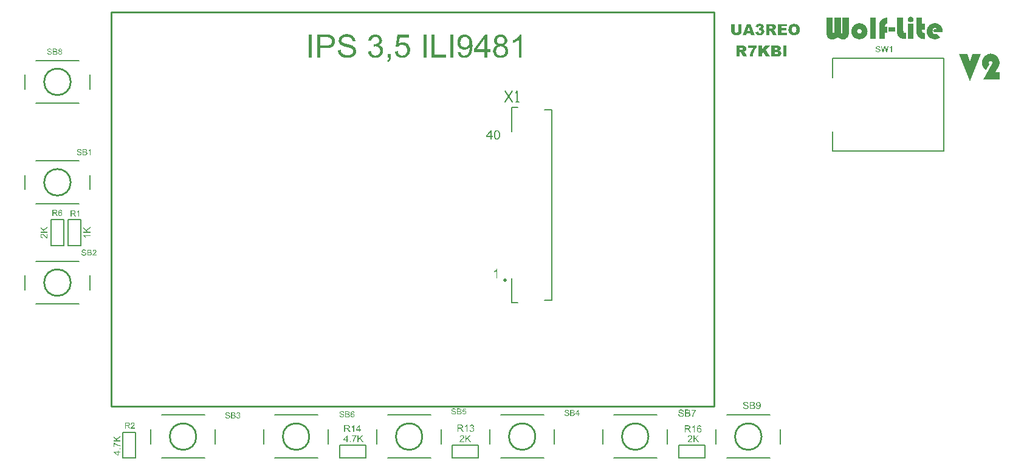
<source format=gbr>
%TF.GenerationSoftware,Altium Limited,Altium Designer,21.5.1 (32)*%
G04 Layer_Color=65535*
%FSLAX44Y44*%
%MOMM*%
%TF.SameCoordinates,B0397303-8537-4BFB-9E0B-8F0BB310BE14*%
%TF.FilePolarity,Positive*%
%TF.FileFunction,Legend,Top*%
%TF.Part,Single*%
G01*
G75*
%TA.AperFunction,NonConductor*%
%ADD42C,0.2000*%
%ADD46C,0.2540*%
%TA.AperFunction,OtherPad,Free Pad (69.894mm,26.312mm)*%
%ADD67C,0.5000*%
G36*
X679897Y464490D02*
X681638D01*
Y463046D01*
X679897D01*
Y459972D01*
X678324D01*
Y463046D01*
X672750D01*
Y464490D01*
X678620Y472786D01*
X679897D01*
Y464490D01*
D02*
G37*
G36*
X687804Y472823D02*
X688045Y472786D01*
X688322Y472730D01*
X688619Y472656D01*
X688933Y472564D01*
X689230Y472415D01*
X689248D01*
X689267Y472397D01*
X689359Y472341D01*
X689508Y472249D01*
X689693Y472119D01*
X689896Y471934D01*
X690119Y471730D01*
X690322Y471489D01*
X690526Y471212D01*
X690544Y471175D01*
X690619Y471082D01*
X690693Y470915D01*
X690822Y470675D01*
X690933Y470397D01*
X691081Y470082D01*
X691211Y469712D01*
X691322Y469305D01*
Y469286D01*
X691341Y469249D01*
X691359Y469193D01*
X691378Y469101D01*
X691396Y468990D01*
X691415Y468860D01*
X691452Y468694D01*
X691470Y468508D01*
X691507Y468305D01*
X691526Y468083D01*
X691544Y467823D01*
X691581Y467564D01*
X691600Y467268D01*
Y466972D01*
X691618Y466638D01*
Y466286D01*
Y466268D01*
Y466194D01*
Y466064D01*
Y465916D01*
X691600Y465712D01*
Y465490D01*
X691581Y465249D01*
X691563Y464990D01*
X691507Y464398D01*
X691415Y463787D01*
X691304Y463194D01*
X691230Y462916D01*
X691137Y462639D01*
Y462620D01*
X691118Y462583D01*
X691081Y462509D01*
X691044Y462416D01*
X691007Y462287D01*
X690933Y462157D01*
X690785Y461842D01*
X690600Y461509D01*
X690359Y461139D01*
X690081Y460806D01*
X689748Y460491D01*
X689730D01*
X689711Y460454D01*
X689656Y460417D01*
X689582Y460380D01*
X689489Y460324D01*
X689396Y460250D01*
X689119Y460120D01*
X688785Y459991D01*
X688397Y459861D01*
X687934Y459787D01*
X687434Y459750D01*
X687249D01*
X687119Y459768D01*
X686971Y459787D01*
X686786Y459824D01*
X686582Y459861D01*
X686360Y459917D01*
X686137Y459991D01*
X685897Y460065D01*
X685656Y460176D01*
X685415Y460305D01*
X685175Y460454D01*
X684934Y460639D01*
X684712Y460843D01*
X684508Y461065D01*
X684490Y461083D01*
X684453Y461139D01*
X684397Y461231D01*
X684304Y461380D01*
X684212Y461546D01*
X684119Y461768D01*
X683990Y462028D01*
X683878Y462324D01*
X683767Y462657D01*
X683656Y463046D01*
X683545Y463472D01*
X683453Y463953D01*
X683360Y464472D01*
X683304Y465027D01*
X683267Y465638D01*
X683249Y466286D01*
Y466305D01*
Y466379D01*
Y466509D01*
Y466657D01*
X683267Y466860D01*
Y467083D01*
X683286Y467323D01*
X683304Y467601D01*
X683360Y468175D01*
X683453Y468786D01*
X683564Y469397D01*
X683638Y469675D01*
X683712Y469953D01*
Y469971D01*
X683730Y470008D01*
X683767Y470082D01*
X683804Y470175D01*
X683841Y470304D01*
X683915Y470434D01*
X684064Y470749D01*
X684249Y471082D01*
X684490Y471434D01*
X684767Y471786D01*
X685101Y472082D01*
X685119D01*
X685138Y472119D01*
X685193Y472156D01*
X685267Y472193D01*
X685360Y472267D01*
X685471Y472323D01*
X685749Y472471D01*
X686082Y472601D01*
X686471Y472730D01*
X686934Y472804D01*
X687434Y472841D01*
X687600D01*
X687804Y472823D01*
D02*
G37*
G36*
X687972Y266250D02*
X686398D01*
Y276268D01*
X686379Y276249D01*
X686287Y276175D01*
X686176Y276064D01*
X685990Y275934D01*
X685787Y275767D01*
X685527Y275582D01*
X685231Y275379D01*
X684898Y275175D01*
X684880D01*
X684861Y275156D01*
X684750Y275082D01*
X684565Y274990D01*
X684342Y274879D01*
X684083Y274749D01*
X683805Y274620D01*
X683528Y274490D01*
X683250Y274379D01*
Y275897D01*
X683269D01*
X683306Y275934D01*
X683380Y275953D01*
X683472Y276008D01*
X683583Y276064D01*
X683713Y276138D01*
X684028Y276323D01*
X684398Y276527D01*
X684768Y276786D01*
X685157Y277082D01*
X685546Y277397D01*
X685565Y277416D01*
X685583Y277434D01*
X685639Y277490D01*
X685713Y277545D01*
X685879Y277730D01*
X686102Y277952D01*
X686324Y278212D01*
X686564Y278508D01*
X686768Y278804D01*
X686953Y279119D01*
X687972D01*
Y266250D01*
D02*
G37*
G36*
X479045Y606874D02*
X479369D01*
X480248Y606782D01*
X481220Y606643D01*
X482238Y606411D01*
X483349Y606134D01*
X484367Y605764D01*
X484413D01*
X484506Y605717D01*
X484644Y605625D01*
X484829Y605532D01*
X485292Y605301D01*
X485894Y604884D01*
X486588Y604421D01*
X487282Y603820D01*
X487930Y603126D01*
X488532Y602339D01*
Y602293D01*
X488578Y602246D01*
X488671Y602108D01*
X488763Y601969D01*
X488994Y601506D01*
X489272Y600904D01*
X489596Y600164D01*
X489827Y599285D01*
X490059Y598359D01*
X490151Y597341D01*
X486079Y597017D01*
Y597063D01*
Y597156D01*
X486033Y597295D01*
X485986Y597526D01*
X485848Y598035D01*
X485662Y598729D01*
X485385Y599470D01*
X484968Y600210D01*
X484459Y600904D01*
X483811Y601552D01*
X483719Y601598D01*
X483487Y601783D01*
X483025Y602061D01*
X482423Y602339D01*
X481636Y602617D01*
X480711Y602894D01*
X479554Y603079D01*
X478258Y603126D01*
X477610D01*
X477332Y603079D01*
X476962Y603033D01*
X476129Y602940D01*
X475203Y602755D01*
X474278Y602524D01*
X473399Y602154D01*
X473028Y601922D01*
X472658Y601691D01*
X472566Y601645D01*
X472380Y601460D01*
X472103Y601136D01*
X471825Y600765D01*
X471501Y600256D01*
X471223Y599701D01*
X471038Y599053D01*
X470946Y598313D01*
Y598220D01*
Y598035D01*
X470992Y597711D01*
X471085Y597341D01*
X471223Y596878D01*
X471455Y596415D01*
X471732Y595952D01*
X472149Y595490D01*
X472195Y595443D01*
X472427Y595304D01*
X472612Y595166D01*
X472797Y595073D01*
X473075Y594934D01*
X473399Y594749D01*
X473815Y594610D01*
X474278Y594425D01*
X474787Y594240D01*
X475389Y594009D01*
X476036Y593824D01*
X476777Y593592D01*
X477610Y593407D01*
X478535Y593176D01*
X478582D01*
X478767Y593129D01*
X479045Y593083D01*
X479369Y592991D01*
X479785Y592898D01*
X480294Y592759D01*
X480803Y592620D01*
X481358Y592481D01*
X482562Y592158D01*
X483719Y591834D01*
X484274Y591648D01*
X484783Y591463D01*
X485246Y591325D01*
X485616Y591139D01*
X485662D01*
X485755Y591093D01*
X485894Y591001D01*
X486079Y590908D01*
X486588Y590630D01*
X487190Y590260D01*
X487884Y589751D01*
X488578Y589196D01*
X489226Y588548D01*
X489781Y587854D01*
X489827Y587761D01*
X490013Y587530D01*
X490198Y587113D01*
X490475Y586558D01*
X490707Y585910D01*
X490938Y585123D01*
X491077Y584244D01*
X491123Y583318D01*
Y583272D01*
Y583226D01*
Y583087D01*
Y582902D01*
X491031Y582393D01*
X490938Y581745D01*
X490753Y581004D01*
X490522Y580218D01*
X490151Y579385D01*
X489642Y578505D01*
Y578459D01*
X489596Y578413D01*
X489365Y578135D01*
X489041Y577719D01*
X488578Y577256D01*
X487976Y576700D01*
X487236Y576099D01*
X486403Y575544D01*
X485431Y575034D01*
X485385D01*
X485292Y574988D01*
X485153Y574942D01*
X484968Y574849D01*
X484691Y574757D01*
X484367Y574618D01*
X483626Y574433D01*
X482747Y574201D01*
X481683Y573970D01*
X480526Y573831D01*
X479276Y573785D01*
X478535D01*
X478165Y573831D01*
X477749D01*
X477286Y573877D01*
X476731Y573924D01*
X475574Y574109D01*
X474370Y574294D01*
X473167Y574618D01*
X472010Y575034D01*
X471964D01*
X471871Y575081D01*
X471732Y575173D01*
X471547Y575266D01*
X470992Y575544D01*
X470344Y575960D01*
X469604Y576515D01*
X468817Y577163D01*
X468077Y577950D01*
X467382Y578829D01*
Y578876D01*
X467290Y578968D01*
X467243Y579107D01*
X467105Y579292D01*
X467012Y579523D01*
X466873Y579801D01*
X466549Y580495D01*
X466225Y581375D01*
X465948Y582346D01*
X465763Y583457D01*
X465670Y584614D01*
X469650Y584984D01*
Y584938D01*
Y584892D01*
X469696Y584753D01*
Y584568D01*
X469789Y584151D01*
X469928Y583550D01*
X470113Y582948D01*
X470298Y582254D01*
X470622Y581606D01*
X470946Y581004D01*
X470992Y580958D01*
X471131Y580773D01*
X471362Y580449D01*
X471732Y580125D01*
X472195Y579709D01*
X472704Y579292D01*
X473399Y578876D01*
X474139Y578505D01*
X474185D01*
X474232Y578459D01*
X474370Y578413D01*
X474509Y578367D01*
X474972Y578228D01*
X475574Y578042D01*
X476314Y577857D01*
X477147Y577719D01*
X478073Y577626D01*
X479091Y577580D01*
X479507D01*
X479970Y577626D01*
X480526Y577672D01*
X481173Y577765D01*
X481914Y577857D01*
X482654Y578042D01*
X483349Y578274D01*
X483441Y578320D01*
X483672Y578413D01*
X483996Y578598D01*
X484413Y578783D01*
X484829Y579107D01*
X485292Y579431D01*
X485755Y579801D01*
X486125Y580264D01*
X486171Y580310D01*
X486264Y580495D01*
X486403Y580727D01*
X486588Y581097D01*
X486773Y581467D01*
X486912Y581930D01*
X487005Y582439D01*
X487051Y582994D01*
Y583041D01*
Y583272D01*
X487005Y583550D01*
X486958Y583920D01*
X486819Y584290D01*
X486681Y584753D01*
X486449Y585216D01*
X486125Y585632D01*
X486079Y585678D01*
X485940Y585817D01*
X485755Y586003D01*
X485431Y586280D01*
X485061Y586558D01*
X484552Y586882D01*
X483950Y587206D01*
X483256Y587483D01*
X483210Y587530D01*
X482978Y587576D01*
X482608Y587715D01*
X482377Y587761D01*
X482053Y587854D01*
X481729Y587992D01*
X481312Y588085D01*
X480849Y588224D01*
X480294Y588363D01*
X479739Y588502D01*
X479091Y588687D01*
X478350Y588872D01*
X477564Y589057D01*
X477517D01*
X477379Y589103D01*
X477147Y589149D01*
X476870Y589242D01*
X476499Y589334D01*
X476083Y589427D01*
X475157Y589705D01*
X474139Y590029D01*
X473075Y590353D01*
X472149Y590677D01*
X471732Y590862D01*
X471362Y591047D01*
X471316D01*
X471270Y591093D01*
X470992Y591278D01*
X470576Y591510D01*
X470113Y591880D01*
X469557Y592296D01*
X469002Y592805D01*
X468447Y593407D01*
X467984Y594055D01*
X467938Y594147D01*
X467799Y594379D01*
X467614Y594749D01*
X467429Y595212D01*
X467243Y595814D01*
X467058Y596508D01*
X466920Y597248D01*
X466873Y598035D01*
Y598081D01*
Y598128D01*
Y598266D01*
Y598451D01*
X466966Y598914D01*
X467058Y599516D01*
X467197Y600210D01*
X467429Y600997D01*
X467753Y601783D01*
X468215Y602570D01*
Y602617D01*
X468262Y602663D01*
X468493Y602940D01*
X468817Y603311D01*
X469234Y603773D01*
X469789Y604283D01*
X470483Y604838D01*
X471316Y605347D01*
X472242Y605810D01*
X472288D01*
X472380Y605856D01*
X472519Y605902D01*
X472704Y605995D01*
X472936Y606087D01*
X473260Y606180D01*
X473954Y606365D01*
X474833Y606550D01*
X475851Y606735D01*
X476916Y606874D01*
X478119Y606921D01*
X478721D01*
X479045Y606874D01*
D02*
G37*
G36*
X518798Y606458D02*
X519400Y606365D01*
X520140Y606226D01*
X520973Y605995D01*
X521806Y605717D01*
X522639Y605347D01*
X522686D01*
X522732Y605301D01*
X523009Y605162D01*
X523426Y604884D01*
X523889Y604560D01*
X524444Y604098D01*
X524999Y603588D01*
X525555Y602987D01*
X526018Y602293D01*
X526064Y602200D01*
X526203Y601969D01*
X526388Y601552D01*
X526619Y601043D01*
X526851Y600442D01*
X527036Y599747D01*
X527174Y598960D01*
X527221Y598174D01*
Y598081D01*
Y597804D01*
X527174Y597433D01*
X527082Y596924D01*
X526943Y596323D01*
X526712Y595675D01*
X526434Y595027D01*
X526064Y594379D01*
X526018Y594286D01*
X525879Y594101D01*
X525601Y593777D01*
X525231Y593407D01*
X524768Y592991D01*
X524213Y592528D01*
X523565Y592111D01*
X522778Y591695D01*
X522824D01*
X522917Y591648D01*
X523056Y591602D01*
X523241Y591556D01*
X523750Y591371D01*
X524398Y591093D01*
X525138Y590723D01*
X525879Y590260D01*
X526573Y589659D01*
X527221Y588964D01*
X527267Y588872D01*
X527452Y588594D01*
X527730Y588131D01*
X528008Y587530D01*
X528285Y586789D01*
X528563Y585910D01*
X528748Y584892D01*
X528794Y583781D01*
Y583735D01*
Y583596D01*
Y583365D01*
X528748Y583087D01*
X528702Y582717D01*
X528609Y582300D01*
X528517Y581837D01*
X528424Y581328D01*
X528054Y580218D01*
X527776Y579616D01*
X527499Y579061D01*
X527128Y578459D01*
X526712Y577857D01*
X526249Y577256D01*
X525694Y576700D01*
X525647Y576654D01*
X525555Y576562D01*
X525370Y576423D01*
X525138Y576238D01*
X524861Y576006D01*
X524490Y575775D01*
X524074Y575497D01*
X523565Y575266D01*
X523056Y574988D01*
X522454Y574711D01*
X521852Y574479D01*
X521158Y574248D01*
X520418Y574063D01*
X519631Y573924D01*
X518844Y573831D01*
X517965Y573785D01*
X517548D01*
X517271Y573831D01*
X516901Y573877D01*
X516484Y573924D01*
X516021Y574016D01*
X515512Y574109D01*
X514402Y574386D01*
X513245Y574849D01*
X512643Y575127D01*
X512088Y575451D01*
X511532Y575867D01*
X510977Y576284D01*
X510931Y576330D01*
X510838Y576423D01*
X510699Y576562D01*
X510560Y576747D01*
X510329Y576978D01*
X510098Y577302D01*
X509820Y577626D01*
X509542Y578042D01*
X509265Y578505D01*
X508987Y578968D01*
X508478Y580079D01*
X508061Y581375D01*
X507923Y582069D01*
X507830Y582809D01*
X511764Y583318D01*
Y583272D01*
X511810Y583180D01*
X511856Y582994D01*
X511903Y582763D01*
X511949Y582485D01*
X512041Y582161D01*
X512273Y581467D01*
X512597Y580634D01*
X513013Y579847D01*
X513476Y579107D01*
X514031Y578459D01*
X514124Y578413D01*
X514309Y578228D01*
X514679Y577996D01*
X515142Y577765D01*
X515697Y577487D01*
X516392Y577256D01*
X517178Y577071D01*
X518011Y577024D01*
X518289D01*
X518474Y577071D01*
X518983Y577117D01*
X519631Y577256D01*
X520372Y577487D01*
X521158Y577811D01*
X521945Y578274D01*
X522686Y578922D01*
X522778Y579014D01*
X523009Y579292D01*
X523287Y579709D01*
X523657Y580264D01*
X524028Y580958D01*
X524305Y581745D01*
X524537Y582670D01*
X524629Y583689D01*
Y583735D01*
Y583827D01*
Y583966D01*
X524583Y584151D01*
X524537Y584660D01*
X524398Y585262D01*
X524213Y586003D01*
X523889Y586743D01*
X523426Y587483D01*
X522824Y588178D01*
X522732Y588270D01*
X522500Y588455D01*
X522130Y588733D01*
X521621Y589057D01*
X520973Y589381D01*
X520186Y589659D01*
X519307Y589844D01*
X518335Y589936D01*
X517919D01*
X517595Y589890D01*
X517178Y589844D01*
X516716Y589751D01*
X516160Y589659D01*
X515559Y589520D01*
X516021Y592991D01*
X516253D01*
X516438Y592944D01*
X517039D01*
X517548Y593037D01*
X518150Y593129D01*
X518844Y593268D01*
X519631Y593500D01*
X520372Y593824D01*
X521158Y594240D01*
X521205D01*
X521251Y594286D01*
X521482Y594472D01*
X521806Y594795D01*
X522176Y595212D01*
X522547Y595814D01*
X522871Y596508D01*
X523102Y597295D01*
X523195Y597757D01*
Y598266D01*
Y598313D01*
Y598359D01*
Y598637D01*
X523102Y599007D01*
X523009Y599516D01*
X522824Y600071D01*
X522593Y600673D01*
X522223Y601274D01*
X521714Y601830D01*
X521667Y601876D01*
X521436Y602061D01*
X521112Y602293D01*
X520695Y602570D01*
X520140Y602802D01*
X519492Y603033D01*
X518752Y603218D01*
X517919Y603265D01*
X517548D01*
X517132Y603172D01*
X516577Y603079D01*
X515975Y602894D01*
X515373Y602663D01*
X514725Y602293D01*
X514124Y601830D01*
X514078Y601784D01*
X513893Y601552D01*
X513615Y601228D01*
X513291Y600765D01*
X512967Y600164D01*
X512643Y599423D01*
X512365Y598544D01*
X512180Y597526D01*
X508246Y598220D01*
Y598266D01*
X508293Y598405D01*
X508339Y598590D01*
X508385Y598868D01*
X508478Y599192D01*
X508617Y599562D01*
X508894Y600442D01*
X509357Y601460D01*
X509912Y602478D01*
X510607Y603450D01*
X511486Y604329D01*
X511532Y604375D01*
X511625Y604421D01*
X511764Y604514D01*
X511949Y604653D01*
X512180Y604838D01*
X512504Y605023D01*
X512828Y605208D01*
X513245Y605440D01*
X514170Y605810D01*
X515235Y606180D01*
X516484Y606411D01*
X517132Y606504D01*
X518289D01*
X518798Y606458D01*
D02*
G37*
G36*
X642871D02*
X643103D01*
X643427Y606412D01*
X644214Y606273D01*
X645093Y606087D01*
X646065Y605764D01*
X647037Y605347D01*
X648008Y604792D01*
X648055D01*
X648101Y604699D01*
X648240Y604607D01*
X648425Y604468D01*
X648888Y604098D01*
X649489Y603588D01*
X650091Y602894D01*
X650785Y602061D01*
X651387Y601089D01*
X651942Y599979D01*
Y599932D01*
X651989Y599840D01*
X652081Y599655D01*
X652174Y599423D01*
X652266Y599099D01*
X652405Y598683D01*
X652497Y598220D01*
X652636Y597711D01*
X652775Y597109D01*
X652914Y596415D01*
X653007Y595675D01*
X653099Y594888D01*
X653192Y594009D01*
X653284Y593083D01*
X653331Y592065D01*
Y591001D01*
Y590954D01*
Y590723D01*
Y590399D01*
Y589982D01*
X653284Y589473D01*
Y588872D01*
X653238Y588178D01*
X653145Y587483D01*
X653007Y585910D01*
X652775Y584244D01*
X652451Y582670D01*
X652220Y581884D01*
X651989Y581189D01*
Y581143D01*
X651942Y581051D01*
X651850Y580866D01*
X651757Y580588D01*
X651618Y580310D01*
X651433Y579940D01*
X650970Y579153D01*
X650415Y578274D01*
X649767Y577348D01*
X648934Y576469D01*
X648008Y575682D01*
X647962D01*
X647870Y575590D01*
X647731Y575497D01*
X647546Y575405D01*
X647268Y575266D01*
X646990Y575081D01*
X646620Y574896D01*
X646250Y574757D01*
X645371Y574386D01*
X644306Y574063D01*
X643149Y573877D01*
X641853Y573785D01*
X641483D01*
X641252Y573831D01*
X640928D01*
X640558Y573877D01*
X639678Y574063D01*
X638706Y574294D01*
X637688Y574664D01*
X636670Y575173D01*
X636161Y575497D01*
X635698Y575867D01*
X635652Y575914D01*
X635606Y575960D01*
X635467Y576099D01*
X635328Y576238D01*
X635143Y576469D01*
X634912Y576747D01*
X634449Y577395D01*
X633986Y578228D01*
X633523Y579246D01*
X633153Y580403D01*
X632875Y581745D01*
X636670Y582069D01*
Y582023D01*
X636716Y581930D01*
Y581837D01*
X636763Y581652D01*
X636902Y581143D01*
X637087Y580588D01*
X637318Y579940D01*
X637642Y579292D01*
X638012Y578690D01*
X638475Y578181D01*
X638521Y578135D01*
X638706Y577996D01*
X639030Y577811D01*
X639401Y577626D01*
X639910Y577395D01*
X640511Y577210D01*
X641206Y577071D01*
X641946Y577024D01*
X642270D01*
X642594Y577071D01*
X643010Y577117D01*
X643519Y577210D01*
X644028Y577348D01*
X644584Y577533D01*
X645093Y577811D01*
X645139Y577857D01*
X645324Y577950D01*
X645602Y578135D01*
X645880Y578413D01*
X646250Y578737D01*
X646620Y579107D01*
X646990Y579524D01*
X647361Y580033D01*
X647407Y580079D01*
X647499Y580310D01*
X647684Y580634D01*
X647870Y581051D01*
X648101Y581606D01*
X648332Y582254D01*
X648564Y582994D01*
X648795Y583827D01*
Y583874D01*
X648841Y583920D01*
Y584059D01*
X648888Y584244D01*
X648980Y584707D01*
X649119Y585308D01*
X649212Y586049D01*
X649304Y586836D01*
X649351Y587715D01*
X649397Y588640D01*
Y588687D01*
Y588825D01*
Y589057D01*
Y589427D01*
X649351Y589335D01*
X649165Y589103D01*
X648888Y588779D01*
X648564Y588316D01*
X648101Y587854D01*
X647546Y587345D01*
X646898Y586836D01*
X646157Y586373D01*
X646065Y586326D01*
X645787Y586188D01*
X645371Y586003D01*
X644862Y585817D01*
X644167Y585586D01*
X643427Y585401D01*
X642594Y585262D01*
X641715Y585216D01*
X641344D01*
X641067Y585262D01*
X640696Y585308D01*
X640326Y585355D01*
X639863Y585447D01*
X639401Y585586D01*
X638336Y585910D01*
X637781Y586141D01*
X637225Y586419D01*
X636624Y586743D01*
X636069Y587160D01*
X635513Y587576D01*
X635004Y588085D01*
X634958Y588131D01*
X634865Y588224D01*
X634773Y588363D01*
X634588Y588594D01*
X634356Y588918D01*
X634125Y589242D01*
X633893Y589659D01*
X633662Y590121D01*
X633384Y590630D01*
X633153Y591186D01*
X632922Y591834D01*
X632690Y592481D01*
X632505Y593222D01*
X632412Y594009D01*
X632320Y594795D01*
X632274Y595675D01*
Y595721D01*
Y595906D01*
Y596138D01*
X632320Y596461D01*
X632366Y596878D01*
X632412Y597387D01*
X632505Y597896D01*
X632644Y598498D01*
X632968Y599701D01*
X633199Y600349D01*
X633477Y601043D01*
X633801Y601691D01*
X634217Y602293D01*
X634634Y602940D01*
X635143Y603496D01*
X635189Y603542D01*
X635282Y603635D01*
X635421Y603773D01*
X635652Y603959D01*
X635930Y604190D01*
X636300Y604468D01*
X636670Y604699D01*
X637133Y605023D01*
X637596Y605301D01*
X638151Y605532D01*
X639401Y606041D01*
X640049Y606226D01*
X640789Y606365D01*
X641529Y606458D01*
X642316Y606504D01*
X642640D01*
X642871Y606458D01*
D02*
G37*
G36*
X564846Y602200D02*
X552026D01*
X550314Y593546D01*
X550360Y593592D01*
X550453Y593638D01*
X550592Y593731D01*
X550823Y593870D01*
X551101Y594009D01*
X551425Y594194D01*
X552165Y594564D01*
X553091Y594934D01*
X554109Y595258D01*
X555219Y595490D01*
X555775Y595582D01*
X556793D01*
X557071Y595536D01*
X557441Y595490D01*
X557857Y595443D01*
X558320Y595351D01*
X558829Y595212D01*
X559940Y594888D01*
X560542Y594657D01*
X561143Y594333D01*
X561745Y594009D01*
X562346Y593638D01*
X562902Y593176D01*
X563457Y592667D01*
X563503Y592620D01*
X563596Y592528D01*
X563735Y592389D01*
X563920Y592158D01*
X564151Y591834D01*
X564383Y591510D01*
X564660Y591093D01*
X564938Y590630D01*
X565169Y590121D01*
X565447Y589566D01*
X565678Y588918D01*
X565910Y588270D01*
X566095Y587576D01*
X566234Y586789D01*
X566326Y586003D01*
X566373Y585169D01*
Y585123D01*
Y584984D01*
Y584753D01*
X566326Y584429D01*
X566280Y584059D01*
X566234Y583642D01*
X566141Y583133D01*
X566049Y582624D01*
X565771Y581421D01*
X565308Y580171D01*
X565031Y579524D01*
X564660Y578922D01*
X564290Y578274D01*
X563827Y577672D01*
X563781Y577626D01*
X563689Y577487D01*
X563503Y577302D01*
X563272Y577071D01*
X562948Y576793D01*
X562578Y576423D01*
X562115Y576099D01*
X561606Y575729D01*
X561051Y575358D01*
X560403Y575034D01*
X559709Y574711D01*
X558968Y574386D01*
X558181Y574155D01*
X557302Y573970D01*
X556376Y573831D01*
X555405Y573785D01*
X554988D01*
X554664Y573831D01*
X554294Y573877D01*
X553877Y573924D01*
X553368Y573970D01*
X552859Y574109D01*
X551702Y574386D01*
X550545Y574803D01*
X549944Y575081D01*
X549342Y575405D01*
X548787Y575775D01*
X548231Y576191D01*
X548185Y576238D01*
X548093Y576284D01*
X548000Y576469D01*
X547815Y576654D01*
X547584Y576886D01*
X547352Y577163D01*
X547074Y577533D01*
X546843Y577950D01*
X546565Y578367D01*
X546288Y578876D01*
X545779Y579986D01*
X545362Y581282D01*
X545223Y581976D01*
X545131Y582717D01*
X549249Y583041D01*
Y582994D01*
Y582902D01*
X549296Y582763D01*
X549342Y582532D01*
X549481Y582023D01*
X549666Y581328D01*
X549944Y580634D01*
X550314Y579847D01*
X550777Y579153D01*
X551332Y578505D01*
X551425Y578459D01*
X551610Y578274D01*
X551980Y578042D01*
X552489Y577765D01*
X553044Y577487D01*
X553739Y577256D01*
X554525Y577071D01*
X555405Y577024D01*
X555682D01*
X555867Y577071D01*
X556423Y577117D01*
X557071Y577302D01*
X557857Y577533D01*
X558644Y577904D01*
X559477Y578459D01*
X559847Y578783D01*
X560218Y579153D01*
X560264Y579199D01*
X560310Y579246D01*
X560403Y579385D01*
X560542Y579524D01*
X560866Y580033D01*
X561236Y580680D01*
X561560Y581467D01*
X561884Y582439D01*
X562115Y583596D01*
X562208Y584198D01*
Y584846D01*
Y584892D01*
Y584984D01*
Y585169D01*
X562161Y585401D01*
Y585678D01*
X562115Y586003D01*
X561976Y586743D01*
X561745Y587622D01*
X561421Y588502D01*
X560958Y589335D01*
X560310Y590121D01*
Y590168D01*
X560218Y590214D01*
X559986Y590445D01*
X559570Y590769D01*
X559014Y591139D01*
X558274Y591463D01*
X557441Y591787D01*
X556469Y592019D01*
X555914Y592111D01*
X555034D01*
X554664Y592065D01*
X554201Y592019D01*
X553646Y591880D01*
X553091Y591741D01*
X552489Y591510D01*
X551887Y591232D01*
X551841Y591186D01*
X551656Y591093D01*
X551378Y590862D01*
X551008Y590630D01*
X550638Y590306D01*
X550268Y589890D01*
X549851Y589473D01*
X549527Y588964D01*
X545825Y589473D01*
X548926Y605949D01*
X564846D01*
Y602200D01*
D02*
G37*
G36*
X721777Y574340D02*
X717843D01*
Y599377D01*
X717797Y599331D01*
X717566Y599146D01*
X717288Y598868D01*
X716825Y598544D01*
X716316Y598128D01*
X715668Y597665D01*
X714928Y597156D01*
X714095Y596647D01*
X714048D01*
X714002Y596600D01*
X713724Y596415D01*
X713262Y596184D01*
X712706Y595906D01*
X712058Y595582D01*
X711364Y595258D01*
X710670Y594934D01*
X709976Y594657D01*
Y598451D01*
X710022D01*
X710115Y598544D01*
X710300Y598590D01*
X710531Y598729D01*
X710809Y598868D01*
X711133Y599053D01*
X711919Y599516D01*
X712845Y600025D01*
X713771Y600673D01*
X714743Y601413D01*
X715714Y602200D01*
X715761Y602246D01*
X715807Y602293D01*
X715946Y602431D01*
X716131Y602570D01*
X716547Y603033D01*
X717103Y603588D01*
X717658Y604236D01*
X718260Y604977D01*
X718769Y605717D01*
X719232Y606504D01*
X721777D01*
Y574340D01*
D02*
G37*
G36*
X673693Y585632D02*
X678043D01*
Y582023D01*
X673693D01*
Y574340D01*
X669760D01*
Y582023D01*
X655830D01*
Y585632D01*
X670500Y606365D01*
X673693D01*
Y585632D01*
D02*
G37*
G36*
X626396Y574340D02*
X622139D01*
Y606365D01*
X626396D01*
Y574340D01*
D02*
G37*
G36*
X600619Y578135D02*
X616400D01*
Y574340D01*
X596361D01*
Y606365D01*
X600619D01*
Y578135D01*
D02*
G37*
G36*
X589049Y574340D02*
X584792D01*
Y606365D01*
X589049D01*
Y574340D01*
D02*
G37*
G36*
X451092Y606319D02*
X451879Y606273D01*
X452712Y606226D01*
X453499Y606134D01*
X454193Y606041D01*
X454285D01*
X454609Y605949D01*
X455026Y605856D01*
X455581Y605717D01*
X456183Y605486D01*
X456831Y605208D01*
X457525Y604884D01*
X458127Y604514D01*
X458219Y604468D01*
X458404Y604329D01*
X458682Y604051D01*
X459052Y603727D01*
X459469Y603311D01*
X459885Y602755D01*
X460348Y602154D01*
X460718Y601460D01*
X460765Y601367D01*
X460857Y601136D01*
X461042Y600719D01*
X461227Y600164D01*
X461366Y599516D01*
X461551Y598775D01*
X461644Y597942D01*
X461690Y597063D01*
Y597017D01*
Y596878D01*
Y596693D01*
X461644Y596369D01*
X461598Y596045D01*
X461551Y595629D01*
X461459Y595166D01*
X461366Y594657D01*
X461042Y593592D01*
X460857Y593037D01*
X460579Y592435D01*
X460255Y591834D01*
X459931Y591278D01*
X459515Y590723D01*
X459052Y590168D01*
X459006Y590121D01*
X458913Y590029D01*
X458774Y589890D01*
X458543Y589751D01*
X458265Y589520D01*
X457895Y589288D01*
X457432Y589011D01*
X456923Y588779D01*
X456322Y588502D01*
X455628Y588224D01*
X454887Y587992D01*
X454008Y587807D01*
X453082Y587622D01*
X452064Y587483D01*
X450907Y587391D01*
X449704Y587345D01*
X441512D01*
Y574340D01*
X437255D01*
Y606365D01*
X450398D01*
X451092Y606319D01*
D02*
G37*
G36*
X429758Y574340D02*
X425500D01*
Y606365D01*
X429758D01*
Y574340D01*
D02*
G37*
G36*
X693177Y606458D02*
X693547Y606412D01*
X693963Y606365D01*
X694426Y606319D01*
X694889Y606180D01*
X696000Y605902D01*
X697110Y605486D01*
X697666Y605208D01*
X698221Y604884D01*
X698730Y604468D01*
X699239Y604051D01*
X699285Y604005D01*
X699332Y603959D01*
X699471Y603820D01*
X699656Y603635D01*
X699841Y603357D01*
X700072Y603079D01*
X700535Y602385D01*
X700998Y601506D01*
X701414Y600488D01*
X701738Y599331D01*
X701784Y598729D01*
X701831Y598081D01*
Y598035D01*
Y597989D01*
Y597711D01*
X701784Y597295D01*
X701692Y596786D01*
X701553Y596138D01*
X701322Y595490D01*
X701044Y594842D01*
X700628Y594194D01*
X700581Y594101D01*
X700396Y593916D01*
X700118Y593638D01*
X699748Y593268D01*
X699239Y592852D01*
X698637Y592435D01*
X697943Y592019D01*
X697110Y591648D01*
X697157D01*
X697249Y591602D01*
X697388Y591556D01*
X697573Y591463D01*
X698128Y591232D01*
X698776Y590908D01*
X699471Y590445D01*
X700211Y589936D01*
X700905Y589288D01*
X701553Y588548D01*
Y588502D01*
X701599Y588455D01*
X701784Y588178D01*
X702062Y587715D01*
X702340Y587113D01*
X702617Y586373D01*
X702895Y585493D01*
X703080Y584522D01*
X703127Y583457D01*
Y583411D01*
Y583272D01*
Y583041D01*
X703080Y582763D01*
X703034Y582439D01*
X702988Y582023D01*
X702895Y581560D01*
X702756Y581051D01*
X702432Y579986D01*
X702201Y579385D01*
X701877Y578829D01*
X701553Y578228D01*
X701183Y577672D01*
X700720Y577117D01*
X700211Y576562D01*
X700165Y576515D01*
X700072Y576423D01*
X699933Y576284D01*
X699702Y576145D01*
X699378Y575914D01*
X699054Y575682D01*
X698637Y575451D01*
X698175Y575173D01*
X697666Y574896D01*
X697064Y574664D01*
X696416Y574433D01*
X695768Y574201D01*
X695028Y574063D01*
X694241Y573924D01*
X693454Y573831D01*
X692575Y573785D01*
X692112D01*
X691788Y573831D01*
X691372Y573877D01*
X690909Y573924D01*
X690400Y574016D01*
X689845Y574155D01*
X688595Y574479D01*
X687947Y574711D01*
X687346Y574942D01*
X686698Y575266D01*
X686050Y575636D01*
X685448Y576053D01*
X684893Y576562D01*
X684846Y576608D01*
X684754Y576701D01*
X684615Y576839D01*
X684430Y577071D01*
X684245Y577348D01*
X683967Y577672D01*
X683736Y578043D01*
X683458Y578505D01*
X683180Y578968D01*
X682949Y579524D01*
X682486Y580680D01*
X682301Y581375D01*
X682162Y582069D01*
X682070Y582809D01*
X682023Y583550D01*
Y583596D01*
Y583689D01*
Y583874D01*
X682070Y584059D01*
Y584337D01*
X682116Y584660D01*
X682208Y585401D01*
X682394Y586234D01*
X682671Y587067D01*
X683088Y587946D01*
X683597Y588779D01*
Y588825D01*
X683689Y588872D01*
X683875Y589103D01*
X684245Y589473D01*
X684754Y589936D01*
X685402Y590399D01*
X686189Y590908D01*
X687068Y591325D01*
X688132Y591648D01*
X688086D01*
X688040Y591695D01*
X687901Y591741D01*
X687716Y591834D01*
X687299Y592019D01*
X686744Y592296D01*
X686142Y592667D01*
X685541Y593129D01*
X684985Y593638D01*
X684476Y594194D01*
X684430Y594286D01*
X684291Y594472D01*
X684106Y594842D01*
X683921Y595304D01*
X683689Y595906D01*
X683504Y596600D01*
X683365Y597387D01*
X683319Y598220D01*
Y598266D01*
Y598359D01*
Y598544D01*
X683365Y598822D01*
X683412Y599099D01*
X683458Y599470D01*
X683643Y600256D01*
X683921Y601182D01*
X684384Y602154D01*
X684661Y602663D01*
X684985Y603172D01*
X685402Y603635D01*
X685818Y604098D01*
X685864Y604144D01*
X685957Y604190D01*
X686096Y604329D01*
X686281Y604468D01*
X686512Y604653D01*
X686836Y604838D01*
X687207Y605069D01*
X687577Y605301D01*
X688040Y605532D01*
X688549Y605764D01*
X689104Y605949D01*
X689706Y606134D01*
X691002Y606412D01*
X691742Y606458D01*
X692482Y606504D01*
X692899D01*
X693177Y606458D01*
D02*
G37*
G36*
X539300Y574340D02*
Y574294D01*
Y574248D01*
Y574109D01*
Y573924D01*
X539253Y573507D01*
X539207Y572906D01*
X539068Y572304D01*
X538929Y571610D01*
X538698Y570962D01*
X538420Y570360D01*
X538374Y570314D01*
X538235Y570129D01*
X538050Y569851D01*
X537726Y569481D01*
X537356Y569111D01*
X536893Y568741D01*
X536292Y568324D01*
X535644Y568000D01*
X534533Y569666D01*
X534579Y569712D01*
X534718Y569759D01*
X534949Y569897D01*
X535227Y570083D01*
X535505Y570314D01*
X535829Y570592D01*
X536106Y570916D01*
X536338Y571286D01*
X536384Y571332D01*
X536430Y571471D01*
X536523Y571749D01*
X536662Y572073D01*
X536754Y572489D01*
X536893Y573044D01*
X536986Y573646D01*
X537032Y574340D01*
X534810D01*
Y578829D01*
X539300D01*
Y574340D01*
D02*
G37*
G36*
X1346276Y541500D02*
X1331056Y578830D01*
X1343165D01*
X1346387Y567775D01*
X1349942Y578830D01*
X1361664D01*
X1346276Y541500D01*
D02*
G37*
G36*
X1376162Y579663D02*
X1376606Y579607D01*
X1377162Y579552D01*
X1377717Y579441D01*
X1378328Y579274D01*
X1379717Y578830D01*
X1380439Y578552D01*
X1381161Y578219D01*
X1381884Y577774D01*
X1382661Y577274D01*
X1383383Y576719D01*
X1384050Y576108D01*
X1384106Y576052D01*
X1384217Y575941D01*
X1384383Y575719D01*
X1384606Y575441D01*
X1384883Y575108D01*
X1385217Y574719D01*
X1385494Y574219D01*
X1385883Y573663D01*
X1386216Y573052D01*
X1386494Y572386D01*
X1387105Y570886D01*
X1387328Y570053D01*
X1387494Y569220D01*
X1387605Y568275D01*
X1387661Y567331D01*
Y567275D01*
Y567220D01*
Y567053D01*
Y566831D01*
X1387605Y566275D01*
X1387494Y565553D01*
X1387328Y564720D01*
X1387105Y563776D01*
X1386772Y562776D01*
X1386328Y561831D01*
X1382106Y553721D01*
X1388050D01*
Y543500D01*
X1365219D01*
X1376551Y564720D01*
X1376940Y565442D01*
Y565498D01*
X1376995Y565609D01*
X1377106Y565775D01*
X1377217Y565998D01*
X1377384Y566553D01*
X1377440Y567164D01*
Y567275D01*
X1377384Y567497D01*
X1377328Y567831D01*
X1377106Y568220D01*
X1376829Y568609D01*
X1376384Y568942D01*
X1375773Y569164D01*
X1375384Y569275D01*
X1374773D01*
X1374607Y569220D01*
X1374329Y569164D01*
X1373773Y568997D01*
X1373496Y568775D01*
X1373218Y568553D01*
Y568497D01*
X1373107Y568442D01*
X1372996Y568275D01*
X1372885Y568053D01*
X1372662Y567497D01*
X1372607Y567220D01*
X1372551Y566831D01*
Y566775D01*
Y566664D01*
X1372607Y566442D01*
X1372662Y566220D01*
X1372773Y565887D01*
X1372940Y565553D01*
X1373162Y565220D01*
X1373496Y564887D01*
X1368940Y556832D01*
X1368885D01*
X1368829Y556888D01*
X1368496Y557165D01*
X1367941Y557499D01*
X1367330Y558054D01*
X1366607Y558665D01*
X1365885Y559443D01*
X1365163Y560332D01*
X1364552Y561276D01*
Y561331D01*
X1364496Y561387D01*
X1364441Y561554D01*
X1364330Y561776D01*
X1364052Y562331D01*
X1363830Y563054D01*
X1363552Y563942D01*
X1363274Y564998D01*
X1363108Y566109D01*
X1363052Y567331D01*
Y567386D01*
Y567553D01*
Y567831D01*
X1363108Y568164D01*
X1363163Y568609D01*
X1363219Y569109D01*
X1363330Y569720D01*
X1363497Y570331D01*
X1363941Y571664D01*
X1364219Y572386D01*
X1364552Y573164D01*
X1364941Y573886D01*
X1365441Y574608D01*
X1365996Y575330D01*
X1366607Y576052D01*
X1366663Y576108D01*
X1366774Y576219D01*
X1366996Y576385D01*
X1367274Y576608D01*
X1367607Y576885D01*
X1367996Y577219D01*
X1368496Y577552D01*
X1369052Y577885D01*
X1369663Y578219D01*
X1370329Y578552D01*
X1371829Y579163D01*
X1372607Y579385D01*
X1373496Y579552D01*
X1374384Y579663D01*
X1375329Y579719D01*
X1375829D01*
X1376162Y579663D01*
D02*
G37*
G36*
X1264277Y631295D02*
X1264647Y631203D01*
X1265110Y631064D01*
X1265573Y630832D01*
X1266082Y630555D01*
X1266545Y630185D01*
X1266591Y630138D01*
X1266730Y630000D01*
X1266915Y629722D01*
X1267146Y629398D01*
X1267378Y629028D01*
X1267563Y628565D01*
X1267702Y628009D01*
X1267748Y627454D01*
Y627362D01*
Y627177D01*
X1267702Y626852D01*
X1267609Y626482D01*
X1267470Y626020D01*
X1267239Y625557D01*
X1266961Y625094D01*
X1266591Y624677D01*
X1266545Y624631D01*
X1266406Y624492D01*
X1266128Y624353D01*
X1265804Y624168D01*
X1265388Y623937D01*
X1264878Y623798D01*
X1264323Y623659D01*
X1263675Y623613D01*
X1263398D01*
X1263074Y623659D01*
X1262657Y623752D01*
X1262194Y623891D01*
X1261685Y624076D01*
X1261223Y624307D01*
X1260760Y624677D01*
X1260714Y624724D01*
X1260575Y624863D01*
X1260389Y625094D01*
X1260204Y625418D01*
X1260019Y625834D01*
X1259834Y626297D01*
X1259695Y626852D01*
X1259649Y627454D01*
Y627547D01*
Y627732D01*
X1259695Y628009D01*
X1259788Y628380D01*
X1259927Y628796D01*
X1260158Y629259D01*
X1260436Y629722D01*
X1260806Y630185D01*
X1260852Y630231D01*
X1261037Y630370D01*
X1261269Y630555D01*
X1261639Y630786D01*
X1262056Y630971D01*
X1262518Y631156D01*
X1263074Y631295D01*
X1263675Y631342D01*
X1263953D01*
X1264277Y631295D01*
D02*
G37*
G36*
X1231465Y630000D02*
Y621530D01*
X1231419D01*
X1231326Y621577D01*
X1230817D01*
X1230540Y621530D01*
X1230169Y621438D01*
X1229799Y621345D01*
X1229429Y621160D01*
X1229013Y620883D01*
X1228689Y620559D01*
X1228642Y620512D01*
X1228550Y620373D01*
X1228457Y620142D01*
X1228318Y619818D01*
X1228133Y619402D01*
X1228041Y618939D01*
X1227948Y618337D01*
X1227902Y617689D01*
Y616995D01*
X1231465D01*
Y608526D01*
X1227902D01*
Y600242D01*
X1219803D01*
Y618476D01*
Y618522D01*
Y618615D01*
Y618800D01*
Y618985D01*
X1219849Y619263D01*
Y619587D01*
X1219942Y620281D01*
X1220034Y621114D01*
X1220219Y621993D01*
X1220497Y622919D01*
X1220821Y623752D01*
Y623798D01*
X1220867Y623891D01*
X1220960Y624030D01*
X1221052Y624215D01*
X1221376Y624724D01*
X1221839Y625372D01*
X1222395Y626066D01*
X1223089Y626852D01*
X1223922Y627593D01*
X1224894Y628287D01*
X1224940D01*
X1225033Y628380D01*
X1225171Y628472D01*
X1225357Y628565D01*
X1225634Y628704D01*
X1225912Y628843D01*
X1226652Y629166D01*
X1227485Y629490D01*
X1228457Y629768D01*
X1229475Y629953D01*
X1230586Y630046D01*
X1231465Y630000D01*
D02*
G37*
G36*
X1242480Y610470D02*
X1232622D01*
Y616162D01*
X1242480D01*
Y610470D01*
D02*
G37*
G36*
X1298153Y622178D02*
X1298569Y622132D01*
X1299032Y622039D01*
X1299541Y621947D01*
X1300097Y621808D01*
X1300698Y621669D01*
X1301346Y621438D01*
X1301994Y621207D01*
X1302642Y620883D01*
X1303336Y620512D01*
X1303984Y620096D01*
X1304632Y619587D01*
X1305234Y619031D01*
X1305280Y618985D01*
X1305372Y618893D01*
X1305511Y618707D01*
X1305743Y618476D01*
X1305974Y618152D01*
X1306252Y617782D01*
X1306530Y617365D01*
X1306853Y616856D01*
X1307131Y616301D01*
X1307409Y615699D01*
X1307686Y615051D01*
X1307918Y614357D01*
X1308149Y613617D01*
X1308288Y612830D01*
X1308381Y612043D01*
X1308427Y611164D01*
Y611071D01*
Y610979D01*
Y610794D01*
Y610609D01*
X1308381Y610331D01*
Y610053D01*
X1308334Y609683D01*
X1296117D01*
Y609729D01*
X1296071Y609822D01*
X1296024Y610007D01*
X1295978Y610238D01*
X1295885Y610747D01*
X1295839Y611349D01*
Y611395D01*
Y611534D01*
Y611766D01*
X1295885Y611997D01*
X1295932Y612321D01*
X1295978Y612691D01*
X1296209Y613478D01*
X1300328D01*
Y613524D01*
Y613571D01*
X1300236Y613848D01*
X1300050Y614265D01*
X1299819Y614728D01*
X1299449Y615144D01*
X1298986Y615560D01*
X1298384Y615838D01*
X1298014Y615884D01*
X1297598Y615931D01*
X1297366D01*
X1297089Y615884D01*
X1296718Y615792D01*
X1296348Y615607D01*
X1295932Y615375D01*
X1295515Y615051D01*
X1295145Y614635D01*
X1295099Y614589D01*
X1295006Y614403D01*
X1294867Y614126D01*
X1294682Y613756D01*
X1294497Y613247D01*
X1294358Y612691D01*
X1294266Y612043D01*
X1294219Y611349D01*
Y611257D01*
Y610979D01*
X1294266Y610609D01*
X1294312Y610146D01*
X1294451Y609590D01*
X1294590Y608989D01*
X1294821Y608434D01*
X1295099Y607924D01*
X1295145Y607878D01*
X1295284Y607739D01*
X1295469Y607508D01*
X1295746Y607323D01*
X1296117Y607091D01*
X1296487Y606860D01*
X1296996Y606721D01*
X1297505Y606675D01*
X1297690D01*
X1297968Y606721D01*
X1298246Y606814D01*
X1298616Y606953D01*
X1299032Y607184D01*
X1299449Y607462D01*
X1299865Y607832D01*
X1304447Y602325D01*
X1304401Y602279D01*
X1304308Y602232D01*
X1304123Y602093D01*
X1303892Y601954D01*
X1303568Y601769D01*
X1303244Y601538D01*
X1302827Y601307D01*
X1302364Y601075D01*
X1301300Y600612D01*
X1300097Y600196D01*
X1298755Y599918D01*
X1298060Y599872D01*
X1297320Y599826D01*
X1296857D01*
X1296533Y599872D01*
X1296117Y599918D01*
X1295608Y600011D01*
X1295099Y600103D01*
X1294497Y600242D01*
X1293895Y600381D01*
X1293248Y600612D01*
X1292553Y600844D01*
X1291905Y601168D01*
X1291211Y601538D01*
X1290563Y601954D01*
X1289915Y602464D01*
X1289267Y603019D01*
X1289221Y603065D01*
X1289129Y603158D01*
X1288990Y603343D01*
X1288758Y603574D01*
X1288527Y603898D01*
X1288249Y604268D01*
X1287972Y604731D01*
X1287648Y605194D01*
X1287370Y605749D01*
X1287046Y606351D01*
X1286768Y606999D01*
X1286537Y607739D01*
X1286306Y608480D01*
X1286167Y609267D01*
X1286074Y610100D01*
X1286028Y610979D01*
Y611025D01*
Y611210D01*
Y611442D01*
X1286074Y611766D01*
X1286120Y612182D01*
X1286213Y612645D01*
X1286306Y613154D01*
X1286445Y613756D01*
X1286630Y614357D01*
X1286815Y615005D01*
X1287092Y615653D01*
X1287416Y616347D01*
X1287787Y616995D01*
X1288249Y617689D01*
X1288758Y618337D01*
X1289314Y618939D01*
X1289360Y618985D01*
X1289453Y619078D01*
X1289638Y619263D01*
X1289915Y619448D01*
X1290239Y619679D01*
X1290610Y619957D01*
X1291072Y620281D01*
X1291535Y620605D01*
X1292090Y620883D01*
X1292738Y621207D01*
X1293386Y621484D01*
X1294081Y621716D01*
X1294867Y621901D01*
X1295654Y622086D01*
X1296487Y622178D01*
X1297366Y622225D01*
X1297829D01*
X1298153Y622178D01*
D02*
G37*
G36*
X1177643Y608433D02*
Y608387D01*
Y608248D01*
Y608063D01*
X1177597Y607786D01*
X1177551Y607462D01*
X1177504Y607045D01*
X1177365Y606166D01*
X1177041Y605148D01*
X1176625Y604083D01*
X1176347Y603528D01*
X1176023Y603019D01*
X1175653Y602464D01*
X1175237Y602001D01*
X1175190Y601954D01*
X1175144Y601908D01*
X1175005Y601769D01*
X1174820Y601631D01*
X1174542Y601445D01*
X1174265Y601214D01*
X1173941Y600983D01*
X1173570Y600751D01*
X1172645Y600289D01*
X1171627Y599872D01*
X1170377Y599594D01*
X1169729Y599548D01*
X1169035Y599502D01*
X1168850D01*
X1168619Y599548D01*
X1168295D01*
X1167924Y599641D01*
X1167462Y599733D01*
X1166999Y599872D01*
X1166443Y600011D01*
X1165888Y600242D01*
X1165333Y600520D01*
X1164778Y600844D01*
X1164176Y601260D01*
X1163621Y601723D01*
X1163065Y602278D01*
X1162510Y602926D01*
X1162047Y603667D01*
Y603620D01*
X1162001Y603574D01*
X1161769Y603297D01*
X1161492Y602880D01*
X1161075Y602417D01*
X1160612Y601862D01*
X1160057Y601353D01*
X1159502Y600844D01*
X1158854Y600427D01*
X1158761Y600381D01*
X1158576Y600289D01*
X1158206Y600150D01*
X1157697Y599964D01*
X1157095Y599779D01*
X1156401Y599641D01*
X1155568Y599548D01*
X1154689Y599502D01*
X1154318D01*
X1154041Y599548D01*
X1153717Y599594D01*
X1153300Y599641D01*
X1152421Y599826D01*
X1151449Y600103D01*
X1150431Y600566D01*
X1149922Y600844D01*
X1149459Y601168D01*
X1148996Y601584D01*
X1148580Y602001D01*
Y602047D01*
X1148487Y602140D01*
X1148395Y602278D01*
X1148256Y602464D01*
X1148117Y602741D01*
X1147932Y603019D01*
X1147747Y603389D01*
X1147562Y603852D01*
X1147330Y604315D01*
X1147145Y604870D01*
X1146960Y605425D01*
X1146821Y606073D01*
X1146683Y606768D01*
X1146590Y607508D01*
X1146544Y608341D01*
X1146497Y609174D01*
Y629675D01*
X1155244D01*
Y610516D01*
Y610470D01*
Y610285D01*
Y610053D01*
X1155290Y609729D01*
X1155337Y609128D01*
X1155383Y608850D01*
X1155429Y608619D01*
X1155475Y608572D01*
X1155614Y608433D01*
X1155938Y608248D01*
X1156355Y608202D01*
X1156401D01*
X1156586Y608248D01*
X1156771Y608295D01*
X1157049Y608480D01*
X1157280Y608711D01*
X1157512Y609081D01*
X1157651Y609637D01*
X1157697Y609961D01*
Y610331D01*
Y629675D01*
X1166443D01*
Y610516D01*
Y610470D01*
Y610285D01*
Y610053D01*
X1166490Y609776D01*
X1166536Y609174D01*
X1166582Y608896D01*
X1166675Y608665D01*
X1166721Y608572D01*
X1166860Y608433D01*
X1167184Y608295D01*
X1167600Y608202D01*
X1167647D01*
X1167786Y608248D01*
X1168017Y608341D01*
X1168248Y608480D01*
X1168480Y608758D01*
X1168711Y609174D01*
X1168757Y609452D01*
X1168850Y609776D01*
X1168896Y610100D01*
Y610516D01*
Y629675D01*
X1177643D01*
Y608433D01*
D02*
G37*
G36*
X1267748Y600242D02*
X1259649D01*
Y621716D01*
X1267748D01*
Y600242D01*
D02*
G37*
G36*
X1253587Y612136D02*
Y612043D01*
Y611812D01*
X1253633Y611442D01*
X1253679Y611025D01*
X1253725Y610562D01*
X1253864Y610146D01*
X1254003Y609729D01*
X1254234Y609405D01*
X1254281Y609359D01*
X1254373Y609313D01*
X1254558Y609220D01*
X1254790Y609081D01*
X1255160Y608943D01*
X1255623Y608850D01*
X1256178Y608804D01*
X1256826Y608758D01*
X1257289D01*
Y600242D01*
X1254466D01*
X1254142Y600289D01*
X1253725Y600335D01*
X1253263Y600381D01*
X1252754Y600474D01*
X1252198Y600612D01*
X1250995Y600936D01*
X1250393Y601168D01*
X1249792Y601399D01*
X1249144Y601723D01*
X1248588Y602093D01*
X1247987Y602510D01*
X1247478Y603019D01*
X1247431Y603065D01*
X1247385Y603158D01*
X1247246Y603297D01*
X1247061Y603528D01*
X1246876Y603806D01*
X1246645Y604176D01*
X1246413Y604546D01*
X1246182Y605009D01*
X1245904Y605564D01*
X1245673Y606120D01*
X1245442Y606768D01*
X1245256Y607462D01*
X1245071Y608202D01*
X1244932Y608989D01*
X1244886Y609868D01*
X1244840Y610747D01*
Y629675D01*
X1253587D01*
Y612136D01*
D02*
G37*
G36*
X1215129Y600242D02*
X1207030D01*
Y629675D01*
X1215129D01*
Y600242D01*
D02*
G37*
G36*
X1279688Y621438D02*
X1283251D01*
Y612923D01*
X1279688D01*
Y612876D01*
Y612830D01*
Y612691D01*
Y612506D01*
X1279734Y612043D01*
X1279780Y611488D01*
X1279873Y610933D01*
X1280012Y610331D01*
X1280197Y609776D01*
X1280475Y609359D01*
X1280521Y609313D01*
X1280613Y609220D01*
X1280845Y609035D01*
X1281122Y608896D01*
X1281539Y608711D01*
X1282048Y608526D01*
X1282650Y608434D01*
X1283390Y608387D01*
Y599964D01*
X1283020D01*
X1282742Y599918D01*
X1282002D01*
X1281770Y599964D01*
X1281493D01*
X1280798Y600057D01*
X1280012Y600242D01*
X1279132Y600427D01*
X1278207Y600751D01*
X1277281Y601168D01*
X1277235D01*
X1277189Y601214D01*
X1277050Y601307D01*
X1276865Y601399D01*
X1276448Y601677D01*
X1275893Y602093D01*
X1275291Y602556D01*
X1274643Y603158D01*
X1273996Y603852D01*
X1273394Y604639D01*
Y604685D01*
X1273301Y604777D01*
X1273209Y604916D01*
X1273116Y605148D01*
X1272977Y605425D01*
X1272839Y605749D01*
X1272653Y606166D01*
X1272514Y606582D01*
X1272329Y607091D01*
X1272144Y607647D01*
X1272005Y608248D01*
X1271867Y608896D01*
X1271774Y609637D01*
X1271682Y610377D01*
X1271589Y611997D01*
Y629675D01*
X1279688D01*
Y621438D01*
D02*
G37*
G36*
X1193285Y622132D02*
X1193655Y622086D01*
X1194118Y621993D01*
X1194627Y621901D01*
X1195183Y621762D01*
X1195784Y621577D01*
X1196432Y621392D01*
X1197080Y621114D01*
X1197774Y620790D01*
X1198422Y620420D01*
X1199070Y619957D01*
X1199718Y619494D01*
X1200366Y618893D01*
X1200412Y618846D01*
X1200505Y618754D01*
X1200690Y618569D01*
X1200875Y618291D01*
X1201106Y618013D01*
X1201384Y617597D01*
X1201708Y617180D01*
X1202032Y616671D01*
X1202310Y616116D01*
X1202634Y615514D01*
X1202911Y614866D01*
X1203143Y614172D01*
X1203328Y613432D01*
X1203513Y612645D01*
X1203605Y611812D01*
X1203652Y610979D01*
Y610933D01*
Y610794D01*
Y610516D01*
X1203605Y610192D01*
X1203559Y609822D01*
X1203467Y609359D01*
X1203374Y608804D01*
X1203235Y608248D01*
X1203050Y607647D01*
X1202819Y606999D01*
X1202587Y606351D01*
X1202263Y605703D01*
X1201847Y605009D01*
X1201430Y604361D01*
X1200921Y603713D01*
X1200320Y603065D01*
X1200273Y603019D01*
X1200181Y602926D01*
X1199996Y602788D01*
X1199718Y602556D01*
X1199394Y602325D01*
X1199024Y602047D01*
X1198561Y601769D01*
X1198052Y601445D01*
X1197497Y601168D01*
X1196895Y600844D01*
X1196247Y600566D01*
X1195553Y600335D01*
X1194812Y600103D01*
X1193979Y599964D01*
X1193193Y599872D01*
X1192313Y599826D01*
X1191851D01*
X1191527Y599872D01*
X1191110Y599918D01*
X1190647Y600011D01*
X1190138Y600103D01*
X1189583Y600242D01*
X1188935Y600381D01*
X1188287Y600612D01*
X1187639Y600890D01*
X1186945Y601214D01*
X1186297Y601584D01*
X1185603Y602001D01*
X1184955Y602510D01*
X1184307Y603065D01*
X1184261Y603111D01*
X1184168Y603204D01*
X1183983Y603389D01*
X1183798Y603667D01*
X1183567Y603991D01*
X1183289Y604361D01*
X1182965Y604777D01*
X1182687Y605287D01*
X1182363Y605842D01*
X1182039Y606443D01*
X1181762Y607091D01*
X1181530Y607786D01*
X1181345Y608526D01*
X1181160Y609313D01*
X1181068Y610146D01*
X1181021Y610979D01*
Y611025D01*
Y611210D01*
Y611442D01*
X1181068Y611766D01*
X1181114Y612182D01*
X1181207Y612645D01*
X1181299Y613154D01*
X1181438Y613756D01*
X1181623Y614357D01*
X1181808Y615005D01*
X1182086Y615653D01*
X1182410Y616347D01*
X1182780Y616995D01*
X1183243Y617689D01*
X1183752Y618337D01*
X1184307Y618939D01*
X1184353Y618985D01*
X1184446Y619078D01*
X1184631Y619216D01*
X1184909Y619448D01*
X1185233Y619679D01*
X1185603Y619957D01*
X1186066Y620281D01*
X1186575Y620559D01*
X1187130Y620882D01*
X1187778Y621160D01*
X1188426Y621438D01*
X1189166Y621669D01*
X1189953Y621901D01*
X1190740Y622039D01*
X1191619Y622132D01*
X1192498Y622178D01*
X1192961D01*
X1193285Y622132D01*
D02*
G37*
G36*
X1053839Y621186D02*
X1054089D01*
X1054366Y621158D01*
X1054671Y621130D01*
X1055005Y621075D01*
X1055726Y620936D01*
X1056421Y620742D01*
X1057114Y620464D01*
X1057392Y620297D01*
X1057670Y620103D01*
X1057698D01*
X1057725Y620047D01*
X1057892Y619909D01*
X1058086Y619659D01*
X1058336Y619326D01*
X1058586Y618937D01*
X1058808Y618465D01*
X1058947Y617910D01*
X1058975Y617604D01*
X1059002Y617299D01*
Y617243D01*
Y617132D01*
X1058975Y616938D01*
X1058947Y616716D01*
X1058864Y616438D01*
X1058780Y616133D01*
X1058642Y615828D01*
X1058447Y615522D01*
X1058419Y615494D01*
X1058336Y615383D01*
X1058225Y615245D01*
X1058058Y615050D01*
X1057836Y614856D01*
X1057559Y614606D01*
X1057226Y614356D01*
X1056837Y614134D01*
X1056865D01*
X1056976Y614106D01*
X1057142Y614051D01*
X1057337Y613995D01*
X1057753Y613829D01*
X1057975Y613745D01*
X1058169Y613634D01*
X1058197Y613607D01*
X1058281Y613551D01*
X1058419Y613440D01*
X1058586Y613301D01*
X1058780Y613135D01*
X1058975Y612913D01*
X1059169Y612663D01*
X1059335Y612385D01*
X1059363Y612357D01*
X1059419Y612246D01*
X1059474Y612080D01*
X1059558Y611885D01*
X1059641Y611608D01*
X1059724Y611302D01*
X1059752Y610969D01*
X1059780Y610581D01*
Y610553D01*
Y610525D01*
Y610359D01*
X1059752Y610109D01*
X1059696Y609776D01*
X1059613Y609359D01*
X1059474Y608943D01*
X1059308Y608498D01*
X1059058Y608027D01*
X1059030Y607971D01*
X1058919Y607832D01*
X1058780Y607610D01*
X1058558Y607332D01*
X1058253Y607027D01*
X1057920Y606722D01*
X1057531Y606416D01*
X1057059Y606139D01*
X1057031D01*
X1057003Y606111D01*
X1056920Y606083D01*
X1056809Y606028D01*
X1056698Y606000D01*
X1056532Y605944D01*
X1056143Y605833D01*
X1055643Y605695D01*
X1055060Y605611D01*
X1054366Y605528D01*
X1053616Y605500D01*
X1053283D01*
X1053117Y605528D01*
X1052895D01*
X1052450Y605556D01*
X1051923Y605611D01*
X1051368Y605695D01*
X1050840Y605806D01*
X1050341Y605972D01*
X1050285Y606000D01*
X1050146Y606055D01*
X1049924Y606166D01*
X1049647Y606333D01*
X1049341Y606527D01*
X1049008Y606777D01*
X1048675Y607055D01*
X1048370Y607388D01*
X1048342Y607444D01*
X1048231Y607555D01*
X1048092Y607749D01*
X1047925Y608027D01*
X1047731Y608387D01*
X1047564Y608776D01*
X1047370Y609248D01*
X1047203Y609748D01*
X1051423Y610331D01*
Y610275D01*
X1051479Y610136D01*
X1051534Y609914D01*
X1051618Y609637D01*
X1051840Y609054D01*
X1052006Y608776D01*
X1052173Y608554D01*
X1052201Y608526D01*
X1052256Y608471D01*
X1052395Y608415D01*
X1052534Y608332D01*
X1052728Y608221D01*
X1052978Y608165D01*
X1053228Y608110D01*
X1053533Y608082D01*
X1053672D01*
X1053839Y608110D01*
X1054033Y608165D01*
X1054255Y608221D01*
X1054505Y608332D01*
X1054727Y608498D01*
X1054949Y608693D01*
X1054977Y608721D01*
X1055032Y608804D01*
X1055143Y608943D01*
X1055255Y609137D01*
X1055338Y609359D01*
X1055449Y609664D01*
X1055504Y609998D01*
X1055532Y610359D01*
Y610414D01*
Y610525D01*
X1055504Y610719D01*
X1055477Y610969D01*
X1055393Y611219D01*
X1055310Y611497D01*
X1055171Y611747D01*
X1054977Y611996D01*
X1054949Y612024D01*
X1054866Y612080D01*
X1054755Y612191D01*
X1054588Y612302D01*
X1054366Y612385D01*
X1054116Y612496D01*
X1053811Y612552D01*
X1053478Y612579D01*
X1053283D01*
X1053117Y612552D01*
X1052923Y612524D01*
X1052700Y612468D01*
X1052423Y612413D01*
X1052117Y612330D01*
X1052312Y615328D01*
X1052506D01*
X1052700Y615300D01*
X1053006D01*
X1053172Y615328D01*
X1053367Y615356D01*
X1053561Y615411D01*
X1053811Y615522D01*
X1054033Y615633D01*
X1054255Y615800D01*
X1054283Y615828D01*
X1054338Y615883D01*
X1054449Y615994D01*
X1054560Y616161D01*
X1054644Y616327D01*
X1054755Y616549D01*
X1054810Y616799D01*
X1054838Y617049D01*
Y617077D01*
Y617160D01*
X1054810Y617299D01*
X1054782Y617438D01*
X1054727Y617632D01*
X1054671Y617799D01*
X1054560Y617993D01*
X1054422Y618160D01*
X1054394Y618187D01*
X1054338Y618215D01*
X1054255Y618298D01*
X1054116Y618382D01*
X1053950Y618437D01*
X1053755Y618521D01*
X1053533Y618548D01*
X1053256Y618576D01*
X1053145D01*
X1053006Y618548D01*
X1052811Y618521D01*
X1052617Y618465D01*
X1052423Y618382D01*
X1052228Y618271D01*
X1052034Y618104D01*
X1052006Y618076D01*
X1051951Y618021D01*
X1051895Y617910D01*
X1051784Y617743D01*
X1051701Y617521D01*
X1051590Y617271D01*
X1051507Y616938D01*
X1051423Y616549D01*
X1047426Y617243D01*
Y617271D01*
X1047453Y617327D01*
X1047481Y617438D01*
X1047509Y617549D01*
X1047592Y617715D01*
X1047648Y617910D01*
X1047842Y618326D01*
X1048092Y618798D01*
X1048425Y619298D01*
X1048814Y619770D01*
X1049313Y620186D01*
X1049341D01*
X1049369Y620242D01*
X1049452Y620270D01*
X1049591Y620353D01*
X1049730Y620436D01*
X1049896Y620519D01*
X1050118Y620603D01*
X1050368Y620714D01*
X1050618Y620797D01*
X1050924Y620880D01*
X1051257Y620964D01*
X1051618Y621047D01*
X1052006Y621130D01*
X1052423Y621158D01*
X1053339Y621213D01*
X1053616D01*
X1053839Y621186D01*
D02*
G37*
G36*
X1028353Y611885D02*
Y611858D01*
Y611830D01*
Y611663D01*
X1028325Y611413D01*
X1028297Y611080D01*
X1028242Y610664D01*
X1028159Y610247D01*
X1028047Y609803D01*
X1027909Y609331D01*
X1027881Y609276D01*
X1027825Y609137D01*
X1027742Y608915D01*
X1027576Y608637D01*
X1027409Y608304D01*
X1027159Y607943D01*
X1026909Y607582D01*
X1026576Y607249D01*
X1026548Y607221D01*
X1026410Y607110D01*
X1026243Y606944D01*
X1026021Y606749D01*
X1025743Y606555D01*
X1025410Y606361D01*
X1025077Y606166D01*
X1024716Y606000D01*
X1024688D01*
X1024660Y605972D01*
X1024577Y605944D01*
X1024466Y605917D01*
X1024189Y605833D01*
X1023772Y605750D01*
X1023300Y605667D01*
X1022745Y605583D01*
X1022106Y605528D01*
X1021412Y605500D01*
X1020996D01*
X1020691Y605528D01*
X1020330D01*
X1019913Y605583D01*
X1019469Y605611D01*
X1018969Y605667D01*
X1018914D01*
X1018747Y605695D01*
X1018497Y605722D01*
X1018220Y605806D01*
X1017859Y605861D01*
X1017498Y605972D01*
X1017137Y606111D01*
X1016776Y606250D01*
X1016748Y606278D01*
X1016637Y606333D01*
X1016471Y606444D01*
X1016249Y606583D01*
X1015999Y606777D01*
X1015721Y606999D01*
X1015443Y607249D01*
X1015166Y607555D01*
X1015138Y607582D01*
X1015055Y607693D01*
X1014916Y607888D01*
X1014777Y608110D01*
X1014611Y608360D01*
X1014444Y608665D01*
X1014277Y608998D01*
X1014166Y609331D01*
Y609359D01*
X1014139Y609387D01*
Y609470D01*
X1014111Y609581D01*
X1014028Y609859D01*
X1013972Y610192D01*
X1013889Y610581D01*
X1013805Y611025D01*
X1013778Y611469D01*
X1013750Y611885D01*
Y620964D01*
X1018442D01*
Y611691D01*
Y611636D01*
Y611497D01*
X1018470Y611247D01*
X1018525Y610969D01*
X1018608Y610664D01*
X1018719Y610359D01*
X1018886Y610025D01*
X1019108Y609748D01*
X1019136Y609720D01*
X1019247Y609637D01*
X1019386Y609526D01*
X1019608Y609415D01*
X1019885Y609276D01*
X1020219Y609165D01*
X1020607Y609081D01*
X1021051Y609054D01*
X1021246D01*
X1021468Y609081D01*
X1021746Y609137D01*
X1022051Y609220D01*
X1022384Y609331D01*
X1022689Y609498D01*
X1022967Y609720D01*
X1022995Y609748D01*
X1023078Y609859D01*
X1023189Y609998D01*
X1023328Y610220D01*
X1023439Y610497D01*
X1023550Y610858D01*
X1023633Y611247D01*
X1023661Y611691D01*
Y620964D01*
X1028353D01*
Y611885D01*
D02*
G37*
G36*
X1091345Y617715D02*
X1083461Y617715D01*
Y615300D01*
X1090762Y615300D01*
Y612191D01*
X1083461Y612191D01*
Y609193D01*
X1091567Y609193D01*
Y605750D01*
X1078741Y605750D01*
Y620964D01*
X1091345Y620964D01*
Y617715D01*
D02*
G37*
G36*
X1070829Y620936D02*
X1071329Y620908D01*
X1071856Y620880D01*
X1072411Y620797D01*
X1072939Y620714D01*
X1073411Y620575D01*
X1073466Y620547D01*
X1073605Y620492D01*
X1073827Y620408D01*
X1074077Y620270D01*
X1074383Y620075D01*
X1074688Y619825D01*
X1074993Y619548D01*
X1075271Y619187D01*
X1075299Y619131D01*
X1075382Y619020D01*
X1075493Y618798D01*
X1075632Y618493D01*
X1075771Y618132D01*
X1075882Y617715D01*
X1075965Y617243D01*
X1075993Y616716D01*
Y616660D01*
Y616494D01*
X1075965Y616272D01*
X1075937Y615966D01*
X1075854Y615633D01*
X1075771Y615272D01*
X1075632Y614884D01*
X1075438Y614523D01*
X1075410Y614495D01*
X1075354Y614384D01*
X1075216Y614217D01*
X1075049Y613995D01*
X1074827Y613773D01*
X1074577Y613523D01*
X1074272Y613274D01*
X1073938Y613051D01*
X1073911Y613024D01*
X1073827Y612996D01*
X1073689Y612913D01*
X1073522Y612829D01*
X1073272Y612746D01*
X1072995Y612635D01*
X1072661Y612552D01*
X1072300Y612441D01*
X1072328D01*
X1072439Y612385D01*
X1072578Y612330D01*
X1072772Y612274D01*
X1073161Y612080D01*
X1073355Y611996D01*
X1073522Y611885D01*
X1073577Y611858D01*
X1073633Y611802D01*
X1073716Y611719D01*
X1073827Y611608D01*
X1073938Y611469D01*
X1074105Y611302D01*
X1074272Y611080D01*
X1074299Y611053D01*
X1074355Y610969D01*
X1074438Y610858D01*
X1074549Y610747D01*
X1074771Y610414D01*
X1074855Y610275D01*
X1074938Y610136D01*
X1077242Y605750D01*
X1071912D01*
X1069385Y610386D01*
X1069358Y610414D01*
X1069302Y610525D01*
X1069219Y610692D01*
X1069108Y610858D01*
X1068830Y611247D01*
X1068664Y611413D01*
X1068525Y611552D01*
X1068497Y611580D01*
X1068441Y611608D01*
X1068331Y611663D01*
X1068192Y611747D01*
X1068025Y611802D01*
X1067831Y611858D01*
X1067609Y611885D01*
X1067359Y611913D01*
X1066970D01*
Y605750D01*
X1062251D01*
Y620964D01*
X1070635D01*
X1070829Y620936D01*
D02*
G37*
G36*
X1046509Y605750D02*
X1041568D01*
X1040818Y608249D01*
X1035488D01*
X1034738Y605750D01*
X1029935D01*
X1035627Y620964D01*
X1040790D01*
X1046509Y605750D01*
D02*
G37*
G36*
X1101978Y621186D02*
X1102311Y621158D01*
X1102672Y621102D01*
X1103089Y621047D01*
X1103505Y620964D01*
X1103977Y620853D01*
X1104449Y620714D01*
X1104949Y620547D01*
X1105421Y620353D01*
X1105893Y620103D01*
X1106365Y619826D01*
X1106781Y619520D01*
X1107198Y619159D01*
X1107225Y619131D01*
X1107281Y619076D01*
X1107392Y618937D01*
X1107531Y618798D01*
X1107670Y618576D01*
X1107864Y618326D01*
X1108058Y618021D01*
X1108252Y617688D01*
X1108447Y617299D01*
X1108613Y616883D01*
X1108808Y616411D01*
X1108947Y615911D01*
X1109085Y615356D01*
X1109196Y614773D01*
X1109252Y614134D01*
X1109280Y613468D01*
Y613440D01*
Y613357D01*
Y613218D01*
Y613024D01*
X1109252Y612802D01*
X1109224Y612524D01*
X1109196Y612246D01*
X1109169Y611913D01*
X1109058Y611219D01*
X1108891Y610497D01*
X1108669Y609776D01*
X1108364Y609081D01*
Y609054D01*
X1108336Y608998D01*
X1108280Y608915D01*
X1108197Y608804D01*
X1108003Y608498D01*
X1107697Y608110D01*
X1107336Y607693D01*
X1106892Y607249D01*
X1106393Y606833D01*
X1105782Y606444D01*
X1105754D01*
X1105698Y606416D01*
X1105615Y606361D01*
X1105476Y606305D01*
X1105310Y606222D01*
X1105115Y606139D01*
X1104893Y606055D01*
X1104616Y605972D01*
X1104310Y605889D01*
X1104005Y605806D01*
X1103283Y605639D01*
X1102450Y605528D01*
X1101534Y605500D01*
X1101118D01*
X1100895Y605528D01*
X1100646Y605556D01*
X1100368D01*
X1100035Y605611D01*
X1099369Y605695D01*
X1098675Y605833D01*
X1097953Y606028D01*
X1097287Y606305D01*
X1097259D01*
X1097203Y606333D01*
X1097120Y606389D01*
X1097009Y606472D01*
X1096703Y606666D01*
X1096315Y606944D01*
X1095871Y607277D01*
X1095426Y607749D01*
X1094954Y608276D01*
X1094538Y608887D01*
Y608915D01*
X1094482Y608970D01*
X1094455Y609081D01*
X1094371Y609220D01*
X1094288Y609387D01*
X1094205Y609581D01*
X1094122Y609831D01*
X1094038Y610109D01*
X1093927Y610414D01*
X1093844Y610747D01*
X1093761Y611108D01*
X1093677Y611525D01*
X1093566Y612385D01*
X1093511Y613329D01*
Y613385D01*
Y613496D01*
X1093539Y613690D01*
Y613940D01*
X1093566Y614245D01*
X1093622Y614606D01*
X1093677Y615023D01*
X1093761Y615439D01*
X1093872Y615911D01*
X1094010Y616383D01*
X1094177Y616855D01*
X1094371Y617355D01*
X1094621Y617827D01*
X1094899Y618298D01*
X1095204Y618715D01*
X1095565Y619131D01*
X1095593Y619159D01*
X1095676Y619215D01*
X1095787Y619326D01*
X1095954Y619464D01*
X1096176Y619603D01*
X1096426Y619798D01*
X1096731Y619992D01*
X1097064Y620186D01*
X1097453Y620381D01*
X1097897Y620547D01*
X1098369Y620742D01*
X1098897Y620880D01*
X1099452Y621019D01*
X1100063Y621130D01*
X1100701Y621186D01*
X1101367Y621214D01*
X1101728D01*
X1101978Y621186D01*
D02*
G37*
G36*
X1062005Y585217D02*
X1067835Y575750D01*
X1062032D01*
X1058812Y581969D01*
X1056397Y579442D01*
Y575750D01*
X1051705D01*
Y590964D01*
X1056397D01*
Y585189D01*
X1061311Y590964D01*
X1067585D01*
X1062005Y585217D01*
D02*
G37*
G36*
X1090850Y575750D02*
X1086130D01*
Y590964D01*
X1090850D01*
Y575750D01*
D02*
G37*
G36*
X1078551Y590936D02*
X1078745D01*
X1078940Y590908D01*
X1079439Y590825D01*
X1079995Y590686D01*
X1080550Y590492D01*
X1081077Y590214D01*
X1081577Y589853D01*
X1081605D01*
X1081633Y589798D01*
X1081771Y589659D01*
X1081966Y589437D01*
X1082188Y589104D01*
X1082382Y588715D01*
X1082577Y588271D01*
X1082715Y587743D01*
X1082771Y587466D01*
Y587160D01*
Y587132D01*
Y587105D01*
Y586938D01*
X1082715Y586688D01*
X1082660Y586383D01*
X1082549Y586022D01*
X1082410Y585633D01*
X1082188Y585245D01*
X1081910Y584856D01*
X1081882Y584828D01*
X1081799Y584745D01*
X1081688Y584634D01*
X1081494Y584495D01*
X1081272Y584328D01*
X1080994Y584162D01*
X1080661Y583995D01*
X1080272Y583829D01*
X1080300D01*
X1080356Y583801D01*
X1080439D01*
X1080550Y583745D01*
X1080827Y583662D01*
X1081188Y583523D01*
X1081577Y583329D01*
X1081993Y583079D01*
X1082355Y582802D01*
X1082688Y582468D01*
X1082715Y582413D01*
X1082799Y582302D01*
X1082937Y582080D01*
X1083076Y581802D01*
X1083215Y581469D01*
X1083354Y581053D01*
X1083437Y580581D01*
X1083465Y580053D01*
Y579998D01*
Y579859D01*
X1083437Y579637D01*
X1083409Y579359D01*
X1083326Y579026D01*
X1083243Y578665D01*
X1083104Y578304D01*
X1082910Y577943D01*
X1082882Y577915D01*
X1082799Y577777D01*
X1082688Y577610D01*
X1082521Y577416D01*
X1082299Y577166D01*
X1082021Y576916D01*
X1081716Y576666D01*
X1081383Y576444D01*
X1081355D01*
X1081272Y576389D01*
X1081133Y576333D01*
X1080939Y576250D01*
X1080689Y576166D01*
X1080383Y576083D01*
X1080022Y576028D01*
X1079606Y575944D01*
X1079550D01*
X1079467Y575917D01*
X1079356D01*
X1079079Y575889D01*
X1078745Y575861D01*
X1078384Y575806D01*
X1078051Y575778D01*
X1077746Y575750D01*
X1069389D01*
Y590964D01*
X1078412D01*
X1078551Y590936D01*
D02*
G37*
G36*
X1049234Y588076D02*
X1049206Y588049D01*
X1049151Y588021D01*
X1049068Y587938D01*
X1048957Y587827D01*
X1048651Y587521D01*
X1048290Y587132D01*
X1047846Y586688D01*
X1047402Y586133D01*
X1046930Y585550D01*
X1046514Y584939D01*
X1046486Y584911D01*
X1046458Y584856D01*
X1046402Y584745D01*
X1046291Y584578D01*
X1046180Y584384D01*
X1046069Y584162D01*
X1045930Y583884D01*
X1045764Y583607D01*
X1045597Y583274D01*
X1045431Y582913D01*
X1045098Y582135D01*
X1044764Y581275D01*
X1044459Y580359D01*
Y580331D01*
X1044431Y580275D01*
X1044404Y580164D01*
X1044348Y580025D01*
X1044320Y579831D01*
X1044265Y579609D01*
X1044181Y579359D01*
X1044126Y579054D01*
X1044070Y578721D01*
X1043987Y578387D01*
X1043876Y577582D01*
X1043737Y576722D01*
X1043654Y575750D01*
X1039434D01*
Y575806D01*
X1039462Y575917D01*
X1039490Y576111D01*
X1039517Y576361D01*
X1039573Y576694D01*
X1039628Y577055D01*
X1039712Y577471D01*
X1039795Y577915D01*
X1039906Y578415D01*
X1040017Y578915D01*
X1040295Y579942D01*
X1040600Y580997D01*
X1040794Y581497D01*
X1040989Y581969D01*
Y581996D01*
X1041044Y582080D01*
X1041100Y582219D01*
X1041183Y582413D01*
X1041322Y582635D01*
X1041461Y582913D01*
X1041627Y583246D01*
X1041822Y583607D01*
X1042044Y583995D01*
X1042294Y584412D01*
X1042571Y584856D01*
X1042877Y585328D01*
X1043210Y585800D01*
X1043571Y586327D01*
X1043959Y586855D01*
X1044376Y587382D01*
X1036880D01*
Y590964D01*
X1049234D01*
Y588076D01*
D02*
G37*
G36*
X1029578Y590936D02*
X1030078Y590908D01*
X1030606Y590880D01*
X1031161Y590797D01*
X1031688Y590714D01*
X1032160Y590575D01*
X1032216Y590547D01*
X1032355Y590492D01*
X1032577Y590408D01*
X1032827Y590270D01*
X1033132Y590075D01*
X1033438Y589825D01*
X1033743Y589548D01*
X1034020Y589187D01*
X1034048Y589131D01*
X1034131Y589020D01*
X1034243Y588798D01*
X1034381Y588493D01*
X1034520Y588132D01*
X1034631Y587715D01*
X1034715Y587244D01*
X1034742Y586716D01*
Y586660D01*
Y586494D01*
X1034715Y586272D01*
X1034687Y585966D01*
X1034604Y585633D01*
X1034520Y585272D01*
X1034381Y584884D01*
X1034187Y584523D01*
X1034159Y584495D01*
X1034104Y584384D01*
X1033965Y584217D01*
X1033798Y583995D01*
X1033576Y583773D01*
X1033326Y583523D01*
X1033021Y583274D01*
X1032688Y583051D01*
X1032660Y583024D01*
X1032577Y582996D01*
X1032438Y582913D01*
X1032271Y582829D01*
X1032022Y582746D01*
X1031744Y582635D01*
X1031411Y582552D01*
X1031050Y582441D01*
X1031078D01*
X1031189Y582385D01*
X1031328Y582330D01*
X1031522Y582274D01*
X1031910Y582080D01*
X1032105Y581996D01*
X1032271Y581885D01*
X1032327Y581858D01*
X1032383Y581802D01*
X1032466Y581719D01*
X1032577Y581608D01*
X1032688Y581469D01*
X1032854Y581302D01*
X1033021Y581080D01*
X1033049Y581053D01*
X1033104Y580969D01*
X1033188Y580858D01*
X1033299Y580747D01*
X1033521Y580414D01*
X1033604Y580275D01*
X1033687Y580136D01*
X1035992Y575750D01*
X1030661D01*
X1028135Y580386D01*
X1028107Y580414D01*
X1028052Y580525D01*
X1027968Y580692D01*
X1027857Y580858D01*
X1027580Y581247D01*
X1027413Y581413D01*
X1027274Y581552D01*
X1027246Y581580D01*
X1027191Y581608D01*
X1027080Y581663D01*
X1026941Y581747D01*
X1026775Y581802D01*
X1026580Y581858D01*
X1026358Y581885D01*
X1026108Y581913D01*
X1025720D01*
Y575750D01*
X1021000D01*
Y590964D01*
X1029384D01*
X1029578Y590936D01*
D02*
G37*
G36*
X1034303Y93533D02*
X1034401D01*
X1034669Y93504D01*
X1034965Y93462D01*
X1035275Y93392D01*
X1035614Y93307D01*
X1035924Y93194D01*
X1035938D01*
X1035966Y93180D01*
X1036008Y93152D01*
X1036065Y93124D01*
X1036206Y93053D01*
X1036389Y92927D01*
X1036600Y92786D01*
X1036812Y92602D01*
X1037009Y92391D01*
X1037193Y92151D01*
Y92137D01*
X1037207Y92123D01*
X1037235Y92081D01*
X1037263Y92038D01*
X1037334Y91897D01*
X1037418Y91714D01*
X1037517Y91489D01*
X1037587Y91221D01*
X1037658Y90939D01*
X1037686Y90629D01*
X1036445Y90530D01*
Y90544D01*
Y90572D01*
X1036431Y90615D01*
X1036417Y90685D01*
X1036375Y90840D01*
X1036319Y91052D01*
X1036234Y91277D01*
X1036107Y91503D01*
X1035952Y91714D01*
X1035755Y91911D01*
X1035726Y91926D01*
X1035656Y91982D01*
X1035515Y92066D01*
X1035332Y92151D01*
X1035092Y92236D01*
X1034810Y92320D01*
X1034458Y92377D01*
X1034063Y92391D01*
X1033866D01*
X1033781Y92377D01*
X1033668Y92363D01*
X1033415Y92334D01*
X1033133Y92278D01*
X1032851Y92207D01*
X1032583Y92095D01*
X1032470Y92024D01*
X1032357Y91954D01*
X1032329Y91940D01*
X1032273Y91883D01*
X1032188Y91785D01*
X1032104Y91672D01*
X1032005Y91517D01*
X1031920Y91348D01*
X1031864Y91150D01*
X1031836Y90925D01*
Y90897D01*
Y90840D01*
X1031850Y90741D01*
X1031878Y90629D01*
X1031920Y90488D01*
X1031991Y90347D01*
X1032075Y90206D01*
X1032202Y90065D01*
X1032216Y90051D01*
X1032287Y90008D01*
X1032343Y89966D01*
X1032400Y89938D01*
X1032484Y89896D01*
X1032583Y89839D01*
X1032710Y89797D01*
X1032851Y89740D01*
X1033006Y89684D01*
X1033189Y89614D01*
X1033386Y89557D01*
X1033612Y89487D01*
X1033866Y89430D01*
X1034147Y89360D01*
X1034162D01*
X1034218Y89346D01*
X1034303Y89332D01*
X1034401Y89304D01*
X1034528Y89275D01*
X1034683Y89233D01*
X1034838Y89191D01*
X1035007Y89149D01*
X1035374Y89050D01*
X1035726Y88951D01*
X1035896Y88895D01*
X1036051Y88838D01*
X1036192Y88796D01*
X1036304Y88740D01*
X1036319D01*
X1036347Y88726D01*
X1036389Y88697D01*
X1036445Y88669D01*
X1036600Y88585D01*
X1036784Y88472D01*
X1036995Y88317D01*
X1037207Y88148D01*
X1037404Y87950D01*
X1037573Y87739D01*
X1037587Y87711D01*
X1037644Y87640D01*
X1037700Y87513D01*
X1037785Y87344D01*
X1037855Y87147D01*
X1037925Y86907D01*
X1037968Y86639D01*
X1037982Y86357D01*
Y86343D01*
Y86329D01*
Y86287D01*
Y86230D01*
X1037954Y86075D01*
X1037925Y85878D01*
X1037869Y85652D01*
X1037799Y85413D01*
X1037686Y85159D01*
X1037531Y84891D01*
Y84877D01*
X1037517Y84863D01*
X1037446Y84778D01*
X1037348Y84651D01*
X1037207Y84510D01*
X1037023Y84341D01*
X1036798Y84158D01*
X1036544Y83989D01*
X1036248Y83834D01*
X1036234D01*
X1036206Y83820D01*
X1036163Y83806D01*
X1036107Y83778D01*
X1036022Y83749D01*
X1035924Y83707D01*
X1035698Y83651D01*
X1035430Y83580D01*
X1035106Y83510D01*
X1034754Y83467D01*
X1034373Y83453D01*
X1034147D01*
X1034035Y83467D01*
X1033908D01*
X1033767Y83482D01*
X1033598Y83496D01*
X1033245Y83552D01*
X1032879Y83608D01*
X1032512Y83707D01*
X1032160Y83834D01*
X1032146D01*
X1032118Y83848D01*
X1032075Y83876D01*
X1032019Y83904D01*
X1031850Y83989D01*
X1031652Y84116D01*
X1031427Y84285D01*
X1031187Y84482D01*
X1030962Y84722D01*
X1030750Y84990D01*
Y85004D01*
X1030722Y85032D01*
X1030708Y85074D01*
X1030666Y85131D01*
X1030637Y85201D01*
X1030595Y85286D01*
X1030496Y85497D01*
X1030398Y85765D01*
X1030313Y86061D01*
X1030257Y86399D01*
X1030229Y86752D01*
X1031441Y86865D01*
Y86851D01*
Y86837D01*
X1031455Y86794D01*
Y86738D01*
X1031483Y86611D01*
X1031525Y86428D01*
X1031582Y86244D01*
X1031638Y86033D01*
X1031737Y85836D01*
X1031836Y85652D01*
X1031850Y85638D01*
X1031892Y85582D01*
X1031963Y85483D01*
X1032075Y85385D01*
X1032216Y85258D01*
X1032371Y85131D01*
X1032583Y85004D01*
X1032808Y84891D01*
X1032822D01*
X1032837Y84877D01*
X1032879Y84863D01*
X1032921Y84849D01*
X1033062Y84807D01*
X1033245Y84750D01*
X1033471Y84694D01*
X1033725Y84651D01*
X1034007Y84623D01*
X1034317Y84609D01*
X1034444D01*
X1034585Y84623D01*
X1034754Y84637D01*
X1034951Y84666D01*
X1035177Y84694D01*
X1035402Y84750D01*
X1035614Y84821D01*
X1035642Y84835D01*
X1035712Y84863D01*
X1035811Y84919D01*
X1035938Y84976D01*
X1036065Y85074D01*
X1036206Y85173D01*
X1036347Y85286D01*
X1036459Y85427D01*
X1036473Y85441D01*
X1036502Y85497D01*
X1036544Y85568D01*
X1036600Y85681D01*
X1036657Y85793D01*
X1036699Y85934D01*
X1036727Y86089D01*
X1036741Y86259D01*
Y86273D01*
Y86343D01*
X1036727Y86428D01*
X1036713Y86540D01*
X1036671Y86653D01*
X1036629Y86794D01*
X1036558Y86935D01*
X1036459Y87062D01*
X1036445Y87076D01*
X1036403Y87119D01*
X1036347Y87175D01*
X1036248Y87260D01*
X1036135Y87344D01*
X1035980Y87443D01*
X1035797Y87541D01*
X1035585Y87626D01*
X1035571Y87640D01*
X1035501Y87654D01*
X1035388Y87697D01*
X1035318Y87711D01*
X1035219Y87739D01*
X1035120Y87781D01*
X1034993Y87809D01*
X1034852Y87851D01*
X1034683Y87894D01*
X1034514Y87936D01*
X1034317Y87992D01*
X1034091Y88049D01*
X1033851Y88105D01*
X1033837D01*
X1033795Y88119D01*
X1033725Y88133D01*
X1033640Y88162D01*
X1033527Y88190D01*
X1033400Y88218D01*
X1033119Y88303D01*
X1032808Y88401D01*
X1032484Y88500D01*
X1032202Y88599D01*
X1032075Y88655D01*
X1031963Y88712D01*
X1031948D01*
X1031934Y88726D01*
X1031850Y88782D01*
X1031723Y88852D01*
X1031582Y88965D01*
X1031413Y89092D01*
X1031244Y89247D01*
X1031074Y89430D01*
X1030933Y89628D01*
X1030919Y89656D01*
X1030877Y89726D01*
X1030821Y89839D01*
X1030764Y89980D01*
X1030708Y90163D01*
X1030651Y90375D01*
X1030609Y90601D01*
X1030595Y90840D01*
Y90854D01*
Y90868D01*
Y90911D01*
Y90967D01*
X1030623Y91108D01*
X1030651Y91291D01*
X1030694Y91503D01*
X1030764Y91742D01*
X1030863Y91982D01*
X1031004Y92222D01*
Y92236D01*
X1031018Y92250D01*
X1031088Y92334D01*
X1031187Y92447D01*
X1031314Y92588D01*
X1031483Y92743D01*
X1031695Y92912D01*
X1031948Y93067D01*
X1032230Y93208D01*
X1032244D01*
X1032273Y93223D01*
X1032315Y93237D01*
X1032371Y93265D01*
X1032442Y93293D01*
X1032541Y93321D01*
X1032752Y93378D01*
X1033020Y93434D01*
X1033330Y93490D01*
X1033654Y93533D01*
X1034021Y93547D01*
X1034204D01*
X1034303Y93533D01*
D02*
G37*
G36*
X1051585Y93406D02*
X1051656D01*
X1051755Y93392D01*
X1051994Y93349D01*
X1052262Y93293D01*
X1052558Y93194D01*
X1052854Y93067D01*
X1053150Y92898D01*
X1053164D01*
X1053178Y92870D01*
X1053221Y92842D01*
X1053277Y92800D01*
X1053418Y92687D01*
X1053601Y92532D01*
X1053785Y92320D01*
X1053996Y92066D01*
X1054179Y91770D01*
X1054349Y91432D01*
Y91418D01*
X1054363Y91390D01*
X1054391Y91334D01*
X1054419Y91263D01*
X1054447Y91164D01*
X1054490Y91038D01*
X1054518Y90897D01*
X1054560Y90741D01*
X1054602Y90558D01*
X1054645Y90347D01*
X1054673Y90121D01*
X1054701Y89881D01*
X1054729Y89614D01*
X1054757Y89332D01*
X1054771Y89022D01*
Y88697D01*
Y88683D01*
Y88613D01*
Y88514D01*
Y88387D01*
X1054757Y88232D01*
Y88049D01*
X1054743Y87837D01*
X1054715Y87626D01*
X1054673Y87147D01*
X1054602Y86639D01*
X1054504Y86160D01*
X1054433Y85920D01*
X1054363Y85709D01*
Y85695D01*
X1054349Y85667D01*
X1054320Y85610D01*
X1054292Y85526D01*
X1054250Y85441D01*
X1054193Y85328D01*
X1054053Y85089D01*
X1053883Y84821D01*
X1053686Y84539D01*
X1053432Y84271D01*
X1053150Y84031D01*
X1053136D01*
X1053108Y84003D01*
X1053066Y83975D01*
X1053009Y83947D01*
X1052925Y83904D01*
X1052840Y83848D01*
X1052727Y83792D01*
X1052615Y83749D01*
X1052347Y83637D01*
X1052022Y83538D01*
X1051670Y83482D01*
X1051275Y83453D01*
X1051163D01*
X1051092Y83467D01*
X1050993D01*
X1050881Y83482D01*
X1050613Y83538D01*
X1050317Y83608D01*
X1050007Y83721D01*
X1049697Y83876D01*
X1049541Y83975D01*
X1049400Y84088D01*
X1049386Y84102D01*
X1049372Y84116D01*
X1049330Y84158D01*
X1049288Y84200D01*
X1049231Y84271D01*
X1049161Y84355D01*
X1049020Y84553D01*
X1048879Y84807D01*
X1048738Y85117D01*
X1048625Y85469D01*
X1048541Y85878D01*
X1049697Y85977D01*
Y85962D01*
X1049711Y85934D01*
Y85906D01*
X1049725Y85850D01*
X1049767Y85695D01*
X1049823Y85526D01*
X1049894Y85328D01*
X1049993Y85131D01*
X1050105Y84948D01*
X1050246Y84792D01*
X1050260Y84778D01*
X1050317Y84736D01*
X1050415Y84680D01*
X1050528Y84623D01*
X1050683Y84553D01*
X1050867Y84496D01*
X1051078Y84454D01*
X1051304Y84440D01*
X1051402D01*
X1051501Y84454D01*
X1051628Y84468D01*
X1051783Y84496D01*
X1051938Y84539D01*
X1052107Y84595D01*
X1052262Y84680D01*
X1052276Y84694D01*
X1052333Y84722D01*
X1052417Y84778D01*
X1052502Y84863D01*
X1052615Y84962D01*
X1052727Y85074D01*
X1052840Y85201D01*
X1052953Y85356D01*
X1052967Y85371D01*
X1052995Y85441D01*
X1053052Y85540D01*
X1053108Y85667D01*
X1053178Y85836D01*
X1053249Y86033D01*
X1053319Y86259D01*
X1053390Y86512D01*
Y86526D01*
X1053404Y86540D01*
Y86583D01*
X1053418Y86639D01*
X1053446Y86780D01*
X1053489Y86963D01*
X1053517Y87189D01*
X1053545Y87429D01*
X1053559Y87697D01*
X1053573Y87978D01*
Y87992D01*
Y88035D01*
Y88105D01*
Y88218D01*
X1053559Y88190D01*
X1053503Y88119D01*
X1053418Y88021D01*
X1053319Y87880D01*
X1053178Y87739D01*
X1053009Y87584D01*
X1052812Y87429D01*
X1052586Y87288D01*
X1052558Y87274D01*
X1052474Y87231D01*
X1052347Y87175D01*
X1052192Y87119D01*
X1051980Y87048D01*
X1051755Y86992D01*
X1051501Y86949D01*
X1051233Y86935D01*
X1051120D01*
X1051036Y86949D01*
X1050923Y86963D01*
X1050810Y86978D01*
X1050669Y87006D01*
X1050528Y87048D01*
X1050204Y87147D01*
X1050035Y87217D01*
X1049866Y87302D01*
X1049682Y87400D01*
X1049513Y87527D01*
X1049344Y87654D01*
X1049189Y87809D01*
X1049175Y87823D01*
X1049147Y87851D01*
X1049119Y87894D01*
X1049062Y87964D01*
X1048992Y88063D01*
X1048921Y88162D01*
X1048851Y88288D01*
X1048780Y88429D01*
X1048696Y88585D01*
X1048625Y88754D01*
X1048555Y88951D01*
X1048484Y89149D01*
X1048428Y89374D01*
X1048400Y89614D01*
X1048371Y89853D01*
X1048357Y90121D01*
Y90135D01*
Y90192D01*
Y90262D01*
X1048371Y90361D01*
X1048385Y90488D01*
X1048400Y90643D01*
X1048428Y90798D01*
X1048470Y90981D01*
X1048569Y91348D01*
X1048639Y91545D01*
X1048724Y91756D01*
X1048822Y91954D01*
X1048949Y92137D01*
X1049076Y92334D01*
X1049231Y92503D01*
X1049245Y92518D01*
X1049274Y92546D01*
X1049316Y92588D01*
X1049386Y92645D01*
X1049471Y92715D01*
X1049584Y92800D01*
X1049697Y92870D01*
X1049837Y92969D01*
X1049978Y93053D01*
X1050148Y93124D01*
X1050528Y93279D01*
X1050726Y93335D01*
X1050951Y93378D01*
X1051177Y93406D01*
X1051416Y93420D01*
X1051515D01*
X1051585Y93406D01*
D02*
G37*
G36*
X1043635Y93364D02*
X1043748D01*
X1044001Y93335D01*
X1044283Y93307D01*
X1044579Y93251D01*
X1044875Y93180D01*
X1045143Y93082D01*
X1045157D01*
X1045171Y93067D01*
X1045256Y93025D01*
X1045383Y92955D01*
X1045524Y92856D01*
X1045693Y92729D01*
X1045876Y92574D01*
X1046045Y92377D01*
X1046200Y92165D01*
X1046215Y92137D01*
X1046257Y92052D01*
X1046327Y91940D01*
X1046398Y91770D01*
X1046468Y91573D01*
X1046539Y91362D01*
X1046581Y91122D01*
X1046595Y90882D01*
Y90854D01*
Y90784D01*
X1046581Y90657D01*
X1046553Y90502D01*
X1046511Y90318D01*
X1046440Y90121D01*
X1046356Y89924D01*
X1046243Y89712D01*
X1046229Y89684D01*
X1046186Y89628D01*
X1046102Y89515D01*
X1045989Y89402D01*
X1045848Y89261D01*
X1045679Y89106D01*
X1045467Y88965D01*
X1045228Y88824D01*
X1045242D01*
X1045270Y88810D01*
X1045312Y88796D01*
X1045369Y88768D01*
X1045538Y88712D01*
X1045735Y88613D01*
X1045947Y88486D01*
X1046186Y88331D01*
X1046398Y88148D01*
X1046595Y87922D01*
X1046609Y87894D01*
X1046666Y87809D01*
X1046750Y87682D01*
X1046835Y87513D01*
X1046919Y87288D01*
X1047004Y87048D01*
X1047060Y86766D01*
X1047075Y86456D01*
Y86442D01*
Y86428D01*
Y86343D01*
X1047060Y86202D01*
X1047032Y86033D01*
X1047004Y85836D01*
X1046948Y85624D01*
X1046877Y85399D01*
X1046778Y85173D01*
X1046764Y85145D01*
X1046722Y85074D01*
X1046666Y84976D01*
X1046581Y84835D01*
X1046468Y84694D01*
X1046356Y84539D01*
X1046215Y84384D01*
X1046059Y84257D01*
X1046045Y84243D01*
X1045989Y84200D01*
X1045890Y84144D01*
X1045763Y84088D01*
X1045608Y84003D01*
X1045425Y83919D01*
X1045228Y83848D01*
X1044988Y83778D01*
X1044960D01*
X1044875Y83749D01*
X1044734Y83735D01*
X1044551Y83707D01*
X1044326Y83679D01*
X1044058Y83651D01*
X1043762Y83637D01*
X1043423Y83622D01*
X1039702D01*
Y93378D01*
X1043536D01*
X1043635Y93364D01*
D02*
G37*
G36*
X969642Y60736D02*
X969741D01*
X969854Y60722D01*
X970122Y60666D01*
X970417Y60595D01*
X970728Y60483D01*
X971038Y60313D01*
X971193Y60215D01*
X971334Y60102D01*
X971348Y60088D01*
X971362Y60074D01*
X971404Y60031D01*
X971447Y59989D01*
X971517Y59919D01*
X971573Y59834D01*
X971729Y59637D01*
X971884Y59383D01*
X972025Y59073D01*
X972151Y58720D01*
X972236Y58326D01*
X971038Y58227D01*
Y58241D01*
X971024Y58255D01*
X971010Y58340D01*
X970967Y58467D01*
X970911Y58622D01*
X970854Y58791D01*
X970770Y58960D01*
X970671Y59115D01*
X970573Y59242D01*
X970544Y59270D01*
X970488Y59327D01*
X970389Y59411D01*
X970248Y59510D01*
X970065Y59594D01*
X969868Y59679D01*
X969628Y59735D01*
X969374Y59764D01*
X969276D01*
X969163Y59749D01*
X969036Y59721D01*
X968867Y59679D01*
X968698Y59623D01*
X968529Y59552D01*
X968359Y59439D01*
X968331Y59425D01*
X968261Y59369D01*
X968162Y59270D01*
X968035Y59129D01*
X967894Y58960D01*
X967739Y58763D01*
X967598Y58509D01*
X967457Y58227D01*
Y58213D01*
X967443Y58185D01*
X967429Y58142D01*
X967401Y58086D01*
X967387Y58001D01*
X967358Y57903D01*
X967330Y57790D01*
X967302Y57649D01*
X967260Y57494D01*
X967232Y57325D01*
X967203Y57141D01*
X967189Y56944D01*
X967161Y56719D01*
X967147Y56493D01*
X967133Y56239D01*
Y55986D01*
X967147Y56000D01*
X967203Y56084D01*
X967302Y56197D01*
X967429Y56338D01*
X967570Y56507D01*
X967753Y56662D01*
X967951Y56817D01*
X968176Y56958D01*
X968190D01*
X968204Y56972D01*
X968289Y57015D01*
X968416Y57057D01*
X968585Y57127D01*
X968782Y57184D01*
X969008Y57226D01*
X969248Y57268D01*
X969501Y57283D01*
X969614D01*
X969699Y57268D01*
X969811Y57254D01*
X969924Y57240D01*
X970065Y57212D01*
X970206Y57170D01*
X970530Y57071D01*
X970699Y57001D01*
X970869Y56902D01*
X971038Y56803D01*
X971221Y56690D01*
X971390Y56550D01*
X971545Y56394D01*
X971559Y56380D01*
X971588Y56352D01*
X971630Y56310D01*
X971672Y56239D01*
X971743Y56141D01*
X971813Y56042D01*
X971884Y55915D01*
X971968Y55774D01*
X972053Y55619D01*
X972123Y55450D01*
X972194Y55252D01*
X972264Y55055D01*
X972307Y54844D01*
X972349Y54604D01*
X972377Y54364D01*
X972391Y54111D01*
Y54097D01*
Y54068D01*
Y54026D01*
Y53956D01*
X972377Y53871D01*
Y53787D01*
X972335Y53561D01*
X972292Y53293D01*
X972222Y53011D01*
X972123Y52701D01*
X971982Y52405D01*
Y52391D01*
X971968Y52377D01*
X971940Y52334D01*
X971912Y52278D01*
X971827Y52137D01*
X971700Y51954D01*
X971545Y51757D01*
X971362Y51559D01*
X971136Y51362D01*
X970897Y51193D01*
X970883D01*
X970869Y51178D01*
X970826Y51150D01*
X970770Y51136D01*
X970629Y51066D01*
X970446Y50995D01*
X970206Y50911D01*
X969938Y50854D01*
X969642Y50798D01*
X969318Y50784D01*
X969248D01*
X969177Y50798D01*
X969064D01*
X968937Y50812D01*
X968796Y50840D01*
X968627Y50883D01*
X968458Y50925D01*
X968261Y50981D01*
X968063Y51052D01*
X967866Y51136D01*
X967654Y51249D01*
X967457Y51376D01*
X967260Y51517D01*
X967063Y51686D01*
X966879Y51883D01*
X966865Y51898D01*
X966837Y51940D01*
X966795Y51996D01*
X966738Y52095D01*
X966654Y52222D01*
X966583Y52363D01*
X966499Y52546D01*
X966414Y52743D01*
X966315Y52983D01*
X966231Y53251D01*
X966160Y53547D01*
X966090Y53871D01*
X966019Y54238D01*
X965977Y54632D01*
X965949Y55055D01*
X965935Y55506D01*
Y55520D01*
Y55535D01*
Y55577D01*
Y55633D01*
X965949Y55774D01*
Y55971D01*
X965963Y56197D01*
X965991Y56465D01*
X966019Y56761D01*
X966062Y57085D01*
X966118Y57409D01*
X966188Y57762D01*
X966273Y58100D01*
X966372Y58439D01*
X966499Y58763D01*
X966639Y59073D01*
X966795Y59369D01*
X966978Y59623D01*
X966992Y59637D01*
X967020Y59665D01*
X967077Y59721D01*
X967147Y59806D01*
X967232Y59890D01*
X967344Y59975D01*
X967485Y60088D01*
X967626Y60187D01*
X967795Y60285D01*
X967979Y60398D01*
X968190Y60483D01*
X968402Y60581D01*
X968641Y60652D01*
X968895Y60708D01*
X969163Y60736D01*
X969445Y60750D01*
X969558D01*
X969642Y60736D01*
D02*
G37*
G36*
X962918Y50953D02*
X961720D01*
Y58579D01*
X961706Y58565D01*
X961635Y58509D01*
X961551Y58424D01*
X961410Y58326D01*
X961255Y58199D01*
X961057Y58058D01*
X960832Y57903D01*
X960578Y57748D01*
X960564D01*
X960550Y57734D01*
X960465Y57677D01*
X960324Y57607D01*
X960155Y57522D01*
X959958Y57424D01*
X959746Y57325D01*
X959535Y57226D01*
X959323Y57141D01*
Y58298D01*
X959337D01*
X959365Y58326D01*
X959422Y58340D01*
X959492Y58382D01*
X959577Y58424D01*
X959676Y58481D01*
X959915Y58622D01*
X960197Y58777D01*
X960479Y58974D01*
X960775Y59200D01*
X961071Y59439D01*
X961085Y59453D01*
X961099Y59468D01*
X961142Y59510D01*
X961198Y59552D01*
X961325Y59693D01*
X961494Y59862D01*
X961663Y60060D01*
X961847Y60285D01*
X962002Y60511D01*
X962143Y60750D01*
X962918D01*
Y50953D01*
D02*
G37*
G36*
X953713Y60694D02*
X953839D01*
X954136Y60680D01*
X954446Y60638D01*
X954784Y60595D01*
X955094Y60525D01*
X955249Y60483D01*
X955376Y60440D01*
X955390D01*
X955404Y60426D01*
X955489Y60384D01*
X955616Y60328D01*
X955771Y60229D01*
X955940Y60102D01*
X956123Y59933D01*
X956292Y59735D01*
X956461Y59510D01*
Y59496D01*
X956476Y59482D01*
X956532Y59397D01*
X956588Y59256D01*
X956673Y59073D01*
X956743Y58861D01*
X956814Y58608D01*
X956856Y58340D01*
X956870Y58044D01*
Y58030D01*
Y58001D01*
Y57945D01*
X956856Y57875D01*
Y57776D01*
X956842Y57677D01*
X956786Y57438D01*
X956701Y57156D01*
X956588Y56860D01*
X956419Y56564D01*
X956306Y56423D01*
X956194Y56282D01*
X956180Y56267D01*
X956165Y56253D01*
X956123Y56211D01*
X956067Y56169D01*
X955996Y56112D01*
X955912Y56056D01*
X955799Y55986D01*
X955686Y55901D01*
X955545Y55830D01*
X955390Y55760D01*
X955221Y55676D01*
X955038Y55605D01*
X954826Y55549D01*
X954615Y55478D01*
X954375Y55436D01*
X954121Y55394D01*
X954150Y55379D01*
X954206Y55351D01*
X954291Y55295D01*
X954403Y55238D01*
X954657Y55083D01*
X954784Y54985D01*
X954897Y54900D01*
X954925Y54872D01*
X954995Y54801D01*
X955108Y54689D01*
X955249Y54548D01*
X955404Y54350D01*
X955587Y54139D01*
X955771Y53885D01*
X955968Y53603D01*
X957646Y50953D01*
X956039D01*
X954756Y52983D01*
Y52997D01*
X954728Y53025D01*
X954699Y53067D01*
X954657Y53124D01*
X954558Y53279D01*
X954432Y53476D01*
X954277Y53688D01*
X954121Y53913D01*
X953966Y54125D01*
X953825Y54322D01*
X953811Y54336D01*
X953769Y54393D01*
X953699Y54477D01*
X953600Y54576D01*
X953388Y54787D01*
X953276Y54886D01*
X953163Y54971D01*
X953149Y54985D01*
X953120Y54999D01*
X953064Y55027D01*
X952980Y55069D01*
X952895Y55112D01*
X952796Y55154D01*
X952571Y55224D01*
X952557D01*
X952528Y55238D01*
X952472D01*
X952402Y55252D01*
X952303Y55267D01*
X952190D01*
X952035Y55281D01*
X950372D01*
Y50953D01*
X949075D01*
Y60708D01*
X953600D01*
X953713Y60694D01*
D02*
G37*
G36*
X964793Y42881D02*
X968995Y37181D01*
X967317D01*
X963905Y42021D01*
X962338Y40509D01*
Y37181D01*
X961062D01*
Y46778D01*
X962338D01*
Y42007D01*
X967081Y46778D01*
X968815D01*
X964793Y42881D01*
D02*
G37*
G36*
X956583Y46805D02*
X956694Y46792D01*
X956833Y46778D01*
X956985Y46750D01*
X957138Y46722D01*
X957498Y46625D01*
X957859Y46486D01*
X958039Y46403D01*
X958219Y46306D01*
X958386Y46181D01*
X958538Y46043D01*
X958552Y46029D01*
X958580Y46015D01*
X958608Y45959D01*
X958663Y45904D01*
X958733Y45835D01*
X958802Y45738D01*
X958871Y45640D01*
X958954Y45516D01*
X959093Y45252D01*
X959232Y44919D01*
X959287Y44753D01*
X959315Y44559D01*
X959343Y44365D01*
X959357Y44156D01*
Y44129D01*
Y44059D01*
X959343Y43948D01*
X959329Y43796D01*
X959301Y43629D01*
X959246Y43435D01*
X959190Y43227D01*
X959107Y43019D01*
X959093Y42992D01*
X959065Y42922D01*
X959010Y42811D01*
X958927Y42659D01*
X958816Y42492D01*
X958677Y42284D01*
X958511Y42076D01*
X958316Y41841D01*
X958289Y41813D01*
X958219Y41730D01*
X958150Y41660D01*
X958081Y41591D01*
X957998Y41508D01*
X957887Y41397D01*
X957776Y41286D01*
X957637Y41161D01*
X957498Y41022D01*
X957332Y40870D01*
X957151Y40717D01*
X956957Y40537D01*
X956736Y40357D01*
X956514Y40162D01*
X956500Y40149D01*
X956472Y40121D01*
X956416Y40079D01*
X956347Y40024D01*
X956264Y39941D01*
X956167Y39857D01*
X955945Y39677D01*
X955709Y39469D01*
X955487Y39261D01*
X955293Y39081D01*
X955210Y39011D01*
X955141Y38942D01*
X955127Y38928D01*
X955085Y38886D01*
X955030Y38831D01*
X954960Y38748D01*
X954891Y38651D01*
X954808Y38554D01*
X954641Y38318D01*
X959370D01*
Y37181D01*
X953005D01*
Y37195D01*
Y37250D01*
Y37333D01*
X953019Y37444D01*
X953033Y37569D01*
X953060Y37708D01*
X953088Y37846D01*
X953144Y37999D01*
Y38013D01*
X953157Y38027D01*
X953185Y38110D01*
X953241Y38235D01*
X953324Y38401D01*
X953435Y38595D01*
X953574Y38817D01*
X953726Y39039D01*
X953920Y39275D01*
Y39289D01*
X953948Y39303D01*
X954017Y39386D01*
X954142Y39511D01*
X954322Y39691D01*
X954530Y39899D01*
X954794Y40149D01*
X955113Y40426D01*
X955460Y40717D01*
X955473Y40731D01*
X955529Y40773D01*
X955612Y40842D01*
X955709Y40925D01*
X955834Y41036D01*
X955987Y41161D01*
X956139Y41300D01*
X956319Y41452D01*
X956666Y41785D01*
X957013Y42118D01*
X957179Y42284D01*
X957332Y42451D01*
X957470Y42603D01*
X957581Y42756D01*
Y42770D01*
X957609Y42784D01*
X957637Y42825D01*
X957665Y42881D01*
X957762Y43033D01*
X957873Y43214D01*
X957970Y43435D01*
X958067Y43671D01*
X958122Y43935D01*
X958150Y44184D01*
Y44198D01*
Y44212D01*
X958136Y44295D01*
X958122Y44434D01*
X958081Y44586D01*
X958025Y44781D01*
X957928Y44975D01*
X957803Y45169D01*
X957637Y45363D01*
X957609Y45391D01*
X957540Y45446D01*
X957443Y45516D01*
X957290Y45613D01*
X957096Y45696D01*
X956874Y45779D01*
X956611Y45835D01*
X956319Y45848D01*
X956236D01*
X956181Y45835D01*
X956014Y45821D01*
X955820Y45779D01*
X955612Y45724D01*
X955376Y45627D01*
X955154Y45502D01*
X954947Y45335D01*
X954919Y45308D01*
X954863Y45238D01*
X954780Y45127D01*
X954697Y44961D01*
X954600Y44767D01*
X954517Y44517D01*
X954461Y44240D01*
X954433Y43921D01*
X953227Y44046D01*
Y44059D01*
X953241Y44101D01*
Y44170D01*
X953254Y44268D01*
X953282Y44378D01*
X953310Y44503D01*
X953352Y44656D01*
X953393Y44808D01*
X953504Y45141D01*
X953671Y45474D01*
X953768Y45640D01*
X953893Y45807D01*
X954017Y45959D01*
X954156Y46098D01*
X954170Y46112D01*
X954198Y46126D01*
X954239Y46167D01*
X954308Y46209D01*
X954392Y46265D01*
X954489Y46320D01*
X954600Y46389D01*
X954738Y46459D01*
X954891Y46528D01*
X955057Y46597D01*
X955238Y46653D01*
X955432Y46708D01*
X955640Y46750D01*
X955862Y46792D01*
X956097Y46805D01*
X956347Y46819D01*
X956486D01*
X956583Y46805D01*
D02*
G37*
G36*
X944060Y82783D02*
X944158D01*
X944426Y82754D01*
X944722Y82712D01*
X945032Y82642D01*
X945371Y82557D01*
X945681Y82444D01*
X945695D01*
X945723Y82430D01*
X945765Y82402D01*
X945822Y82374D01*
X945963Y82303D01*
X946146Y82177D01*
X946357Y82036D01*
X946569Y81852D01*
X946766Y81641D01*
X946949Y81401D01*
Y81387D01*
X946964Y81373D01*
X946992Y81331D01*
X947020Y81288D01*
X947091Y81147D01*
X947175Y80964D01*
X947274Y80739D01*
X947344Y80471D01*
X947415Y80189D01*
X947443Y79879D01*
X946202Y79780D01*
Y79794D01*
Y79822D01*
X946188Y79865D01*
X946174Y79935D01*
X946132Y80090D01*
X946076Y80302D01*
X945991Y80527D01*
X945864Y80753D01*
X945709Y80964D01*
X945512Y81161D01*
X945483Y81176D01*
X945413Y81232D01*
X945272Y81317D01*
X945089Y81401D01*
X944849Y81486D01*
X944567Y81570D01*
X944215Y81627D01*
X943820Y81641D01*
X943623D01*
X943538Y81627D01*
X943425Y81613D01*
X943171Y81584D01*
X942890Y81528D01*
X942608Y81458D01*
X942340Y81345D01*
X942227Y81274D01*
X942114Y81204D01*
X942086Y81190D01*
X942030Y81133D01*
X941945Y81035D01*
X941861Y80922D01*
X941762Y80767D01*
X941677Y80598D01*
X941621Y80400D01*
X941593Y80175D01*
Y80147D01*
Y80090D01*
X941607Y79991D01*
X941635Y79879D01*
X941677Y79738D01*
X941748Y79597D01*
X941832Y79456D01*
X941959Y79315D01*
X941973Y79301D01*
X942044Y79258D01*
X942100Y79216D01*
X942157Y79188D01*
X942241Y79146D01*
X942340Y79089D01*
X942467Y79047D01*
X942608Y78991D01*
X942763Y78934D01*
X942946Y78864D01*
X943143Y78807D01*
X943369Y78737D01*
X943623Y78680D01*
X943905Y78610D01*
X943919D01*
X943975Y78596D01*
X944060Y78582D01*
X944158Y78554D01*
X944285Y78525D01*
X944440Y78483D01*
X944595Y78441D01*
X944764Y78398D01*
X945131Y78300D01*
X945483Y78201D01*
X945653Y78145D01*
X945808Y78088D01*
X945949Y78046D01*
X946061Y77990D01*
X946076D01*
X946104Y77976D01*
X946146Y77947D01*
X946202Y77919D01*
X946357Y77835D01*
X946541Y77722D01*
X946752Y77567D01*
X946964Y77398D01*
X947161Y77200D01*
X947330Y76989D01*
X947344Y76961D01*
X947401Y76890D01*
X947457Y76763D01*
X947542Y76594D01*
X947612Y76397D01*
X947683Y76157D01*
X947725Y75889D01*
X947739Y75607D01*
Y75593D01*
Y75579D01*
Y75537D01*
Y75480D01*
X947711Y75325D01*
X947683Y75128D01*
X947626Y74902D01*
X947556Y74663D01*
X947443Y74409D01*
X947288Y74141D01*
Y74127D01*
X947274Y74113D01*
X947203Y74028D01*
X947105Y73902D01*
X946964Y73761D01*
X946780Y73591D01*
X946555Y73408D01*
X946301Y73239D01*
X946005Y73084D01*
X945991D01*
X945963Y73070D01*
X945920Y73056D01*
X945864Y73028D01*
X945779Y72999D01*
X945681Y72957D01*
X945455Y72901D01*
X945187Y72830D01*
X944863Y72760D01*
X944511Y72717D01*
X944130Y72703D01*
X943905D01*
X943792Y72717D01*
X943665D01*
X943524Y72731D01*
X943355Y72746D01*
X943002Y72802D01*
X942636Y72858D01*
X942269Y72957D01*
X941917Y73084D01*
X941903D01*
X941875Y73098D01*
X941832Y73126D01*
X941776Y73154D01*
X941607Y73239D01*
X941409Y73366D01*
X941184Y73535D01*
X940944Y73732D01*
X940719Y73972D01*
X940507Y74240D01*
Y74254D01*
X940479Y74282D01*
X940465Y74324D01*
X940423Y74381D01*
X940394Y74451D01*
X940352Y74536D01*
X940253Y74747D01*
X940155Y75015D01*
X940070Y75311D01*
X940014Y75650D01*
X939986Y76002D01*
X941198Y76115D01*
Y76101D01*
Y76087D01*
X941212Y76044D01*
Y75988D01*
X941240Y75861D01*
X941283Y75678D01*
X941339Y75494D01*
X941395Y75283D01*
X941494Y75086D01*
X941593Y74902D01*
X941607Y74888D01*
X941649Y74832D01*
X941720Y74733D01*
X941832Y74635D01*
X941973Y74508D01*
X942128Y74381D01*
X942340Y74254D01*
X942565Y74141D01*
X942579D01*
X942594Y74127D01*
X942636Y74113D01*
X942678Y74099D01*
X942819Y74057D01*
X943002Y74000D01*
X943228Y73944D01*
X943482Y73902D01*
X943764Y73873D01*
X944074Y73859D01*
X944201D01*
X944342Y73873D01*
X944511Y73887D01*
X944708Y73916D01*
X944934Y73944D01*
X945159Y74000D01*
X945371Y74071D01*
X945399Y74085D01*
X945469Y74113D01*
X945568Y74169D01*
X945695Y74226D01*
X945822Y74324D01*
X945963Y74423D01*
X946104Y74536D01*
X946217Y74677D01*
X946231Y74691D01*
X946259Y74747D01*
X946301Y74818D01*
X946357Y74931D01*
X946414Y75043D01*
X946456Y75184D01*
X946484Y75339D01*
X946498Y75509D01*
Y75523D01*
Y75593D01*
X946484Y75678D01*
X946470Y75791D01*
X946428Y75903D01*
X946386Y76044D01*
X946315Y76185D01*
X946217Y76312D01*
X946202Y76326D01*
X946160Y76368D01*
X946104Y76425D01*
X946005Y76509D01*
X945892Y76594D01*
X945737Y76693D01*
X945554Y76791D01*
X945342Y76876D01*
X945328Y76890D01*
X945258Y76904D01*
X945145Y76947D01*
X945075Y76961D01*
X944976Y76989D01*
X944877Y77031D01*
X944750Y77059D01*
X944609Y77101D01*
X944440Y77144D01*
X944271Y77186D01*
X944074Y77242D01*
X943848Y77299D01*
X943608Y77355D01*
X943594D01*
X943552Y77369D01*
X943482Y77383D01*
X943397Y77412D01*
X943284Y77440D01*
X943157Y77468D01*
X942876Y77553D01*
X942565Y77651D01*
X942241Y77750D01*
X941959Y77849D01*
X941832Y77905D01*
X941720Y77962D01*
X941705D01*
X941691Y77976D01*
X941607Y78032D01*
X941480Y78102D01*
X941339Y78215D01*
X941170Y78342D01*
X941001Y78497D01*
X940831Y78680D01*
X940690Y78878D01*
X940676Y78906D01*
X940634Y78976D01*
X940578Y79089D01*
X940521Y79230D01*
X940465Y79413D01*
X940408Y79625D01*
X940366Y79851D01*
X940352Y80090D01*
Y80104D01*
Y80118D01*
Y80161D01*
Y80217D01*
X940380Y80358D01*
X940408Y80541D01*
X940451Y80753D01*
X940521Y80992D01*
X940620Y81232D01*
X940761Y81472D01*
Y81486D01*
X940775Y81500D01*
X940845Y81584D01*
X940944Y81697D01*
X941071Y81838D01*
X941240Y81993D01*
X941452Y82162D01*
X941705Y82317D01*
X941987Y82458D01*
X942001D01*
X942030Y82472D01*
X942072Y82487D01*
X942128Y82515D01*
X942199Y82543D01*
X942298Y82571D01*
X942509Y82628D01*
X942777Y82684D01*
X943087Y82740D01*
X943411Y82783D01*
X943778Y82797D01*
X943961D01*
X944060Y82783D01*
D02*
G37*
G36*
X964514Y81556D02*
X964500Y81542D01*
X964472Y81514D01*
X964416Y81458D01*
X964359Y81373D01*
X964275Y81274D01*
X964162Y81161D01*
X964049Y81020D01*
X963922Y80851D01*
X963795Y80682D01*
X963640Y80485D01*
X963485Y80259D01*
X963330Y80034D01*
X963161Y79780D01*
X962992Y79512D01*
X962823Y79216D01*
X962654Y78920D01*
X962639Y78906D01*
X962611Y78850D01*
X962569Y78765D01*
X962498Y78638D01*
X962428Y78483D01*
X962343Y78314D01*
X962245Y78116D01*
X962146Y77891D01*
X962033Y77637D01*
X961906Y77383D01*
X961794Y77101D01*
X961681Y76806D01*
X961455Y76199D01*
X961244Y75551D01*
Y75537D01*
X961230Y75494D01*
X961216Y75424D01*
X961188Y75339D01*
X961159Y75227D01*
X961131Y75086D01*
X961089Y74931D01*
X961061Y74761D01*
X961018Y74564D01*
X960976Y74353D01*
X960906Y73902D01*
X960835Y73408D01*
X960793Y72872D01*
X959566D01*
Y72887D01*
Y72929D01*
Y72985D01*
X959580Y73070D01*
Y73183D01*
X959594Y73324D01*
X959609Y73479D01*
X959623Y73648D01*
X959651Y73845D01*
X959679Y74043D01*
X959721Y74282D01*
X959764Y74522D01*
X959806Y74776D01*
X959862Y75058D01*
X960003Y75635D01*
Y75650D01*
X960017Y75706D01*
X960046Y75791D01*
X960088Y75917D01*
X960130Y76058D01*
X960187Y76227D01*
X960243Y76425D01*
X960328Y76636D01*
X960412Y76876D01*
X960497Y77116D01*
X960708Y77651D01*
X960962Y78215D01*
X961244Y78779D01*
X961258Y78793D01*
X961286Y78850D01*
X961329Y78920D01*
X961385Y79033D01*
X961455Y79160D01*
X961554Y79315D01*
X961653Y79484D01*
X961766Y79667D01*
X962033Y80076D01*
X962315Y80499D01*
X962639Y80936D01*
X962978Y81345D01*
X958199D01*
Y82501D01*
X964514D01*
Y81556D01*
D02*
G37*
G36*
X953392Y82613D02*
X953505D01*
X953758Y82585D01*
X954040Y82557D01*
X954336Y82501D01*
X954632Y82430D01*
X954900Y82331D01*
X954914D01*
X954928Y82317D01*
X955013Y82275D01*
X955140Y82205D01*
X955281Y82106D01*
X955450Y81979D01*
X955633Y81824D01*
X955802Y81627D01*
X955957Y81415D01*
X955972Y81387D01*
X956014Y81302D01*
X956084Y81190D01*
X956155Y81020D01*
X956225Y80823D01*
X956296Y80612D01*
X956338Y80372D01*
X956352Y80132D01*
Y80104D01*
Y80034D01*
X956338Y79907D01*
X956310Y79752D01*
X956268Y79569D01*
X956197Y79371D01*
X956113Y79174D01*
X956000Y78962D01*
X955986Y78934D01*
X955943Y78878D01*
X955859Y78765D01*
X955746Y78652D01*
X955605Y78511D01*
X955436Y78356D01*
X955225Y78215D01*
X954985Y78074D01*
X954999D01*
X955027Y78060D01*
X955069Y78046D01*
X955126Y78018D01*
X955295Y77962D01*
X955492Y77863D01*
X955704Y77736D01*
X955943Y77581D01*
X956155Y77398D01*
X956352Y77172D01*
X956366Y77144D01*
X956423Y77059D01*
X956507Y76932D01*
X956592Y76763D01*
X956676Y76538D01*
X956761Y76298D01*
X956817Y76016D01*
X956832Y75706D01*
Y75692D01*
Y75678D01*
Y75593D01*
X956817Y75452D01*
X956789Y75283D01*
X956761Y75086D01*
X956705Y74874D01*
X956634Y74649D01*
X956535Y74423D01*
X956521Y74395D01*
X956479Y74324D01*
X956423Y74226D01*
X956338Y74085D01*
X956225Y73944D01*
X956113Y73789D01*
X955972Y73634D01*
X955816Y73507D01*
X955802Y73493D01*
X955746Y73450D01*
X955647Y73394D01*
X955520Y73338D01*
X955365Y73253D01*
X955182Y73169D01*
X954985Y73098D01*
X954745Y73028D01*
X954717D01*
X954632Y72999D01*
X954491Y72985D01*
X954308Y72957D01*
X954083Y72929D01*
X953815Y72901D01*
X953519Y72887D01*
X953180Y72872D01*
X949459D01*
Y82628D01*
X953293D01*
X953392Y82613D01*
D02*
G37*
G36*
X496562Y54791D02*
X497887D01*
Y53691D01*
X496562D01*
Y51351D01*
X495364D01*
Y53691D01*
X491120D01*
Y54791D01*
X495589Y61106D01*
X496562D01*
Y54791D01*
D02*
G37*
G36*
X488456Y51351D02*
X487258D01*
Y58978D01*
X487244Y58964D01*
X487173Y58907D01*
X487089Y58823D01*
X486948Y58724D01*
X486793Y58597D01*
X486595Y58456D01*
X486370Y58301D01*
X486116Y58146D01*
X486102D01*
X486088Y58132D01*
X486003Y58076D01*
X485862Y58005D01*
X485693Y57920D01*
X485496Y57822D01*
X485284Y57723D01*
X485073Y57625D01*
X484861Y57540D01*
Y58696D01*
X484876D01*
X484904Y58724D01*
X484960Y58738D01*
X485031Y58780D01*
X485115Y58823D01*
X485214Y58879D01*
X485453Y59020D01*
X485736Y59175D01*
X486017Y59373D01*
X486314Y59598D01*
X486609Y59838D01*
X486624Y59852D01*
X486638Y59866D01*
X486680Y59908D01*
X486736Y59950D01*
X486863Y60091D01*
X487032Y60261D01*
X487202Y60458D01*
X487385Y60683D01*
X487540Y60909D01*
X487681Y61149D01*
X488456D01*
Y51351D01*
D02*
G37*
G36*
X479251Y61092D02*
X479378D01*
X479674Y61078D01*
X479984Y61036D01*
X480322Y60994D01*
X480632Y60923D01*
X480787Y60881D01*
X480914Y60839D01*
X480928D01*
X480942Y60824D01*
X481027Y60782D01*
X481154Y60726D01*
X481309Y60627D01*
X481478Y60500D01*
X481661Y60331D01*
X481831Y60134D01*
X482000Y59908D01*
Y59894D01*
X482014Y59880D01*
X482070Y59795D01*
X482127Y59654D01*
X482211Y59471D01*
X482282Y59260D01*
X482352Y59006D01*
X482394Y58738D01*
X482409Y58442D01*
Y58428D01*
Y58400D01*
Y58343D01*
X482394Y58273D01*
Y58174D01*
X482380Y58076D01*
X482324Y57836D01*
X482239Y57554D01*
X482127Y57258D01*
X481958Y56962D01*
X481845Y56821D01*
X481732Y56680D01*
X481718Y56666D01*
X481704Y56652D01*
X481661Y56610D01*
X481605Y56567D01*
X481535Y56511D01*
X481450Y56454D01*
X481337Y56384D01*
X481224Y56299D01*
X481083Y56229D01*
X480928Y56158D01*
X480759Y56074D01*
X480576Y56003D01*
X480364Y55947D01*
X480153Y55876D01*
X479913Y55834D01*
X479660Y55792D01*
X479688Y55778D01*
X479744Y55750D01*
X479829Y55693D01*
X479942Y55637D01*
X480195Y55482D01*
X480322Y55383D01*
X480435Y55299D01*
X480463Y55270D01*
X480534Y55200D01*
X480647Y55087D01*
X480787Y54946D01*
X480942Y54749D01*
X481126Y54537D01*
X481309Y54283D01*
X481506Y54001D01*
X483184Y51351D01*
X481577D01*
X480294Y53381D01*
Y53395D01*
X480266Y53424D01*
X480238Y53466D01*
X480195Y53522D01*
X480097Y53677D01*
X479970Y53875D01*
X479815Y54086D01*
X479660Y54312D01*
X479505Y54523D01*
X479364Y54721D01*
X479350Y54735D01*
X479307Y54791D01*
X479237Y54876D01*
X479138Y54974D01*
X478927Y55186D01*
X478814Y55284D01*
X478701Y55369D01*
X478687Y55383D01*
X478659Y55397D01*
X478602Y55425D01*
X478518Y55468D01*
X478433Y55510D01*
X478335Y55552D01*
X478109Y55623D01*
X478095D01*
X478067Y55637D01*
X478010D01*
X477940Y55651D01*
X477841Y55665D01*
X477728D01*
X477573Y55679D01*
X475910D01*
Y51351D01*
X474613D01*
Y61106D01*
X479138D01*
X479251Y61092D01*
D02*
G37*
G36*
X497007Y43151D02*
X501209Y37452D01*
X499531D01*
X496119Y42292D01*
X494552Y40780D01*
Y37452D01*
X493276D01*
Y47049D01*
X494552D01*
Y42278D01*
X499295Y47049D01*
X501029D01*
X497007Y43151D01*
D02*
G37*
G36*
X491681Y45995D02*
X491667Y45981D01*
X491640Y45953D01*
X491584Y45897D01*
X491529Y45814D01*
X491446Y45717D01*
X491335Y45606D01*
X491224Y45468D01*
X491099Y45301D01*
X490974Y45135D01*
X490821Y44941D01*
X490669Y44719D01*
X490516Y44497D01*
X490350Y44247D01*
X490183Y43984D01*
X490017Y43692D01*
X489851Y43401D01*
X489837Y43387D01*
X489809Y43332D01*
X489767Y43249D01*
X489698Y43124D01*
X489629Y42971D01*
X489546Y42805D01*
X489449Y42611D01*
X489351Y42389D01*
X489240Y42139D01*
X489116Y41889D01*
X489005Y41612D01*
X488894Y41321D01*
X488672Y40725D01*
X488464Y40086D01*
Y40073D01*
X488450Y40031D01*
X488436Y39962D01*
X488408Y39878D01*
X488381Y39768D01*
X488353Y39629D01*
X488311Y39476D01*
X488284Y39310D01*
X488242Y39116D01*
X488200Y38908D01*
X488131Y38464D01*
X488062Y37978D01*
X488020Y37452D01*
X486814D01*
Y37465D01*
Y37507D01*
Y37562D01*
X486827Y37646D01*
Y37757D01*
X486841Y37895D01*
X486855Y38048D01*
X486869Y38214D01*
X486897Y38409D01*
X486925Y38603D01*
X486966Y38838D01*
X487008Y39074D01*
X487049Y39324D01*
X487105Y39601D01*
X487243Y40170D01*
Y40184D01*
X487257Y40239D01*
X487285Y40322D01*
X487327Y40447D01*
X487368Y40586D01*
X487424Y40752D01*
X487479Y40946D01*
X487562Y41154D01*
X487646Y41390D01*
X487729Y41626D01*
X487937Y42153D01*
X488186Y42708D01*
X488464Y43262D01*
X488478Y43276D01*
X488505Y43332D01*
X488547Y43401D01*
X488602Y43512D01*
X488672Y43637D01*
X488769Y43789D01*
X488866Y43956D01*
X488977Y44136D01*
X489240Y44538D01*
X489518Y44954D01*
X489837Y45384D01*
X490170Y45786D01*
X485468D01*
Y46924D01*
X491681D01*
Y45995D01*
D02*
G37*
G36*
X483665Y37452D02*
X482320D01*
Y38797D01*
X483665D01*
Y37452D01*
D02*
G37*
G36*
X479144Y40835D02*
X480448D01*
Y39754D01*
X479144D01*
Y37452D01*
X477966D01*
Y39754D01*
X473791D01*
Y40835D01*
X478187Y47049D01*
X479144D01*
Y40835D01*
D02*
G37*
G36*
X652613Y61719D02*
X652796Y61691D01*
X653022Y61649D01*
X653276Y61578D01*
X653530Y61494D01*
X653783Y61381D01*
X653797D01*
X653811Y61367D01*
X653896Y61325D01*
X654023Y61240D01*
X654164Y61141D01*
X654333Y61000D01*
X654502Y60845D01*
X654671Y60662D01*
X654812Y60451D01*
X654827Y60422D01*
X654869Y60352D01*
X654925Y60225D01*
X654996Y60070D01*
X655066Y59887D01*
X655123Y59675D01*
X655165Y59436D01*
X655179Y59196D01*
Y59168D01*
Y59083D01*
X655165Y58970D01*
X655137Y58815D01*
X655094Y58632D01*
X655024Y58435D01*
X654939Y58237D01*
X654827Y58040D01*
X654812Y58012D01*
X654770Y57955D01*
X654686Y57857D01*
X654573Y57744D01*
X654432Y57617D01*
X654263Y57476D01*
X654065Y57349D01*
X653826Y57222D01*
X653840D01*
X653868Y57208D01*
X653910Y57194D01*
X653967Y57180D01*
X654122Y57124D01*
X654319Y57039D01*
X654545Y56926D01*
X654770Y56785D01*
X654982Y56602D01*
X655179Y56391D01*
X655193Y56362D01*
X655249Y56278D01*
X655334Y56137D01*
X655419Y55953D01*
X655503Y55728D01*
X655588Y55460D01*
X655644Y55150D01*
X655658Y54812D01*
Y54798D01*
Y54755D01*
Y54685D01*
X655644Y54600D01*
X655630Y54487D01*
X655602Y54361D01*
X655574Y54220D01*
X655546Y54064D01*
X655433Y53726D01*
X655348Y53543D01*
X655264Y53374D01*
X655151Y53190D01*
X655024Y53007D01*
X654883Y52824D01*
X654714Y52655D01*
X654700Y52641D01*
X654671Y52613D01*
X654615Y52570D01*
X654545Y52514D01*
X654460Y52443D01*
X654347Y52373D01*
X654220Y52288D01*
X654065Y52218D01*
X653910Y52133D01*
X653727Y52049D01*
X653544Y51978D01*
X653332Y51908D01*
X653107Y51851D01*
X652867Y51809D01*
X652627Y51781D01*
X652359Y51767D01*
X652233D01*
X652148Y51781D01*
X652035Y51795D01*
X651908Y51809D01*
X651768Y51837D01*
X651612Y51865D01*
X651274Y51950D01*
X650922Y52091D01*
X650738Y52175D01*
X650569Y52274D01*
X650400Y52401D01*
X650231Y52528D01*
X650217Y52542D01*
X650189Y52570D01*
X650146Y52613D01*
X650104Y52669D01*
X650033Y52739D01*
X649963Y52838D01*
X649878Y52937D01*
X649794Y53064D01*
X649709Y53205D01*
X649625Y53346D01*
X649470Y53684D01*
X649343Y54079D01*
X649301Y54290D01*
X649272Y54516D01*
X650471Y54671D01*
Y54657D01*
X650485Y54628D01*
X650499Y54572D01*
X650513Y54502D01*
X650527Y54417D01*
X650555Y54318D01*
X650626Y54107D01*
X650724Y53853D01*
X650851Y53613D01*
X650992Y53388D01*
X651161Y53190D01*
X651189Y53176D01*
X651246Y53120D01*
X651359Y53050D01*
X651500Y52979D01*
X651669Y52895D01*
X651880Y52824D01*
X652120Y52768D01*
X652374Y52754D01*
X652458D01*
X652515Y52768D01*
X652670Y52782D01*
X652867Y52824D01*
X653093Y52895D01*
X653332Y52993D01*
X653572Y53134D01*
X653797Y53331D01*
X653826Y53360D01*
X653896Y53444D01*
X653981Y53571D01*
X654093Y53740D01*
X654206Y53952D01*
X654291Y54191D01*
X654361Y54473D01*
X654389Y54784D01*
Y54798D01*
Y54826D01*
Y54868D01*
X654375Y54925D01*
X654361Y55079D01*
X654319Y55263D01*
X654263Y55488D01*
X654164Y55714D01*
X654023Y55939D01*
X653840Y56151D01*
X653811Y56179D01*
X653741Y56235D01*
X653628Y56320D01*
X653473Y56419D01*
X653276Y56517D01*
X653036Y56602D01*
X652768Y56658D01*
X652472Y56687D01*
X652345D01*
X652247Y56673D01*
X652120Y56658D01*
X651979Y56630D01*
X651810Y56602D01*
X651627Y56560D01*
X651768Y57617D01*
X651838D01*
X651894Y57603D01*
X652078D01*
X652233Y57631D01*
X652416Y57659D01*
X652627Y57702D01*
X652867Y57772D01*
X653093Y57871D01*
X653332Y57998D01*
X653346D01*
X653360Y58012D01*
X653431Y58068D01*
X653530Y58167D01*
X653642Y58294D01*
X653755Y58477D01*
X653854Y58688D01*
X653924Y58928D01*
X653952Y59069D01*
Y59224D01*
Y59238D01*
Y59252D01*
Y59337D01*
X653924Y59450D01*
X653896Y59605D01*
X653840Y59774D01*
X653769Y59957D01*
X653656Y60140D01*
X653501Y60310D01*
X653487Y60324D01*
X653417Y60380D01*
X653318Y60451D01*
X653191Y60535D01*
X653022Y60606D01*
X652825Y60676D01*
X652599Y60732D01*
X652345Y60746D01*
X652233D01*
X652106Y60718D01*
X651937Y60690D01*
X651753Y60634D01*
X651570Y60563D01*
X651373Y60451D01*
X651189Y60310D01*
X651175Y60295D01*
X651119Y60225D01*
X651034Y60126D01*
X650936Y59985D01*
X650837Y59802D01*
X650738Y59577D01*
X650654Y59309D01*
X650597Y58998D01*
X649399Y59210D01*
Y59224D01*
X649413Y59266D01*
X649427Y59323D01*
X649441Y59407D01*
X649470Y59506D01*
X649512Y59619D01*
X649596Y59887D01*
X649737Y60197D01*
X649907Y60507D01*
X650118Y60803D01*
X650386Y61071D01*
X650400Y61085D01*
X650428Y61099D01*
X650471Y61127D01*
X650527Y61169D01*
X650597Y61226D01*
X650696Y61282D01*
X650795Y61339D01*
X650922Y61409D01*
X651204Y61522D01*
X651528Y61635D01*
X651908Y61705D01*
X652106Y61733D01*
X652458D01*
X652613Y61719D01*
D02*
G37*
G36*
X646185Y51936D02*
X644987D01*
Y59562D01*
X644973Y59548D01*
X644902Y59492D01*
X644818Y59407D01*
X644677Y59309D01*
X644522Y59182D01*
X644324Y59041D01*
X644099Y58886D01*
X643845Y58731D01*
X643831D01*
X643817Y58717D01*
X643732Y58660D01*
X643591Y58590D01*
X643422Y58505D01*
X643225Y58406D01*
X643013Y58308D01*
X642802Y58209D01*
X642590Y58124D01*
Y59280D01*
X642604D01*
X642633Y59309D01*
X642689Y59323D01*
X642759Y59365D01*
X642844Y59407D01*
X642943Y59464D01*
X643182Y59605D01*
X643464Y59760D01*
X643746Y59957D01*
X644042Y60183D01*
X644338Y60422D01*
X644352Y60436D01*
X644367Y60451D01*
X644409Y60493D01*
X644465Y60535D01*
X644592Y60676D01*
X644761Y60845D01*
X644930Y61042D01*
X645114Y61268D01*
X645269Y61494D01*
X645410Y61733D01*
X646185D01*
Y51936D01*
D02*
G37*
G36*
X636980Y61677D02*
X637107D01*
X637403Y61663D01*
X637713Y61620D01*
X638051Y61578D01*
X638361Y61508D01*
X638516Y61466D01*
X638643Y61423D01*
X638657D01*
X638671Y61409D01*
X638756Y61367D01*
X638883Y61310D01*
X639038Y61212D01*
X639207Y61085D01*
X639390Y60916D01*
X639560Y60718D01*
X639729Y60493D01*
Y60479D01*
X639743Y60465D01*
X639799Y60380D01*
X639855Y60239D01*
X639940Y60056D01*
X640011Y59844D01*
X640081Y59591D01*
X640123Y59323D01*
X640137Y59027D01*
Y59013D01*
Y58984D01*
Y58928D01*
X640123Y58857D01*
Y58759D01*
X640109Y58660D01*
X640053Y58421D01*
X639968Y58139D01*
X639855Y57842D01*
X639686Y57547D01*
X639574Y57406D01*
X639461Y57265D01*
X639447Y57250D01*
X639433Y57236D01*
X639390Y57194D01*
X639334Y57152D01*
X639263Y57095D01*
X639179Y57039D01*
X639066Y56968D01*
X638953Y56884D01*
X638812Y56813D01*
X638657Y56743D01*
X638488Y56658D01*
X638305Y56588D01*
X638093Y56532D01*
X637882Y56461D01*
X637642Y56419D01*
X637388Y56376D01*
X637417Y56362D01*
X637473Y56334D01*
X637558Y56278D01*
X637671Y56221D01*
X637924Y56066D01*
X638051Y55968D01*
X638164Y55883D01*
X638192Y55855D01*
X638262Y55784D01*
X638375Y55672D01*
X638516Y55531D01*
X638671Y55333D01*
X638855Y55122D01*
X639038Y54868D01*
X639235Y54586D01*
X640913Y51936D01*
X639306D01*
X638023Y53966D01*
Y53980D01*
X637995Y54008D01*
X637966Y54050D01*
X637924Y54107D01*
X637826Y54262D01*
X637699Y54459D01*
X637544Y54671D01*
X637388Y54896D01*
X637233Y55108D01*
X637093Y55305D01*
X637078Y55319D01*
X637036Y55376D01*
X636966Y55460D01*
X636867Y55559D01*
X636656Y55770D01*
X636543Y55869D01*
X636430Y55953D01*
X636416Y55968D01*
X636388Y55982D01*
X636331Y56010D01*
X636247Y56052D01*
X636162Y56094D01*
X636063Y56137D01*
X635838Y56207D01*
X635824D01*
X635796Y56221D01*
X635739D01*
X635669Y56235D01*
X635570Y56250D01*
X635457D01*
X635302Y56264D01*
X633639D01*
Y51936D01*
X632342D01*
Y61691D01*
X636867D01*
X636980Y61677D01*
D02*
G37*
G36*
X647043Y43131D02*
X651245Y37431D01*
X649567D01*
X646155Y42271D01*
X644588Y40759D01*
Y37431D01*
X643312D01*
Y47028D01*
X644588D01*
Y42257D01*
X649331Y47028D01*
X651065D01*
X647043Y43131D01*
D02*
G37*
G36*
X638833Y47055D02*
X638944Y47042D01*
X639082Y47028D01*
X639235Y47000D01*
X639388Y46972D01*
X639748Y46875D01*
X640109Y46736D01*
X640289Y46653D01*
X640469Y46556D01*
X640636Y46431D01*
X640788Y46293D01*
X640802Y46279D01*
X640830Y46265D01*
X640858Y46209D01*
X640913Y46154D01*
X640983Y46085D01*
X641052Y45988D01*
X641121Y45890D01*
X641204Y45766D01*
X641343Y45502D01*
X641482Y45169D01*
X641537Y45003D01*
X641565Y44809D01*
X641593Y44615D01*
X641607Y44406D01*
Y44379D01*
Y44310D01*
X641593Y44198D01*
X641579Y44046D01*
X641551Y43879D01*
X641496Y43685D01*
X641440Y43477D01*
X641357Y43269D01*
X641343Y43242D01*
X641315Y43172D01*
X641260Y43061D01*
X641177Y42909D01*
X641066Y42742D01*
X640927Y42534D01*
X640761Y42326D01*
X640566Y42091D01*
X640539Y42063D01*
X640469Y41980D01*
X640400Y41910D01*
X640331Y41841D01*
X640247Y41758D01*
X640136Y41647D01*
X640026Y41536D01*
X639887Y41411D01*
X639748Y41272D01*
X639582Y41120D01*
X639402Y40967D01*
X639207Y40787D01*
X638985Y40607D01*
X638764Y40412D01*
X638750Y40399D01*
X638722Y40371D01*
X638666Y40329D01*
X638597Y40274D01*
X638514Y40191D01*
X638417Y40107D01*
X638195Y39927D01*
X637959Y39719D01*
X637737Y39511D01*
X637543Y39331D01*
X637460Y39261D01*
X637391Y39192D01*
X637377Y39178D01*
X637335Y39137D01*
X637280Y39081D01*
X637210Y38998D01*
X637141Y38901D01*
X637058Y38804D01*
X636891Y38568D01*
X641620D01*
Y37431D01*
X635255D01*
Y37445D01*
Y37500D01*
Y37583D01*
X635269Y37694D01*
X635283Y37819D01*
X635310Y37958D01*
X635338Y38096D01*
X635393Y38249D01*
Y38263D01*
X635407Y38277D01*
X635435Y38360D01*
X635491Y38485D01*
X635574Y38651D01*
X635685Y38845D01*
X635824Y39067D01*
X635976Y39289D01*
X636170Y39525D01*
Y39539D01*
X636198Y39553D01*
X636267Y39636D01*
X636392Y39761D01*
X636572Y39941D01*
X636780Y40149D01*
X637044Y40399D01*
X637363Y40676D01*
X637710Y40967D01*
X637723Y40981D01*
X637779Y41023D01*
X637862Y41092D01*
X637959Y41175D01*
X638084Y41286D01*
X638237Y41411D01*
X638389Y41550D01*
X638569Y41702D01*
X638916Y42035D01*
X639263Y42368D01*
X639429Y42534D01*
X639582Y42701D01*
X639720Y42853D01*
X639831Y43006D01*
Y43020D01*
X639859Y43034D01*
X639887Y43075D01*
X639915Y43131D01*
X640012Y43283D01*
X640123Y43464D01*
X640220Y43685D01*
X640317Y43921D01*
X640372Y44185D01*
X640400Y44434D01*
Y44448D01*
Y44462D01*
X640386Y44545D01*
X640372Y44684D01*
X640331Y44837D01*
X640275Y45031D01*
X640178Y45225D01*
X640053Y45419D01*
X639887Y45613D01*
X639859Y45641D01*
X639790Y45696D01*
X639693Y45766D01*
X639540Y45863D01*
X639346Y45946D01*
X639124Y46029D01*
X638861Y46085D01*
X638569Y46098D01*
X638486D01*
X638431Y46085D01*
X638264Y46071D01*
X638070Y46029D01*
X637862Y45974D01*
X637626Y45877D01*
X637405Y45752D01*
X637196Y45585D01*
X637169Y45558D01*
X637113Y45488D01*
X637030Y45377D01*
X636947Y45211D01*
X636850Y45017D01*
X636767Y44767D01*
X636711Y44490D01*
X636683Y44171D01*
X635477Y44296D01*
Y44310D01*
X635491Y44351D01*
Y44420D01*
X635504Y44517D01*
X635532Y44628D01*
X635560Y44753D01*
X635602Y44906D01*
X635643Y45058D01*
X635754Y45391D01*
X635920Y45724D01*
X636018Y45890D01*
X636142Y46057D01*
X636267Y46209D01*
X636406Y46348D01*
X636420Y46362D01*
X636447Y46376D01*
X636489Y46417D01*
X636558Y46459D01*
X636642Y46515D01*
X636739Y46570D01*
X636850Y46639D01*
X636988Y46709D01*
X637141Y46778D01*
X637307Y46847D01*
X637488Y46903D01*
X637682Y46958D01*
X637890Y47000D01*
X638112Y47042D01*
X638348Y47055D01*
X638597Y47069D01*
X638736D01*
X638833Y47055D01*
D02*
G37*
G36*
X64222Y586696D02*
X64306D01*
X64534Y586672D01*
X64787Y586636D01*
X65051Y586576D01*
X65339Y586504D01*
X65603Y586408D01*
X65616D01*
X65640Y586396D01*
X65676Y586372D01*
X65724Y586348D01*
X65844Y586287D01*
X66000Y586179D01*
X66180Y586059D01*
X66360Y585903D01*
X66529Y585723D01*
X66685Y585519D01*
Y585507D01*
X66697Y585495D01*
X66721Y585458D01*
X66745Y585423D01*
X66805Y585302D01*
X66877Y585146D01*
X66961Y584954D01*
X67021Y584726D01*
X67081Y584485D01*
X67105Y584221D01*
X66048Y584137D01*
Y584149D01*
Y584173D01*
X66036Y584209D01*
X66024Y584269D01*
X65988Y584401D01*
X65940Y584581D01*
X65868Y584774D01*
X65760Y584966D01*
X65627Y585146D01*
X65459Y585314D01*
X65435Y585326D01*
X65375Y585374D01*
X65255Y585447D01*
X65099Y585519D01*
X64895Y585591D01*
X64654Y585663D01*
X64354Y585711D01*
X64018Y585723D01*
X63849D01*
X63777Y585711D01*
X63681Y585699D01*
X63465Y585675D01*
X63225Y585627D01*
X62984Y585567D01*
X62756Y585471D01*
X62660Y585410D01*
X62564Y585350D01*
X62540Y585338D01*
X62492Y585290D01*
X62420Y585206D01*
X62348Y585110D01*
X62263Y584978D01*
X62191Y584834D01*
X62143Y584666D01*
X62119Y584473D01*
Y584449D01*
Y584401D01*
X62131Y584317D01*
X62155Y584221D01*
X62191Y584101D01*
X62252Y583981D01*
X62324Y583861D01*
X62432Y583741D01*
X62444Y583728D01*
X62504Y583692D01*
X62552Y583656D01*
X62600Y583632D01*
X62672Y583596D01*
X62756Y583548D01*
X62864Y583512D01*
X62984Y583464D01*
X63116Y583416D01*
X63273Y583356D01*
X63441Y583308D01*
X63633Y583248D01*
X63849Y583200D01*
X64090Y583140D01*
X64102D01*
X64150Y583128D01*
X64222Y583116D01*
X64306Y583092D01*
X64414Y583068D01*
X64546Y583032D01*
X64678Y582996D01*
X64823Y582960D01*
X65135Y582876D01*
X65435Y582791D01*
X65579Y582743D01*
X65712Y582695D01*
X65832Y582659D01*
X65928Y582611D01*
X65940D01*
X65964Y582599D01*
X66000Y582575D01*
X66048Y582551D01*
X66180Y582479D01*
X66336Y582383D01*
X66517Y582251D01*
X66697Y582107D01*
X66865Y581938D01*
X67009Y581758D01*
X67021Y581734D01*
X67069Y581674D01*
X67117Y581566D01*
X67189Y581422D01*
X67249Y581254D01*
X67309Y581049D01*
X67345Y580821D01*
X67358Y580581D01*
Y580569D01*
Y580557D01*
Y580521D01*
Y580473D01*
X67333Y580340D01*
X67309Y580172D01*
X67261Y579980D01*
X67201Y579776D01*
X67105Y579560D01*
X66973Y579331D01*
Y579319D01*
X66961Y579307D01*
X66901Y579235D01*
X66817Y579127D01*
X66697Y579007D01*
X66541Y578863D01*
X66348Y578707D01*
X66132Y578562D01*
X65880Y578430D01*
X65868D01*
X65844Y578418D01*
X65808Y578406D01*
X65760Y578382D01*
X65688Y578358D01*
X65603Y578322D01*
X65411Y578274D01*
X65183Y578214D01*
X64907Y578154D01*
X64606Y578118D01*
X64282Y578106D01*
X64090D01*
X63994Y578118D01*
X63885D01*
X63765Y578130D01*
X63621Y578142D01*
X63321Y578190D01*
X63008Y578238D01*
X62696Y578322D01*
X62396Y578430D01*
X62384D01*
X62360Y578442D01*
X62324Y578466D01*
X62276Y578490D01*
X62131Y578562D01*
X61963Y578671D01*
X61771Y578815D01*
X61567Y578983D01*
X61375Y579187D01*
X61194Y579415D01*
Y579427D01*
X61170Y579451D01*
X61158Y579487D01*
X61122Y579535D01*
X61098Y579596D01*
X61062Y579668D01*
X60978Y579848D01*
X60894Y580076D01*
X60822Y580328D01*
X60774Y580617D01*
X60750Y580917D01*
X61783Y581013D01*
Y581001D01*
Y580989D01*
X61795Y580953D01*
Y580905D01*
X61819Y580797D01*
X61855Y580641D01*
X61903Y580485D01*
X61951Y580304D01*
X62035Y580136D01*
X62119Y579980D01*
X62131Y579968D01*
X62167Y579920D01*
X62228Y579836D01*
X62324Y579752D01*
X62444Y579644D01*
X62576Y579535D01*
X62756Y579427D01*
X62948Y579331D01*
X62960D01*
X62972Y579319D01*
X63008Y579307D01*
X63045Y579295D01*
X63165Y579259D01*
X63321Y579211D01*
X63513Y579163D01*
X63729Y579127D01*
X63969Y579103D01*
X64234Y579091D01*
X64342D01*
X64462Y579103D01*
X64606Y579115D01*
X64774Y579139D01*
X64967Y579163D01*
X65159Y579211D01*
X65339Y579271D01*
X65363Y579283D01*
X65423Y579307D01*
X65507Y579355D01*
X65616Y579403D01*
X65724Y579487D01*
X65844Y579572D01*
X65964Y579668D01*
X66060Y579788D01*
X66072Y579800D01*
X66096Y579848D01*
X66132Y579908D01*
X66180Y580004D01*
X66228Y580100D01*
X66264Y580220D01*
X66288Y580353D01*
X66300Y580497D01*
Y580509D01*
Y580569D01*
X66288Y580641D01*
X66276Y580737D01*
X66240Y580833D01*
X66204Y580953D01*
X66144Y581073D01*
X66060Y581181D01*
X66048Y581194D01*
X66012Y581230D01*
X65964Y581278D01*
X65880Y581350D01*
X65784Y581422D01*
X65651Y581506D01*
X65495Y581590D01*
X65315Y581662D01*
X65303Y581674D01*
X65243Y581686D01*
X65147Y581722D01*
X65087Y581734D01*
X65003Y581758D01*
X64919Y581794D01*
X64811Y581818D01*
X64690Y581854D01*
X64546Y581890D01*
X64402Y581926D01*
X64234Y581974D01*
X64042Y582023D01*
X63837Y582071D01*
X63825D01*
X63789Y582082D01*
X63729Y582094D01*
X63657Y582119D01*
X63561Y582143D01*
X63453Y582167D01*
X63213Y582239D01*
X62948Y582323D01*
X62672Y582407D01*
X62432Y582491D01*
X62324Y582539D01*
X62228Y582587D01*
X62215D01*
X62203Y582599D01*
X62131Y582647D01*
X62023Y582707D01*
X61903Y582803D01*
X61759Y582911D01*
X61615Y583044D01*
X61471Y583200D01*
X61350Y583368D01*
X61338Y583392D01*
X61302Y583452D01*
X61254Y583548D01*
X61206Y583668D01*
X61158Y583825D01*
X61110Y584005D01*
X61074Y584197D01*
X61062Y584401D01*
Y584413D01*
Y584425D01*
Y584461D01*
Y584509D01*
X61086Y584630D01*
X61110Y584786D01*
X61146Y584966D01*
X61206Y585170D01*
X61290Y585374D01*
X61410Y585579D01*
Y585591D01*
X61423Y585603D01*
X61483Y585675D01*
X61567Y585771D01*
X61675Y585891D01*
X61819Y586023D01*
X61999Y586167D01*
X62215Y586300D01*
X62456Y586420D01*
X62468D01*
X62492Y586432D01*
X62528Y586444D01*
X62576Y586468D01*
X62636Y586492D01*
X62720Y586516D01*
X62900Y586564D01*
X63129Y586612D01*
X63393Y586660D01*
X63669Y586696D01*
X63982Y586708D01*
X64138D01*
X64222Y586696D01*
D02*
G37*
G36*
X72175Y586552D02*
X72271D01*
X72488Y586528D01*
X72728Y586504D01*
X72980Y586456D01*
X73232Y586396D01*
X73461Y586311D01*
X73473D01*
X73485Y586300D01*
X73557Y586264D01*
X73665Y586203D01*
X73785Y586119D01*
X73929Y586011D01*
X74085Y585879D01*
X74230Y585711D01*
X74362Y585531D01*
X74374Y585507D01*
X74410Y585434D01*
X74470Y585338D01*
X74530Y585194D01*
X74590Y585026D01*
X74650Y584846D01*
X74686Y584642D01*
X74698Y584437D01*
Y584413D01*
Y584353D01*
X74686Y584245D01*
X74662Y584113D01*
X74626Y583957D01*
X74566Y583788D01*
X74494Y583620D01*
X74398Y583440D01*
X74386Y583416D01*
X74350Y583368D01*
X74278Y583272D01*
X74182Y583176D01*
X74061Y583056D01*
X73917Y582924D01*
X73737Y582803D01*
X73533Y582683D01*
X73545D01*
X73569Y582671D01*
X73605Y582659D01*
X73653Y582635D01*
X73797Y582587D01*
X73965Y582503D01*
X74146Y582395D01*
X74350Y582263D01*
X74530Y582107D01*
X74698Y581914D01*
X74710Y581890D01*
X74758Y581818D01*
X74830Y581710D01*
X74903Y581566D01*
X74975Y581374D01*
X75047Y581169D01*
X75095Y580929D01*
X75107Y580665D01*
Y580653D01*
Y580641D01*
Y580569D01*
X75095Y580449D01*
X75071Y580304D01*
X75047Y580136D01*
X74999Y579956D01*
X74939Y579764D01*
X74854Y579572D01*
X74842Y579548D01*
X74806Y579487D01*
X74758Y579403D01*
X74686Y579283D01*
X74590Y579163D01*
X74494Y579031D01*
X74374Y578899D01*
X74242Y578791D01*
X74230Y578779D01*
X74182Y578743D01*
X74097Y578694D01*
X73989Y578647D01*
X73857Y578574D01*
X73701Y578502D01*
X73533Y578442D01*
X73329Y578382D01*
X73305D01*
X73232Y578358D01*
X73112Y578346D01*
X72956Y578322D01*
X72764Y578298D01*
X72536Y578274D01*
X72283Y578262D01*
X71995Y578250D01*
X68823D01*
Y586564D01*
X72091D01*
X72175Y586552D01*
D02*
G37*
G36*
X79083Y586588D02*
X79180Y586576D01*
X79288Y586564D01*
X79408Y586552D01*
X79528Y586516D01*
X79816Y586444D01*
X80105Y586336D01*
X80249Y586264D01*
X80393Y586179D01*
X80525Y586071D01*
X80657Y585963D01*
X80669Y585951D01*
X80681Y585939D01*
X80717Y585903D01*
X80765Y585855D01*
X80814Y585783D01*
X80873Y585711D01*
X80994Y585531D01*
X81114Y585302D01*
X81222Y585038D01*
X81306Y584738D01*
X81318Y584581D01*
X81330Y584413D01*
Y584401D01*
Y584389D01*
Y584317D01*
X81318Y584209D01*
X81294Y584077D01*
X81258Y583909D01*
X81198Y583741D01*
X81126Y583572D01*
X81018Y583404D01*
X81006Y583380D01*
X80958Y583332D01*
X80885Y583260D01*
X80789Y583164D01*
X80657Y583056D01*
X80501Y582948D01*
X80321Y582839D01*
X80105Y582743D01*
X80117D01*
X80141Y582731D01*
X80177Y582719D01*
X80225Y582695D01*
X80369Y582635D01*
X80537Y582551D01*
X80717Y582431D01*
X80910Y582299D01*
X81090Y582131D01*
X81258Y581938D01*
Y581926D01*
X81270Y581914D01*
X81318Y581842D01*
X81390Y581722D01*
X81462Y581566D01*
X81534Y581374D01*
X81606Y581145D01*
X81654Y580893D01*
X81666Y580617D01*
Y580605D01*
Y580569D01*
Y580509D01*
X81654Y580437D01*
X81642Y580353D01*
X81630Y580244D01*
X81606Y580124D01*
X81570Y579992D01*
X81486Y579716D01*
X81426Y579560D01*
X81342Y579415D01*
X81258Y579259D01*
X81162Y579115D01*
X81042Y578971D01*
X80910Y578827D01*
X80898Y578815D01*
X80873Y578791D01*
X80837Y578755D01*
X80777Y578719D01*
X80693Y578658D01*
X80609Y578598D01*
X80501Y578538D01*
X80381Y578466D01*
X80249Y578394D01*
X80093Y578334D01*
X79924Y578274D01*
X79756Y578214D01*
X79564Y578178D01*
X79360Y578142D01*
X79156Y578118D01*
X78927Y578106D01*
X78807D01*
X78723Y578118D01*
X78615Y578130D01*
X78495Y578142D01*
X78363Y578166D01*
X78218Y578202D01*
X77894Y578286D01*
X77726Y578346D01*
X77570Y578406D01*
X77401Y578490D01*
X77233Y578586D01*
X77077Y578694D01*
X76933Y578827D01*
X76921Y578839D01*
X76897Y578863D01*
X76861Y578899D01*
X76813Y578959D01*
X76765Y579031D01*
X76693Y579115D01*
X76632Y579211D01*
X76560Y579331D01*
X76488Y579451D01*
X76428Y579596D01*
X76308Y579896D01*
X76260Y580076D01*
X76224Y580256D01*
X76200Y580449D01*
X76188Y580641D01*
Y580653D01*
Y580677D01*
Y580725D01*
X76200Y580773D01*
Y580845D01*
X76212Y580929D01*
X76236Y581121D01*
X76284Y581338D01*
X76356Y581554D01*
X76464Y581782D01*
X76596Y581998D01*
Y582010D01*
X76620Y582023D01*
X76669Y582082D01*
X76765Y582179D01*
X76897Y582299D01*
X77065Y582419D01*
X77269Y582551D01*
X77498Y582659D01*
X77774Y582743D01*
X77762D01*
X77750Y582755D01*
X77714Y582767D01*
X77666Y582791D01*
X77558Y582839D01*
X77413Y582911D01*
X77257Y583008D01*
X77101Y583128D01*
X76957Y583260D01*
X76825Y583404D01*
X76813Y583428D01*
X76777Y583476D01*
X76729Y583572D01*
X76681Y583692D01*
X76620Y583849D01*
X76572Y584029D01*
X76536Y584233D01*
X76524Y584449D01*
Y584461D01*
Y584485D01*
Y584533D01*
X76536Y584605D01*
X76548Y584678D01*
X76560Y584774D01*
X76609Y584978D01*
X76681Y585218D01*
X76801Y585471D01*
X76873Y585603D01*
X76957Y585735D01*
X77065Y585855D01*
X77173Y585975D01*
X77185Y585987D01*
X77209Y585999D01*
X77245Y586035D01*
X77293Y586071D01*
X77353Y586119D01*
X77438Y586167D01*
X77534Y586227D01*
X77630Y586287D01*
X77750Y586348D01*
X77882Y586408D01*
X78026Y586456D01*
X78182Y586504D01*
X78519Y586576D01*
X78711Y586588D01*
X78903Y586600D01*
X79011D01*
X79083Y586588D01*
D02*
G37*
G36*
X1218465Y590289D02*
X1218549D01*
X1218777Y590265D01*
X1219029Y590229D01*
X1219294Y590169D01*
X1219582Y590097D01*
X1219846Y590001D01*
X1219858D01*
X1219883Y589989D01*
X1219919Y589965D01*
X1219967Y589941D01*
X1220087Y589881D01*
X1220243Y589772D01*
X1220423Y589652D01*
X1220603Y589496D01*
X1220771Y589316D01*
X1220928Y589112D01*
Y589100D01*
X1220940Y589088D01*
X1220964Y589052D01*
X1220988Y589016D01*
X1221048Y588895D01*
X1221120Y588739D01*
X1221204Y588547D01*
X1221264Y588319D01*
X1221324Y588078D01*
X1221348Y587814D01*
X1220291Y587730D01*
Y587742D01*
Y587766D01*
X1220279Y587802D01*
X1220267Y587862D01*
X1220231Y587994D01*
X1220183Y588175D01*
X1220111Y588367D01*
X1220003Y588559D01*
X1219871Y588739D01*
X1219702Y588907D01*
X1219678Y588919D01*
X1219618Y588968D01*
X1219498Y589040D01*
X1219342Y589112D01*
X1219138Y589184D01*
X1218897Y589256D01*
X1218597Y589304D01*
X1218261Y589316D01*
X1218092D01*
X1218020Y589304D01*
X1217924Y589292D01*
X1217708Y589268D01*
X1217468Y589220D01*
X1217227Y589160D01*
X1216999Y589064D01*
X1216903Y589003D01*
X1216807Y588943D01*
X1216783Y588932D01*
X1216735Y588883D01*
X1216663Y588799D01*
X1216591Y588703D01*
X1216507Y588571D01*
X1216434Y588427D01*
X1216386Y588259D01*
X1216362Y588066D01*
Y588042D01*
Y587994D01*
X1216374Y587910D01*
X1216398Y587814D01*
X1216434Y587694D01*
X1216495Y587574D01*
X1216567Y587454D01*
X1216675Y587334D01*
X1216687Y587322D01*
X1216747Y587285D01*
X1216795Y587249D01*
X1216843Y587225D01*
X1216915Y587189D01*
X1216999Y587141D01*
X1217107Y587105D01*
X1217227Y587057D01*
X1217359Y587009D01*
X1217516Y586949D01*
X1217684Y586901D01*
X1217876Y586841D01*
X1218092Y586793D01*
X1218333Y586733D01*
X1218345D01*
X1218393Y586721D01*
X1218465Y586709D01*
X1218549Y586685D01*
X1218657Y586661D01*
X1218789Y586625D01*
X1218921Y586589D01*
X1219065Y586553D01*
X1219378Y586469D01*
X1219678Y586385D01*
X1219822Y586336D01*
X1219955Y586288D01*
X1220075Y586252D01*
X1220171Y586204D01*
X1220183D01*
X1220207Y586192D01*
X1220243Y586168D01*
X1220291Y586144D01*
X1220423Y586072D01*
X1220579Y585976D01*
X1220760Y585844D01*
X1220940Y585700D01*
X1221108Y585531D01*
X1221252Y585351D01*
X1221264Y585327D01*
X1221312Y585267D01*
X1221360Y585159D01*
X1221432Y585015D01*
X1221492Y584847D01*
X1221552Y584642D01*
X1221589Y584414D01*
X1221600Y584174D01*
Y584162D01*
Y584150D01*
Y584114D01*
Y584066D01*
X1221577Y583934D01*
X1221552Y583765D01*
X1221504Y583573D01*
X1221444Y583369D01*
X1221348Y583153D01*
X1221216Y582924D01*
Y582912D01*
X1221204Y582900D01*
X1221144Y582828D01*
X1221060Y582720D01*
X1220940Y582600D01*
X1220783Y582456D01*
X1220591Y582300D01*
X1220375Y582155D01*
X1220123Y582023D01*
X1220111D01*
X1220087Y582011D01*
X1220051Y581999D01*
X1220003Y581975D01*
X1219930Y581951D01*
X1219846Y581915D01*
X1219654Y581867D01*
X1219426Y581807D01*
X1219150Y581747D01*
X1218849Y581711D01*
X1218525Y581699D01*
X1218333D01*
X1218236Y581711D01*
X1218128D01*
X1218008Y581723D01*
X1217864Y581735D01*
X1217564Y581783D01*
X1217251Y581831D01*
X1216939Y581915D01*
X1216639Y582023D01*
X1216627D01*
X1216603Y582035D01*
X1216567Y582059D01*
X1216518Y582083D01*
X1216374Y582155D01*
X1216206Y582264D01*
X1216014Y582408D01*
X1215810Y582576D01*
X1215617Y582780D01*
X1215437Y583008D01*
Y583021D01*
X1215413Y583045D01*
X1215401Y583080D01*
X1215365Y583129D01*
X1215341Y583189D01*
X1215305Y583261D01*
X1215221Y583441D01*
X1215137Y583669D01*
X1215065Y583922D01*
X1215017Y584210D01*
X1214993Y584510D01*
X1216026Y584606D01*
Y584594D01*
Y584582D01*
X1216038Y584546D01*
Y584498D01*
X1216062Y584390D01*
X1216098Y584234D01*
X1216146Y584078D01*
X1216194Y583898D01*
X1216278Y583729D01*
X1216362Y583573D01*
X1216374Y583561D01*
X1216410Y583513D01*
X1216470Y583429D01*
X1216567Y583345D01*
X1216687Y583237D01*
X1216819Y583129D01*
X1216999Y583021D01*
X1217191Y582924D01*
X1217203D01*
X1217215Y582912D01*
X1217251Y582900D01*
X1217287Y582888D01*
X1217408Y582852D01*
X1217564Y582804D01*
X1217756Y582756D01*
X1217972Y582720D01*
X1218213Y582696D01*
X1218477Y582684D01*
X1218585D01*
X1218705Y582696D01*
X1218849Y582708D01*
X1219017Y582732D01*
X1219210Y582756D01*
X1219402Y582804D01*
X1219582Y582864D01*
X1219606Y582876D01*
X1219666Y582900D01*
X1219750Y582948D01*
X1219858Y582996D01*
X1219967Y583080D01*
X1220087Y583165D01*
X1220207Y583261D01*
X1220303Y583381D01*
X1220315Y583393D01*
X1220339Y583441D01*
X1220375Y583501D01*
X1220423Y583597D01*
X1220471Y583693D01*
X1220507Y583813D01*
X1220531Y583946D01*
X1220543Y584090D01*
Y584102D01*
Y584162D01*
X1220531Y584234D01*
X1220519Y584330D01*
X1220483Y584426D01*
X1220447Y584546D01*
X1220387Y584666D01*
X1220303Y584775D01*
X1220291Y584787D01*
X1220255Y584823D01*
X1220207Y584871D01*
X1220123Y584943D01*
X1220027Y585015D01*
X1219894Y585099D01*
X1219738Y585183D01*
X1219558Y585255D01*
X1219546Y585267D01*
X1219486Y585279D01*
X1219390Y585315D01*
X1219330Y585327D01*
X1219246Y585351D01*
X1219162Y585387D01*
X1219053Y585411D01*
X1218933Y585447D01*
X1218789Y585483D01*
X1218645Y585519D01*
X1218477Y585568D01*
X1218285Y585616D01*
X1218080Y585664D01*
X1218068D01*
X1218032Y585676D01*
X1217972Y585688D01*
X1217900Y585712D01*
X1217804Y585736D01*
X1217696Y585760D01*
X1217456Y585832D01*
X1217191Y585916D01*
X1216915Y586000D01*
X1216675Y586084D01*
X1216567Y586132D01*
X1216470Y586180D01*
X1216458D01*
X1216446Y586192D01*
X1216374Y586240D01*
X1216266Y586300D01*
X1216146Y586396D01*
X1216002Y586505D01*
X1215858Y586637D01*
X1215714Y586793D01*
X1215593Y586961D01*
X1215581Y586985D01*
X1215545Y587045D01*
X1215497Y587141D01*
X1215449Y587262D01*
X1215401Y587418D01*
X1215353Y587598D01*
X1215317Y587790D01*
X1215305Y587994D01*
Y588006D01*
Y588018D01*
Y588054D01*
Y588102D01*
X1215329Y588223D01*
X1215353Y588379D01*
X1215389Y588559D01*
X1215449Y588763D01*
X1215533Y588968D01*
X1215654Y589172D01*
Y589184D01*
X1215666Y589196D01*
X1215726Y589268D01*
X1215810Y589364D01*
X1215918Y589484D01*
X1216062Y589616D01*
X1216242Y589760D01*
X1216458Y589893D01*
X1216699Y590013D01*
X1216711D01*
X1216735Y590025D01*
X1216771Y590037D01*
X1216819Y590061D01*
X1216879Y590085D01*
X1216963Y590109D01*
X1217143Y590157D01*
X1217372Y590205D01*
X1217636Y590253D01*
X1217912Y590289D01*
X1218224Y590301D01*
X1218381D01*
X1218465Y590289D01*
D02*
G37*
G36*
X1230767Y581843D02*
X1229686D01*
X1227944Y588175D01*
Y588187D01*
X1227932Y588211D01*
X1227920Y588247D01*
X1227908Y588307D01*
X1227872Y588439D01*
X1227836Y588595D01*
X1227788Y588763D01*
X1227740Y588919D01*
X1227704Y589052D01*
X1227692Y589112D01*
X1227680Y589148D01*
Y589136D01*
X1227668Y589124D01*
X1227656Y589052D01*
X1227632Y588943D01*
X1227596Y588811D01*
X1227560Y588667D01*
X1227512Y588499D01*
X1227475Y588331D01*
X1227427Y588175D01*
X1225673Y581843D01*
X1224520D01*
X1222345Y590157D01*
X1223487D01*
X1224724Y584702D01*
Y584690D01*
X1224736Y584666D01*
X1224748Y584618D01*
X1224760Y584558D01*
X1224772Y584474D01*
X1224796Y584390D01*
X1224820Y584282D01*
X1224844Y584162D01*
X1224904Y583909D01*
X1224965Y583621D01*
X1225025Y583309D01*
X1225085Y582996D01*
Y583008D01*
X1225097Y583056D01*
X1225121Y583117D01*
X1225133Y583213D01*
X1225157Y583309D01*
X1225193Y583429D01*
X1225253Y583693D01*
X1225325Y583958D01*
X1225349Y584090D01*
X1225385Y584210D01*
X1225409Y584318D01*
X1225433Y584414D01*
X1225457Y584486D01*
X1225469Y584534D01*
X1227043Y590157D01*
X1228376D01*
X1229554Y585940D01*
Y585928D01*
X1229578Y585868D01*
X1229602Y585784D01*
X1229626Y585676D01*
X1229662Y585531D01*
X1229710Y585375D01*
X1229758Y585195D01*
X1229806Y584991D01*
X1229866Y584762D01*
X1229914Y584534D01*
X1230023Y584042D01*
X1230131Y583525D01*
X1230215Y582996D01*
Y583008D01*
X1230227Y583032D01*
Y583080D01*
X1230251Y583141D01*
X1230263Y583213D01*
X1230287Y583297D01*
X1230299Y583405D01*
X1230335Y583525D01*
X1230395Y583789D01*
X1230467Y584102D01*
X1230539Y584438D01*
X1230635Y584811D01*
X1231933Y590157D01*
X1233050D01*
X1230767Y581843D01*
D02*
G37*
G36*
X1237507D02*
X1236486D01*
Y588343D01*
X1236474Y588331D01*
X1236414Y588283D01*
X1236342Y588211D01*
X1236222Y588126D01*
X1236090Y588018D01*
X1235921Y587898D01*
X1235729Y587766D01*
X1235513Y587634D01*
X1235501D01*
X1235489Y587622D01*
X1235417Y587574D01*
X1235297Y587514D01*
X1235153Y587442D01*
X1234984Y587358D01*
X1234804Y587273D01*
X1234624Y587189D01*
X1234444Y587117D01*
Y588102D01*
X1234456D01*
X1234480Y588126D01*
X1234528Y588139D01*
X1234588Y588175D01*
X1234660Y588211D01*
X1234744Y588259D01*
X1234948Y588379D01*
X1235189Y588511D01*
X1235429Y588679D01*
X1235681Y588871D01*
X1235933Y589076D01*
X1235946Y589088D01*
X1235957Y589100D01*
X1235993Y589136D01*
X1236042Y589172D01*
X1236150Y589292D01*
X1236294Y589436D01*
X1236438Y589604D01*
X1236594Y589796D01*
X1236726Y589989D01*
X1236846Y590193D01*
X1237507D01*
Y581843D01*
D02*
G37*
G36*
X486562Y80338D02*
X486646D01*
X486742Y80326D01*
X486970Y80278D01*
X487223Y80218D01*
X487487Y80122D01*
X487751Y79977D01*
X487883Y79893D01*
X488004Y79797D01*
X488016Y79785D01*
X488028Y79773D01*
X488064Y79737D01*
X488100Y79701D01*
X488160Y79641D01*
X488208Y79569D01*
X488340Y79401D01*
X488472Y79184D01*
X488592Y78920D01*
X488700Y78620D01*
X488773Y78283D01*
X487751Y78199D01*
Y78211D01*
X487739Y78223D01*
X487727Y78295D01*
X487691Y78404D01*
X487643Y78536D01*
X487595Y78680D01*
X487523Y78824D01*
X487439Y78956D01*
X487355Y79064D01*
X487331Y79088D01*
X487283Y79136D01*
X487199Y79208D01*
X487079Y79293D01*
X486922Y79365D01*
X486754Y79437D01*
X486550Y79485D01*
X486334Y79509D01*
X486250D01*
X486153Y79497D01*
X486045Y79473D01*
X485901Y79437D01*
X485757Y79389D01*
X485613Y79329D01*
X485469Y79233D01*
X485445Y79220D01*
X485385Y79173D01*
X485300Y79088D01*
X485192Y78968D01*
X485072Y78824D01*
X484940Y78656D01*
X484820Y78440D01*
X484700Y78199D01*
Y78187D01*
X484688Y78163D01*
X484676Y78127D01*
X484652Y78079D01*
X484640Y78007D01*
X484616Y77923D01*
X484592Y77827D01*
X484568Y77707D01*
X484532Y77575D01*
X484507Y77430D01*
X484483Y77274D01*
X484472Y77106D01*
X484447Y76914D01*
X484435Y76722D01*
X484423Y76505D01*
Y76289D01*
X484435Y76301D01*
X484483Y76373D01*
X484568Y76469D01*
X484676Y76589D01*
X484796Y76734D01*
X484952Y76866D01*
X485120Y76998D01*
X485312Y77118D01*
X485325D01*
X485336Y77130D01*
X485409Y77166D01*
X485517Y77202D01*
X485661Y77262D01*
X485829Y77310D01*
X486021Y77346D01*
X486226Y77382D01*
X486442Y77394D01*
X486538D01*
X486610Y77382D01*
X486706Y77370D01*
X486802Y77358D01*
X486922Y77334D01*
X487043Y77298D01*
X487319Y77214D01*
X487463Y77154D01*
X487607Y77070D01*
X487751Y76986D01*
X487907Y76890D01*
X488052Y76770D01*
X488184Y76638D01*
X488196Y76625D01*
X488220Y76601D01*
X488256Y76565D01*
X488292Y76505D01*
X488352Y76421D01*
X488412Y76337D01*
X488472Y76229D01*
X488544Y76109D01*
X488616Y75977D01*
X488676Y75833D01*
X488736Y75664D01*
X488797Y75496D01*
X488833Y75316D01*
X488869Y75112D01*
X488893Y74907D01*
X488905Y74691D01*
Y74679D01*
Y74655D01*
Y74619D01*
Y74559D01*
X488893Y74487D01*
Y74415D01*
X488857Y74223D01*
X488821Y73994D01*
X488760Y73754D01*
X488676Y73490D01*
X488556Y73238D01*
Y73225D01*
X488544Y73213D01*
X488520Y73177D01*
X488496Y73129D01*
X488424Y73009D01*
X488316Y72853D01*
X488184Y72685D01*
X488028Y72517D01*
X487835Y72348D01*
X487631Y72204D01*
X487619D01*
X487607Y72192D01*
X487571Y72168D01*
X487523Y72156D01*
X487403Y72096D01*
X487247Y72036D01*
X487043Y71964D01*
X486814Y71916D01*
X486562Y71868D01*
X486286Y71856D01*
X486226D01*
X486166Y71868D01*
X486069D01*
X485961Y71880D01*
X485841Y71904D01*
X485697Y71940D01*
X485553Y71976D01*
X485385Y72024D01*
X485216Y72084D01*
X485048Y72156D01*
X484868Y72252D01*
X484700Y72360D01*
X484532Y72481D01*
X484363Y72625D01*
X484207Y72793D01*
X484195Y72805D01*
X484171Y72841D01*
X484135Y72889D01*
X484087Y72973D01*
X484015Y73081D01*
X483955Y73201D01*
X483883Y73358D01*
X483811Y73526D01*
X483727Y73730D01*
X483655Y73958D01*
X483594Y74211D01*
X483534Y74487D01*
X483474Y74799D01*
X483438Y75136D01*
X483414Y75496D01*
X483402Y75881D01*
Y75893D01*
Y75905D01*
Y75941D01*
Y75989D01*
X483414Y76109D01*
Y76277D01*
X483426Y76469D01*
X483450Y76698D01*
X483474Y76950D01*
X483510Y77226D01*
X483558Y77502D01*
X483619Y77803D01*
X483690Y78091D01*
X483775Y78380D01*
X483883Y78656D01*
X484003Y78920D01*
X484135Y79173D01*
X484291Y79389D01*
X484303Y79401D01*
X484327Y79425D01*
X484375Y79473D01*
X484435Y79545D01*
X484507Y79617D01*
X484604Y79689D01*
X484724Y79785D01*
X484844Y79869D01*
X484988Y79953D01*
X485144Y80049D01*
X485325Y80122D01*
X485505Y80206D01*
X485709Y80266D01*
X485925Y80314D01*
X486153Y80338D01*
X486394Y80350D01*
X486490D01*
X486562Y80338D01*
D02*
G37*
G36*
X471472Y80446D02*
X471556D01*
X471785Y80422D01*
X472037Y80386D01*
X472301Y80326D01*
X472589Y80254D01*
X472854Y80158D01*
X472866D01*
X472890Y80146D01*
X472926Y80122D01*
X472974Y80098D01*
X473094Y80037D01*
X473250Y79929D01*
X473430Y79809D01*
X473611Y79653D01*
X473779Y79473D01*
X473935Y79269D01*
Y79257D01*
X473947Y79245D01*
X473971Y79208D01*
X473995Y79173D01*
X474055Y79052D01*
X474127Y78896D01*
X474211Y78704D01*
X474271Y78476D01*
X474332Y78235D01*
X474356Y77971D01*
X473298Y77887D01*
Y77899D01*
Y77923D01*
X473286Y77959D01*
X473274Y78019D01*
X473238Y78151D01*
X473190Y78331D01*
X473118Y78524D01*
X473010Y78716D01*
X472878Y78896D01*
X472710Y79064D01*
X472686Y79076D01*
X472626Y79124D01*
X472505Y79197D01*
X472349Y79269D01*
X472145Y79341D01*
X471905Y79413D01*
X471604Y79461D01*
X471268Y79473D01*
X471100D01*
X471028Y79461D01*
X470932Y79449D01*
X470715Y79425D01*
X470475Y79377D01*
X470235Y79317D01*
X470006Y79220D01*
X469910Y79160D01*
X469814Y79100D01*
X469790Y79088D01*
X469742Y79040D01*
X469670Y78956D01*
X469598Y78860D01*
X469514Y78728D01*
X469442Y78584D01*
X469394Y78416D01*
X469370Y78223D01*
Y78199D01*
Y78151D01*
X469382Y78067D01*
X469406Y77971D01*
X469442Y77851D01*
X469502Y77731D01*
X469574Y77611D01*
X469682Y77491D01*
X469694Y77478D01*
X469754Y77442D01*
X469802Y77406D01*
X469850Y77382D01*
X469922Y77346D01*
X470006Y77298D01*
X470115Y77262D01*
X470235Y77214D01*
X470367Y77166D01*
X470523Y77106D01*
X470691Y77058D01*
X470883Y76998D01*
X471100Y76950D01*
X471340Y76890D01*
X471352D01*
X471400Y76878D01*
X471472Y76866D01*
X471556Y76842D01*
X471664Y76818D01*
X471796Y76782D01*
X471929Y76746D01*
X472073Y76710D01*
X472385Y76625D01*
X472686Y76541D01*
X472830Y76493D01*
X472962Y76445D01*
X473082Y76409D01*
X473178Y76361D01*
X473190D01*
X473214Y76349D01*
X473250Y76325D01*
X473298Y76301D01*
X473430Y76229D01*
X473587Y76133D01*
X473767Y76001D01*
X473947Y75857D01*
X474115Y75688D01*
X474259Y75508D01*
X474271Y75484D01*
X474319Y75424D01*
X474367Y75316D01*
X474440Y75172D01*
X474500Y75004D01*
X474560Y74799D01*
X474596Y74571D01*
X474608Y74331D01*
Y74319D01*
Y74307D01*
Y74271D01*
Y74223D01*
X474584Y74090D01*
X474560Y73922D01*
X474512Y73730D01*
X474452Y73526D01*
X474356Y73310D01*
X474223Y73081D01*
Y73069D01*
X474211Y73057D01*
X474151Y72985D01*
X474067Y72877D01*
X473947Y72757D01*
X473791Y72613D01*
X473599Y72456D01*
X473382Y72312D01*
X473130Y72180D01*
X473118D01*
X473094Y72168D01*
X473058Y72156D01*
X473010Y72132D01*
X472938Y72108D01*
X472854Y72072D01*
X472662Y72024D01*
X472433Y71964D01*
X472157Y71904D01*
X471857Y71868D01*
X471532Y71856D01*
X471340D01*
X471244Y71868D01*
X471136D01*
X471016Y71880D01*
X470871Y71892D01*
X470571Y71940D01*
X470259Y71988D01*
X469946Y72072D01*
X469646Y72180D01*
X469634D01*
X469610Y72192D01*
X469574Y72216D01*
X469526Y72240D01*
X469382Y72312D01*
X469213Y72421D01*
X469021Y72565D01*
X468817Y72733D01*
X468625Y72937D01*
X468445Y73165D01*
Y73177D01*
X468420Y73201D01*
X468409Y73238D01*
X468372Y73285D01*
X468348Y73346D01*
X468312Y73418D01*
X468228Y73598D01*
X468144Y73826D01*
X468072Y74078D01*
X468024Y74367D01*
X468000Y74667D01*
X469033Y74763D01*
Y74751D01*
Y74739D01*
X469045Y74703D01*
Y74655D01*
X469069Y74547D01*
X469105Y74391D01*
X469153Y74235D01*
X469201Y74054D01*
X469286Y73886D01*
X469370Y73730D01*
X469382Y73718D01*
X469418Y73670D01*
X469478Y73586D01*
X469574Y73502D01*
X469694Y73394D01*
X469826Y73285D01*
X470006Y73177D01*
X470199Y73081D01*
X470211D01*
X470223Y73069D01*
X470259Y73057D01*
X470295Y73045D01*
X470415Y73009D01*
X470571Y72961D01*
X470763Y72913D01*
X470979Y72877D01*
X471220Y72853D01*
X471484Y72841D01*
X471592D01*
X471712Y72853D01*
X471857Y72865D01*
X472025Y72889D01*
X472217Y72913D01*
X472409Y72961D01*
X472589Y73021D01*
X472613Y73033D01*
X472673Y73057D01*
X472758Y73105D01*
X472866Y73153D01*
X472974Y73238D01*
X473094Y73322D01*
X473214Y73418D01*
X473310Y73538D01*
X473322Y73550D01*
X473346Y73598D01*
X473382Y73658D01*
X473430Y73754D01*
X473479Y73850D01*
X473515Y73970D01*
X473539Y74103D01*
X473551Y74247D01*
Y74259D01*
Y74319D01*
X473539Y74391D01*
X473526Y74487D01*
X473490Y74583D01*
X473455Y74703D01*
X473394Y74823D01*
X473310Y74932D01*
X473298Y74943D01*
X473262Y74980D01*
X473214Y75028D01*
X473130Y75100D01*
X473034Y75172D01*
X472902Y75256D01*
X472746Y75340D01*
X472565Y75412D01*
X472553Y75424D01*
X472493Y75436D01*
X472397Y75472D01*
X472337Y75484D01*
X472253Y75508D01*
X472169Y75544D01*
X472061Y75568D01*
X471941Y75604D01*
X471796Y75640D01*
X471652Y75676D01*
X471484Y75724D01*
X471292Y75773D01*
X471088Y75820D01*
X471076D01*
X471040Y75833D01*
X470979Y75845D01*
X470907Y75869D01*
X470811Y75893D01*
X470703Y75917D01*
X470463Y75989D01*
X470199Y76073D01*
X469922Y76157D01*
X469682Y76241D01*
X469574Y76289D01*
X469478Y76337D01*
X469466D01*
X469454Y76349D01*
X469382Y76397D01*
X469273Y76457D01*
X469153Y76553D01*
X469009Y76662D01*
X468865Y76794D01*
X468721Y76950D01*
X468601Y77118D01*
X468589Y77142D01*
X468553Y77202D01*
X468505Y77298D01*
X468456Y77418D01*
X468409Y77575D01*
X468360Y77755D01*
X468324Y77947D01*
X468312Y78151D01*
Y78163D01*
Y78175D01*
Y78211D01*
Y78259D01*
X468336Y78380D01*
X468360Y78536D01*
X468396Y78716D01*
X468456Y78920D01*
X468541Y79124D01*
X468661Y79329D01*
Y79341D01*
X468673Y79353D01*
X468733Y79425D01*
X468817Y79521D01*
X468925Y79641D01*
X469069Y79773D01*
X469249Y79917D01*
X469466Y80049D01*
X469706Y80170D01*
X469718D01*
X469742Y80182D01*
X469778Y80194D01*
X469826Y80218D01*
X469886Y80242D01*
X469970Y80266D01*
X470150Y80314D01*
X470379Y80362D01*
X470643Y80410D01*
X470919Y80446D01*
X471232Y80458D01*
X471388D01*
X471472Y80446D01*
D02*
G37*
G36*
X479426Y80302D02*
X479522D01*
X479738Y80278D01*
X479978Y80254D01*
X480230Y80206D01*
X480483Y80146D01*
X480711Y80062D01*
X480723D01*
X480735Y80049D01*
X480807Y80014D01*
X480915Y79953D01*
X481035Y79869D01*
X481180Y79761D01*
X481336Y79629D01*
X481480Y79461D01*
X481612Y79281D01*
X481624Y79257D01*
X481660Y79184D01*
X481720Y79088D01*
X481780Y78944D01*
X481840Y78776D01*
X481900Y78596D01*
X481936Y78392D01*
X481949Y78187D01*
Y78163D01*
Y78103D01*
X481936Y77995D01*
X481912Y77863D01*
X481876Y77707D01*
X481816Y77539D01*
X481744Y77370D01*
X481648Y77190D01*
X481636Y77166D01*
X481600Y77118D01*
X481528Y77022D01*
X481432Y76926D01*
X481312Y76806D01*
X481168Y76673D01*
X480987Y76553D01*
X480783Y76433D01*
X480795D01*
X480819Y76421D01*
X480855Y76409D01*
X480903Y76385D01*
X481047Y76337D01*
X481216Y76253D01*
X481396Y76145D01*
X481600Y76013D01*
X481780Y75857D01*
X481949Y75664D01*
X481960Y75640D01*
X482009Y75568D01*
X482081Y75460D01*
X482153Y75316D01*
X482225Y75124D01*
X482297Y74920D01*
X482345Y74679D01*
X482357Y74415D01*
Y74403D01*
Y74391D01*
Y74319D01*
X482345Y74199D01*
X482321Y74054D01*
X482297Y73886D01*
X482249Y73706D01*
X482189Y73514D01*
X482105Y73322D01*
X482093Y73298D01*
X482057Y73238D01*
X482009Y73153D01*
X481936Y73033D01*
X481840Y72913D01*
X481744Y72781D01*
X481624Y72649D01*
X481492Y72541D01*
X481480Y72529D01*
X481432Y72493D01*
X481348Y72445D01*
X481240Y72396D01*
X481107Y72324D01*
X480951Y72252D01*
X480783Y72192D01*
X480579Y72132D01*
X480555D01*
X480483Y72108D01*
X480363Y72096D01*
X480206Y72072D01*
X480014Y72048D01*
X479786Y72024D01*
X479534Y72012D01*
X479245Y72000D01*
X476073D01*
Y80314D01*
X479341D01*
X479426Y80302D01*
D02*
G37*
G36*
X627222Y84446D02*
X627306D01*
X627534Y84422D01*
X627787Y84386D01*
X628051Y84326D01*
X628339Y84254D01*
X628604Y84158D01*
X628616D01*
X628640Y84146D01*
X628676Y84122D01*
X628724Y84098D01*
X628844Y84038D01*
X629000Y83929D01*
X629180Y83809D01*
X629361Y83653D01*
X629529Y83473D01*
X629685Y83269D01*
Y83257D01*
X629697Y83245D01*
X629721Y83209D01*
X629745Y83173D01*
X629805Y83052D01*
X629877Y82896D01*
X629961Y82704D01*
X630021Y82476D01*
X630081Y82235D01*
X630106Y81971D01*
X629048Y81887D01*
Y81899D01*
Y81923D01*
X629036Y81959D01*
X629024Y82019D01*
X628988Y82151D01*
X628940Y82331D01*
X628868Y82524D01*
X628760Y82716D01*
X628628Y82896D01*
X628460Y83064D01*
X628436Y83076D01*
X628376Y83124D01*
X628255Y83196D01*
X628099Y83269D01*
X627895Y83341D01*
X627655Y83413D01*
X627354Y83461D01*
X627018Y83473D01*
X626850D01*
X626778Y83461D01*
X626682Y83449D01*
X626465Y83425D01*
X626225Y83377D01*
X625985Y83317D01*
X625756Y83221D01*
X625660Y83160D01*
X625564Y83100D01*
X625540Y83088D01*
X625492Y83040D01*
X625420Y82956D01*
X625348Y82860D01*
X625264Y82728D01*
X625192Y82584D01*
X625144Y82416D01*
X625120Y82223D01*
Y82199D01*
Y82151D01*
X625132Y82067D01*
X625156Y81971D01*
X625192Y81851D01*
X625252Y81731D01*
X625324Y81611D01*
X625432Y81490D01*
X625444Y81479D01*
X625504Y81442D01*
X625552Y81406D01*
X625600Y81382D01*
X625672Y81346D01*
X625756Y81298D01*
X625864Y81262D01*
X625985Y81214D01*
X626117Y81166D01*
X626273Y81106D01*
X626441Y81058D01*
X626633Y80998D01*
X626850Y80950D01*
X627090Y80890D01*
X627102D01*
X627150Y80878D01*
X627222Y80866D01*
X627306Y80842D01*
X627414Y80818D01*
X627547Y80782D01*
X627679Y80746D01*
X627823Y80710D01*
X628135Y80625D01*
X628436Y80541D01*
X628580Y80493D01*
X628712Y80445D01*
X628832Y80409D01*
X628928Y80361D01*
X628940D01*
X628964Y80349D01*
X629000Y80325D01*
X629048Y80301D01*
X629180Y80229D01*
X629337Y80133D01*
X629517Y80001D01*
X629697Y79857D01*
X629865Y79688D01*
X630009Y79508D01*
X630021Y79484D01*
X630070Y79424D01*
X630117Y79316D01*
X630190Y79172D01*
X630250Y79004D01*
X630310Y78799D01*
X630346Y78571D01*
X630358Y78331D01*
Y78319D01*
Y78307D01*
Y78271D01*
Y78223D01*
X630334Y78091D01*
X630310Y77922D01*
X630262Y77730D01*
X630202Y77526D01*
X630106Y77309D01*
X629973Y77081D01*
Y77069D01*
X629961Y77057D01*
X629901Y76985D01*
X629817Y76877D01*
X629697Y76757D01*
X629541Y76613D01*
X629349Y76456D01*
X629132Y76312D01*
X628880Y76180D01*
X628868D01*
X628844Y76168D01*
X628808Y76156D01*
X628760Y76132D01*
X628688Y76108D01*
X628604Y76072D01*
X628411Y76024D01*
X628183Y75964D01*
X627907Y75904D01*
X627607Y75868D01*
X627282Y75856D01*
X627090D01*
X626994Y75868D01*
X626886D01*
X626766Y75880D01*
X626621Y75892D01*
X626321Y75940D01*
X626009Y75988D01*
X625696Y76072D01*
X625396Y76180D01*
X625384D01*
X625360Y76192D01*
X625324Y76216D01*
X625276Y76240D01*
X625132Y76312D01*
X624963Y76420D01*
X624771Y76565D01*
X624567Y76733D01*
X624375Y76937D01*
X624194Y77165D01*
Y77177D01*
X624170Y77201D01*
X624159Y77238D01*
X624122Y77285D01*
X624098Y77346D01*
X624062Y77418D01*
X623978Y77598D01*
X623894Y77826D01*
X623822Y78078D01*
X623774Y78367D01*
X623750Y78667D01*
X624783Y78763D01*
Y78751D01*
Y78739D01*
X624795Y78703D01*
Y78655D01*
X624819Y78547D01*
X624855Y78391D01*
X624903Y78235D01*
X624951Y78054D01*
X625036Y77886D01*
X625120Y77730D01*
X625132Y77718D01*
X625168Y77670D01*
X625228Y77586D01*
X625324Y77502D01*
X625444Y77394D01*
X625576Y77285D01*
X625756Y77177D01*
X625949Y77081D01*
X625961D01*
X625973Y77069D01*
X626009Y77057D01*
X626045Y77045D01*
X626165Y77009D01*
X626321Y76961D01*
X626513Y76913D01*
X626730Y76877D01*
X626970Y76853D01*
X627234Y76841D01*
X627342D01*
X627462Y76853D01*
X627607Y76865D01*
X627775Y76889D01*
X627967Y76913D01*
X628159Y76961D01*
X628339Y77021D01*
X628363Y77033D01*
X628424Y77057D01*
X628508Y77105D01*
X628616Y77153D01*
X628724Y77238D01*
X628844Y77322D01*
X628964Y77418D01*
X629060Y77538D01*
X629072Y77550D01*
X629096Y77598D01*
X629132Y77658D01*
X629180Y77754D01*
X629229Y77850D01*
X629264Y77970D01*
X629289Y78102D01*
X629301Y78247D01*
Y78259D01*
Y78319D01*
X629289Y78391D01*
X629277Y78487D01*
X629240Y78583D01*
X629204Y78703D01*
X629144Y78823D01*
X629060Y78931D01*
X629048Y78944D01*
X629012Y78980D01*
X628964Y79028D01*
X628880Y79100D01*
X628784Y79172D01*
X628652Y79256D01*
X628496Y79340D01*
X628315Y79412D01*
X628303Y79424D01*
X628243Y79436D01*
X628147Y79472D01*
X628087Y79484D01*
X628003Y79508D01*
X627919Y79544D01*
X627811Y79568D01*
X627691Y79604D01*
X627547Y79640D01*
X627402Y79676D01*
X627234Y79724D01*
X627042Y79773D01*
X626838Y79820D01*
X626826D01*
X626790Y79833D01*
X626730Y79844D01*
X626657Y79869D01*
X626561Y79893D01*
X626453Y79917D01*
X626213Y79989D01*
X625949Y80073D01*
X625672Y80157D01*
X625432Y80241D01*
X625324Y80289D01*
X625228Y80337D01*
X625216D01*
X625204Y80349D01*
X625132Y80397D01*
X625023Y80457D01*
X624903Y80553D01*
X624759Y80661D01*
X624615Y80794D01*
X624471Y80950D01*
X624351Y81118D01*
X624339Y81142D01*
X624303Y81202D01*
X624255Y81298D01*
X624207Y81418D01*
X624159Y81575D01*
X624110Y81755D01*
X624074Y81947D01*
X624062Y82151D01*
Y82163D01*
Y82175D01*
Y82211D01*
Y82259D01*
X624086Y82380D01*
X624110Y82536D01*
X624146Y82716D01*
X624207Y82920D01*
X624291Y83124D01*
X624411Y83329D01*
Y83341D01*
X624423Y83353D01*
X624483Y83425D01*
X624567Y83521D01*
X624675Y83641D01*
X624819Y83773D01*
X625000Y83917D01*
X625216Y84050D01*
X625456Y84170D01*
X625468D01*
X625492Y84182D01*
X625528Y84194D01*
X625576Y84218D01*
X625636Y84242D01*
X625720Y84266D01*
X625901Y84314D01*
X626129Y84362D01*
X626393Y84410D01*
X626670Y84446D01*
X626982Y84458D01*
X627138D01*
X627222Y84446D01*
D02*
G37*
G36*
X644318Y83232D02*
X640990D01*
X640546Y80986D01*
X640558Y80998D01*
X640582Y81010D01*
X640618Y81034D01*
X640678Y81070D01*
X640750Y81106D01*
X640834Y81154D01*
X641026Y81250D01*
X641267Y81346D01*
X641531Y81430D01*
X641819Y81490D01*
X641964Y81515D01*
X642228D01*
X642300Y81503D01*
X642396Y81490D01*
X642504Y81479D01*
X642624Y81454D01*
X642757Y81418D01*
X643045Y81334D01*
X643201Y81274D01*
X643357Y81190D01*
X643513Y81106D01*
X643670Y81010D01*
X643814Y80890D01*
X643958Y80758D01*
X643970Y80746D01*
X643994Y80722D01*
X644030Y80686D01*
X644078Y80625D01*
X644138Y80541D01*
X644198Y80457D01*
X644270Y80349D01*
X644342Y80229D01*
X644402Y80097D01*
X644474Y79953D01*
X644535Y79784D01*
X644595Y79616D01*
X644643Y79436D01*
X644679Y79232D01*
X644703Y79028D01*
X644715Y78811D01*
Y78799D01*
Y78763D01*
Y78703D01*
X644703Y78619D01*
X644691Y78523D01*
X644679Y78415D01*
X644655Y78283D01*
X644631Y78151D01*
X644559Y77838D01*
X644438Y77514D01*
X644366Y77346D01*
X644270Y77189D01*
X644174Y77021D01*
X644054Y76865D01*
X644042Y76853D01*
X644018Y76817D01*
X643970Y76769D01*
X643910Y76709D01*
X643826Y76637D01*
X643730Y76541D01*
X643609Y76456D01*
X643477Y76360D01*
X643333Y76264D01*
X643165Y76180D01*
X642985Y76096D01*
X642793Y76012D01*
X642588Y75952D01*
X642360Y75904D01*
X642120Y75868D01*
X641867Y75856D01*
X641759D01*
X641675Y75868D01*
X641579Y75880D01*
X641471Y75892D01*
X641339Y75904D01*
X641207Y75940D01*
X640906Y76012D01*
X640606Y76120D01*
X640450Y76192D01*
X640294Y76276D01*
X640149Y76372D01*
X640005Y76481D01*
X639993Y76493D01*
X639969Y76505D01*
X639945Y76553D01*
X639897Y76601D01*
X639837Y76661D01*
X639777Y76733D01*
X639705Y76829D01*
X639645Y76937D01*
X639573Y77045D01*
X639501Y77177D01*
X639369Y77466D01*
X639260Y77802D01*
X639224Y77982D01*
X639200Y78175D01*
X640269Y78259D01*
Y78247D01*
Y78223D01*
X640282Y78187D01*
X640294Y78127D01*
X640330Y77994D01*
X640378Y77814D01*
X640450Y77634D01*
X640546Y77430D01*
X640666Y77249D01*
X640810Y77081D01*
X640834Y77069D01*
X640882Y77021D01*
X640978Y76961D01*
X641111Y76889D01*
X641255Y76817D01*
X641435Y76757D01*
X641639Y76709D01*
X641867Y76697D01*
X641939D01*
X641988Y76709D01*
X642132Y76721D01*
X642300Y76769D01*
X642504Y76829D01*
X642708Y76925D01*
X642925Y77069D01*
X643021Y77153D01*
X643117Y77249D01*
X643129Y77262D01*
X643141Y77274D01*
X643165Y77309D01*
X643201Y77346D01*
X643285Y77478D01*
X643381Y77646D01*
X643465Y77850D01*
X643549Y78102D01*
X643609Y78403D01*
X643633Y78559D01*
Y78727D01*
Y78739D01*
Y78763D01*
Y78811D01*
X643622Y78871D01*
Y78944D01*
X643609Y79028D01*
X643573Y79220D01*
X643513Y79448D01*
X643429Y79676D01*
X643309Y79893D01*
X643141Y80097D01*
Y80109D01*
X643117Y80121D01*
X643057Y80181D01*
X642949Y80265D01*
X642804Y80361D01*
X642612Y80445D01*
X642396Y80529D01*
X642144Y80589D01*
X642000Y80613D01*
X641771D01*
X641675Y80601D01*
X641555Y80589D01*
X641411Y80553D01*
X641267Y80517D01*
X641111Y80457D01*
X640954Y80385D01*
X640942Y80373D01*
X640894Y80349D01*
X640822Y80289D01*
X640726Y80229D01*
X640630Y80145D01*
X640534Y80037D01*
X640426Y79929D01*
X640342Y79797D01*
X639380Y79929D01*
X640185Y84206D01*
X644318D01*
Y83232D01*
D02*
G37*
G36*
X635176Y84302D02*
X635272D01*
X635488Y84278D01*
X635728Y84254D01*
X635980Y84206D01*
X636233Y84146D01*
X636461Y84061D01*
X636473D01*
X636485Y84050D01*
X636557Y84014D01*
X636665Y83953D01*
X636785Y83869D01*
X636930Y83761D01*
X637086Y83629D01*
X637230Y83461D01*
X637362Y83281D01*
X637374Y83257D01*
X637410Y83184D01*
X637470Y83088D01*
X637530Y82944D01*
X637590Y82776D01*
X637650Y82596D01*
X637687Y82392D01*
X637699Y82187D01*
Y82163D01*
Y82103D01*
X637687Y81995D01*
X637663Y81863D01*
X637626Y81707D01*
X637566Y81538D01*
X637494Y81370D01*
X637398Y81190D01*
X637386Y81166D01*
X637350Y81118D01*
X637278Y81022D01*
X637182Y80926D01*
X637062Y80806D01*
X636918Y80674D01*
X636737Y80553D01*
X636533Y80433D01*
X636545D01*
X636569Y80421D01*
X636605Y80409D01*
X636653Y80385D01*
X636797Y80337D01*
X636966Y80253D01*
X637146Y80145D01*
X637350Y80013D01*
X637530Y79857D01*
X637699Y79664D01*
X637710Y79640D01*
X637759Y79568D01*
X637831Y79460D01*
X637903Y79316D01*
X637975Y79124D01*
X638047Y78920D01*
X638095Y78679D01*
X638107Y78415D01*
Y78403D01*
Y78391D01*
Y78319D01*
X638095Y78199D01*
X638071Y78054D01*
X638047Y77886D01*
X637999Y77706D01*
X637939Y77514D01*
X637855Y77322D01*
X637843Y77298D01*
X637807Y77238D01*
X637759Y77153D01*
X637687Y77033D01*
X637590Y76913D01*
X637494Y76781D01*
X637374Y76649D01*
X637242Y76541D01*
X637230Y76529D01*
X637182Y76493D01*
X637098Y76445D01*
X636990Y76396D01*
X636857Y76324D01*
X636701Y76252D01*
X636533Y76192D01*
X636329Y76132D01*
X636305D01*
X636233Y76108D01*
X636113Y76096D01*
X635956Y76072D01*
X635764Y76048D01*
X635536Y76024D01*
X635284Y76012D01*
X634995Y76000D01*
X631824D01*
Y84314D01*
X635091D01*
X635176Y84302D01*
D02*
G37*
G36*
X784972Y82446D02*
X785056D01*
X785285Y82422D01*
X785537Y82386D01*
X785801Y82326D01*
X786089Y82254D01*
X786354Y82158D01*
X786366D01*
X786390Y82146D01*
X786426Y82122D01*
X786474Y82098D01*
X786594Y82037D01*
X786750Y81929D01*
X786930Y81809D01*
X787111Y81653D01*
X787279Y81473D01*
X787435Y81269D01*
Y81257D01*
X787447Y81245D01*
X787471Y81208D01*
X787495Y81173D01*
X787555Y81052D01*
X787627Y80896D01*
X787711Y80704D01*
X787771Y80476D01*
X787831Y80235D01*
X787856Y79971D01*
X786798Y79887D01*
Y79899D01*
Y79923D01*
X786786Y79959D01*
X786774Y80019D01*
X786738Y80151D01*
X786690Y80331D01*
X786618Y80524D01*
X786510Y80716D01*
X786378Y80896D01*
X786210Y81064D01*
X786186Y81076D01*
X786125Y81124D01*
X786005Y81196D01*
X785849Y81269D01*
X785645Y81341D01*
X785405Y81413D01*
X785104Y81461D01*
X784768Y81473D01*
X784600D01*
X784528Y81461D01*
X784432Y81449D01*
X784215Y81425D01*
X783975Y81377D01*
X783735Y81317D01*
X783506Y81221D01*
X783410Y81160D01*
X783314Y81100D01*
X783290Y81088D01*
X783242Y81040D01*
X783170Y80956D01*
X783098Y80860D01*
X783014Y80728D01*
X782942Y80584D01*
X782894Y80416D01*
X782870Y80223D01*
Y80199D01*
Y80151D01*
X782882Y80067D01*
X782906Y79971D01*
X782942Y79851D01*
X783002Y79731D01*
X783074Y79611D01*
X783182Y79490D01*
X783194Y79479D01*
X783254Y79442D01*
X783302Y79406D01*
X783350Y79382D01*
X783422Y79346D01*
X783506Y79298D01*
X783615Y79262D01*
X783735Y79214D01*
X783867Y79166D01*
X784023Y79106D01*
X784191Y79058D01*
X784383Y78998D01*
X784600Y78950D01*
X784840Y78890D01*
X784852D01*
X784900Y78878D01*
X784972Y78866D01*
X785056Y78842D01*
X785164Y78818D01*
X785296Y78782D01*
X785429Y78746D01*
X785573Y78710D01*
X785885Y78625D01*
X786186Y78541D01*
X786330Y78493D01*
X786462Y78445D01*
X786582Y78409D01*
X786678Y78361D01*
X786690D01*
X786714Y78349D01*
X786750Y78325D01*
X786798Y78301D01*
X786930Y78229D01*
X787087Y78133D01*
X787267Y78001D01*
X787447Y77857D01*
X787615Y77688D01*
X787759Y77508D01*
X787771Y77484D01*
X787820Y77424D01*
X787868Y77316D01*
X787940Y77172D01*
X788000Y77004D01*
X788060Y76799D01*
X788096Y76571D01*
X788108Y76331D01*
Y76319D01*
Y76307D01*
Y76271D01*
Y76223D01*
X788084Y76090D01*
X788060Y75922D01*
X788012Y75730D01*
X787952Y75526D01*
X787856Y75310D01*
X787723Y75081D01*
Y75069D01*
X787711Y75057D01*
X787651Y74985D01*
X787567Y74877D01*
X787447Y74757D01*
X787291Y74613D01*
X787099Y74457D01*
X786882Y74312D01*
X786630Y74180D01*
X786618D01*
X786594Y74168D01*
X786558Y74156D01*
X786510Y74132D01*
X786438Y74108D01*
X786354Y74072D01*
X786161Y74024D01*
X785933Y73964D01*
X785657Y73904D01*
X785357Y73868D01*
X785032Y73856D01*
X784840D01*
X784744Y73868D01*
X784636D01*
X784516Y73880D01*
X784371Y73892D01*
X784071Y73940D01*
X783759Y73988D01*
X783446Y74072D01*
X783146Y74180D01*
X783134D01*
X783110Y74192D01*
X783074Y74216D01*
X783026Y74240D01*
X782882Y74312D01*
X782713Y74420D01*
X782521Y74565D01*
X782317Y74733D01*
X782125Y74937D01*
X781945Y75165D01*
Y75177D01*
X781920Y75201D01*
X781908Y75237D01*
X781872Y75286D01*
X781848Y75346D01*
X781812Y75418D01*
X781728Y75598D01*
X781644Y75826D01*
X781572Y76079D01*
X781524Y76367D01*
X781500Y76667D01*
X782533Y76763D01*
Y76751D01*
Y76739D01*
X782545Y76703D01*
Y76655D01*
X782569Y76547D01*
X782605Y76391D01*
X782653Y76235D01*
X782701Y76054D01*
X782785Y75886D01*
X782870Y75730D01*
X782882Y75718D01*
X782918Y75670D01*
X782978Y75586D01*
X783074Y75502D01*
X783194Y75394D01*
X783326Y75286D01*
X783506Y75177D01*
X783699Y75081D01*
X783711D01*
X783723Y75069D01*
X783759Y75057D01*
X783795Y75045D01*
X783915Y75009D01*
X784071Y74961D01*
X784263Y74913D01*
X784480Y74877D01*
X784720Y74853D01*
X784984Y74841D01*
X785092D01*
X785212Y74853D01*
X785357Y74865D01*
X785525Y74889D01*
X785717Y74913D01*
X785909Y74961D01*
X786089Y75021D01*
X786114Y75033D01*
X786173Y75057D01*
X786258Y75105D01*
X786366Y75153D01*
X786474Y75237D01*
X786594Y75322D01*
X786714Y75418D01*
X786810Y75538D01*
X786822Y75550D01*
X786846Y75598D01*
X786882Y75658D01*
X786930Y75754D01*
X786979Y75850D01*
X787014Y75970D01*
X787039Y76102D01*
X787051Y76247D01*
Y76259D01*
Y76319D01*
X787039Y76391D01*
X787027Y76487D01*
X786991Y76583D01*
X786954Y76703D01*
X786894Y76823D01*
X786810Y76932D01*
X786798Y76943D01*
X786762Y76979D01*
X786714Y77028D01*
X786630Y77100D01*
X786534Y77172D01*
X786402Y77256D01*
X786246Y77340D01*
X786065Y77412D01*
X786053Y77424D01*
X785993Y77436D01*
X785897Y77472D01*
X785837Y77484D01*
X785753Y77508D01*
X785669Y77544D01*
X785561Y77568D01*
X785441Y77604D01*
X785296Y77640D01*
X785152Y77676D01*
X784984Y77724D01*
X784792Y77772D01*
X784588Y77821D01*
X784576D01*
X784540Y77832D01*
X784480Y77845D01*
X784407Y77869D01*
X784311Y77893D01*
X784203Y77917D01*
X783963Y77989D01*
X783699Y78073D01*
X783422Y78157D01*
X783182Y78241D01*
X783074Y78289D01*
X782978Y78337D01*
X782966D01*
X782954Y78349D01*
X782882Y78397D01*
X782774Y78457D01*
X782653Y78553D01*
X782509Y78661D01*
X782365Y78794D01*
X782221Y78950D01*
X782101Y79118D01*
X782089Y79142D01*
X782053Y79202D01*
X782005Y79298D01*
X781957Y79418D01*
X781908Y79575D01*
X781860Y79755D01*
X781824Y79947D01*
X781812Y80151D01*
Y80163D01*
Y80175D01*
Y80211D01*
Y80259D01*
X781836Y80379D01*
X781860Y80536D01*
X781897Y80716D01*
X781957Y80920D01*
X782041Y81124D01*
X782161Y81329D01*
Y81341D01*
X782173Y81353D01*
X782233Y81425D01*
X782317Y81521D01*
X782425Y81641D01*
X782569Y81773D01*
X782749Y81917D01*
X782966Y82050D01*
X783206Y82170D01*
X783218D01*
X783242Y82182D01*
X783278Y82194D01*
X783326Y82218D01*
X783386Y82242D01*
X783470Y82266D01*
X783651Y82314D01*
X783879Y82362D01*
X784143Y82410D01*
X784419Y82446D01*
X784732Y82458D01*
X784888D01*
X784972Y82446D01*
D02*
G37*
G36*
X801239Y76932D02*
X802369D01*
Y75994D01*
X801239D01*
Y74000D01*
X800218D01*
Y75994D01*
X796602D01*
Y76932D01*
X800410Y82314D01*
X801239D01*
Y76932D01*
D02*
G37*
G36*
X792925Y82302D02*
X793022D01*
X793238Y82278D01*
X793478Y82254D01*
X793730Y82206D01*
X793983Y82146D01*
X794211Y82062D01*
X794223D01*
X794235Y82050D01*
X794307Y82014D01*
X794415Y81953D01*
X794535Y81869D01*
X794680Y81761D01*
X794836Y81629D01*
X794980Y81461D01*
X795112Y81281D01*
X795124Y81257D01*
X795160Y81185D01*
X795220Y81088D01*
X795280Y80944D01*
X795340Y80776D01*
X795400Y80596D01*
X795436Y80392D01*
X795449Y80187D01*
Y80163D01*
Y80103D01*
X795436Y79995D01*
X795413Y79863D01*
X795376Y79707D01*
X795316Y79539D01*
X795244Y79370D01*
X795148Y79190D01*
X795136Y79166D01*
X795100Y79118D01*
X795028Y79022D01*
X794932Y78926D01*
X794812Y78806D01*
X794668Y78674D01*
X794487Y78553D01*
X794283Y78433D01*
X794295D01*
X794319Y78421D01*
X794355Y78409D01*
X794403Y78385D01*
X794547Y78337D01*
X794716Y78253D01*
X794896Y78145D01*
X795100Y78013D01*
X795280Y77857D01*
X795449Y77664D01*
X795461Y77640D01*
X795509Y77568D01*
X795581Y77460D01*
X795653Y77316D01*
X795725Y77124D01*
X795797Y76919D01*
X795845Y76679D01*
X795857Y76415D01*
Y76403D01*
Y76391D01*
Y76319D01*
X795845Y76199D01*
X795821Y76054D01*
X795797Y75886D01*
X795749Y75706D01*
X795689Y75514D01*
X795605Y75322D01*
X795593Y75297D01*
X795557Y75237D01*
X795509Y75153D01*
X795436Y75033D01*
X795340Y74913D01*
X795244Y74781D01*
X795124Y74649D01*
X794992Y74541D01*
X794980Y74529D01*
X794932Y74493D01*
X794848Y74444D01*
X794740Y74397D01*
X794607Y74324D01*
X794451Y74252D01*
X794283Y74192D01*
X794079Y74132D01*
X794055D01*
X793983Y74108D01*
X793863Y74096D01*
X793706Y74072D01*
X793514Y74048D01*
X793286Y74024D01*
X793034Y74012D01*
X792745Y74000D01*
X789574D01*
Y82314D01*
X792841D01*
X792925Y82302D01*
D02*
G37*
G36*
X312472Y78946D02*
X312556D01*
X312785Y78922D01*
X313037Y78886D01*
X313301Y78826D01*
X313589Y78754D01*
X313854Y78658D01*
X313866D01*
X313890Y78646D01*
X313926Y78622D01*
X313974Y78598D01*
X314094Y78538D01*
X314250Y78429D01*
X314430Y78309D01*
X314611Y78153D01*
X314779Y77973D01*
X314935Y77769D01*
Y77757D01*
X314947Y77745D01*
X314971Y77709D01*
X314995Y77673D01*
X315055Y77552D01*
X315127Y77396D01*
X315211Y77204D01*
X315271Y76976D01*
X315331Y76735D01*
X315355Y76471D01*
X314298Y76387D01*
Y76399D01*
Y76423D01*
X314286Y76459D01*
X314274Y76519D01*
X314238Y76651D01*
X314190Y76831D01*
X314118Y77024D01*
X314010Y77216D01*
X313878Y77396D01*
X313710Y77564D01*
X313685Y77576D01*
X313626Y77624D01*
X313505Y77696D01*
X313349Y77769D01*
X313145Y77841D01*
X312905Y77913D01*
X312604Y77961D01*
X312268Y77973D01*
X312100D01*
X312028Y77961D01*
X311931Y77949D01*
X311715Y77925D01*
X311475Y77877D01*
X311235Y77817D01*
X311006Y77720D01*
X310910Y77660D01*
X310814Y77600D01*
X310790Y77588D01*
X310742Y77540D01*
X310670Y77456D01*
X310598Y77360D01*
X310514Y77228D01*
X310442Y77084D01*
X310394Y76916D01*
X310370Y76723D01*
Y76699D01*
Y76651D01*
X310382Y76567D01*
X310406Y76471D01*
X310442Y76351D01*
X310502Y76231D01*
X310574Y76111D01*
X310682Y75991D01*
X310694Y75978D01*
X310754Y75942D01*
X310802Y75906D01*
X310850Y75882D01*
X310922Y75846D01*
X311006Y75798D01*
X311115Y75762D01*
X311235Y75714D01*
X311367Y75666D01*
X311523Y75606D01*
X311691Y75558D01*
X311883Y75498D01*
X312100Y75450D01*
X312340Y75390D01*
X312352D01*
X312400Y75378D01*
X312472Y75366D01*
X312556Y75342D01*
X312664Y75318D01*
X312796Y75282D01*
X312929Y75246D01*
X313073Y75210D01*
X313385Y75125D01*
X313685Y75041D01*
X313830Y74993D01*
X313962Y74945D01*
X314082Y74909D01*
X314178Y74861D01*
X314190D01*
X314214Y74849D01*
X314250Y74825D01*
X314298Y74801D01*
X314430Y74729D01*
X314587Y74633D01*
X314767Y74501D01*
X314947Y74357D01*
X315115Y74188D01*
X315259Y74008D01*
X315271Y73984D01*
X315319Y73924D01*
X315368Y73816D01*
X315440Y73672D01*
X315500Y73504D01*
X315560Y73299D01*
X315596Y73071D01*
X315608Y72831D01*
Y72819D01*
Y72807D01*
Y72771D01*
Y72723D01*
X315584Y72590D01*
X315560Y72422D01*
X315512Y72230D01*
X315452Y72026D01*
X315355Y71810D01*
X315223Y71581D01*
Y71569D01*
X315211Y71557D01*
X315151Y71485D01*
X315067Y71377D01*
X314947Y71257D01*
X314791Y71113D01*
X314599Y70957D01*
X314382Y70812D01*
X314130Y70680D01*
X314118D01*
X314094Y70668D01*
X314058Y70656D01*
X314010Y70632D01*
X313938Y70608D01*
X313854Y70572D01*
X313661Y70524D01*
X313433Y70464D01*
X313157Y70404D01*
X312857Y70368D01*
X312532Y70356D01*
X312340D01*
X312244Y70368D01*
X312136D01*
X312016Y70380D01*
X311871Y70392D01*
X311571Y70440D01*
X311259Y70488D01*
X310946Y70572D01*
X310646Y70680D01*
X310634D01*
X310610Y70692D01*
X310574Y70716D01*
X310526Y70740D01*
X310382Y70812D01*
X310213Y70921D01*
X310021Y71065D01*
X309817Y71233D01*
X309625Y71437D01*
X309445Y71665D01*
Y71677D01*
X309421Y71701D01*
X309408Y71737D01*
X309372Y71785D01*
X309348Y71846D01*
X309312Y71918D01*
X309228Y72098D01*
X309144Y72326D01*
X309072Y72579D01*
X309024Y72867D01*
X309000Y73167D01*
X310033Y73263D01*
Y73251D01*
Y73239D01*
X310045Y73203D01*
Y73155D01*
X310069Y73047D01*
X310105Y72891D01*
X310153Y72735D01*
X310201Y72554D01*
X310285Y72386D01*
X310370Y72230D01*
X310382Y72218D01*
X310418Y72170D01*
X310478Y72086D01*
X310574Y72002D01*
X310694Y71894D01*
X310826Y71785D01*
X311006Y71677D01*
X311199Y71581D01*
X311211D01*
X311223Y71569D01*
X311259Y71557D01*
X311295Y71545D01*
X311415Y71509D01*
X311571Y71461D01*
X311763Y71413D01*
X311980Y71377D01*
X312220Y71353D01*
X312484Y71341D01*
X312592D01*
X312712Y71353D01*
X312857Y71365D01*
X313025Y71389D01*
X313217Y71413D01*
X313409Y71461D01*
X313589Y71521D01*
X313613Y71533D01*
X313673Y71557D01*
X313758Y71605D01*
X313866Y71653D01*
X313974Y71737D01*
X314094Y71822D01*
X314214Y71918D01*
X314310Y72038D01*
X314322Y72050D01*
X314346Y72098D01*
X314382Y72158D01*
X314430Y72254D01*
X314478Y72350D01*
X314515Y72470D01*
X314538Y72603D01*
X314551Y72747D01*
Y72759D01*
Y72819D01*
X314538Y72891D01*
X314527Y72987D01*
X314491Y73083D01*
X314454Y73203D01*
X314394Y73323D01*
X314310Y73432D01*
X314298Y73443D01*
X314262Y73479D01*
X314214Y73528D01*
X314130Y73600D01*
X314034Y73672D01*
X313902Y73756D01*
X313746Y73840D01*
X313565Y73912D01*
X313553Y73924D01*
X313493Y73936D01*
X313397Y73972D01*
X313337Y73984D01*
X313253Y74008D01*
X313169Y74044D01*
X313061Y74068D01*
X312941Y74104D01*
X312796Y74140D01*
X312652Y74176D01*
X312484Y74224D01*
X312292Y74272D01*
X312088Y74321D01*
X312076D01*
X312040Y74332D01*
X311980Y74345D01*
X311907Y74369D01*
X311811Y74393D01*
X311703Y74417D01*
X311463Y74489D01*
X311199Y74573D01*
X310922Y74657D01*
X310682Y74741D01*
X310574Y74789D01*
X310478Y74837D01*
X310466D01*
X310454Y74849D01*
X310382Y74897D01*
X310273Y74957D01*
X310153Y75053D01*
X310009Y75161D01*
X309865Y75294D01*
X309721Y75450D01*
X309601Y75618D01*
X309589Y75642D01*
X309553Y75702D01*
X309505Y75798D01*
X309457Y75918D01*
X309408Y76075D01*
X309360Y76255D01*
X309324Y76447D01*
X309312Y76651D01*
Y76663D01*
Y76675D01*
Y76711D01*
Y76759D01*
X309336Y76880D01*
X309360Y77036D01*
X309396Y77216D01*
X309457Y77420D01*
X309541Y77624D01*
X309661Y77829D01*
Y77841D01*
X309673Y77853D01*
X309733Y77925D01*
X309817Y78021D01*
X309925Y78141D01*
X310069Y78273D01*
X310250Y78417D01*
X310466Y78549D01*
X310706Y78670D01*
X310718D01*
X310742Y78682D01*
X310778Y78694D01*
X310826Y78718D01*
X310886Y78742D01*
X310970Y78766D01*
X311150Y78814D01*
X311379Y78862D01*
X311643Y78910D01*
X311919Y78946D01*
X312232Y78958D01*
X312388D01*
X312472Y78946D01*
D02*
G37*
G36*
X327310Y78838D02*
X327466Y78814D01*
X327658Y78778D01*
X327874Y78718D01*
X328091Y78646D01*
X328307Y78549D01*
X328319D01*
X328331Y78538D01*
X328403Y78502D01*
X328511Y78429D01*
X328631Y78345D01*
X328775Y78225D01*
X328919Y78093D01*
X329064Y77937D01*
X329184Y77757D01*
X329196Y77733D01*
X329232Y77673D01*
X329280Y77564D01*
X329340Y77432D01*
X329400Y77276D01*
X329448Y77096D01*
X329484Y76892D01*
X329496Y76687D01*
Y76663D01*
Y76591D01*
X329484Y76495D01*
X329460Y76363D01*
X329424Y76207D01*
X329364Y76039D01*
X329292Y75870D01*
X329196Y75702D01*
X329184Y75678D01*
X329148Y75630D01*
X329076Y75546D01*
X328980Y75450D01*
X328859Y75342D01*
X328715Y75222D01*
X328547Y75114D01*
X328343Y75005D01*
X328355D01*
X328379Y74993D01*
X328415Y74981D01*
X328463Y74969D01*
X328595Y74921D01*
X328763Y74849D01*
X328956Y74753D01*
X329148Y74633D01*
X329328Y74477D01*
X329496Y74296D01*
X329508Y74272D01*
X329556Y74200D01*
X329628Y74080D01*
X329701Y73924D01*
X329772Y73732D01*
X329845Y73504D01*
X329893Y73239D01*
X329905Y72951D01*
Y72939D01*
Y72903D01*
Y72843D01*
X329893Y72771D01*
X329881Y72675D01*
X329857Y72566D01*
X329833Y72446D01*
X329809Y72314D01*
X329712Y72026D01*
X329640Y71870D01*
X329568Y71726D01*
X329472Y71569D01*
X329364Y71413D01*
X329244Y71257D01*
X329100Y71113D01*
X329088Y71101D01*
X329064Y71077D01*
X329016Y71041D01*
X328956Y70993D01*
X328884Y70932D01*
X328787Y70873D01*
X328679Y70800D01*
X328547Y70740D01*
X328415Y70668D01*
X328259Y70596D01*
X328103Y70536D01*
X327922Y70476D01*
X327730Y70428D01*
X327526Y70392D01*
X327322Y70368D01*
X327093Y70356D01*
X326985D01*
X326913Y70368D01*
X326817Y70380D01*
X326709Y70392D01*
X326589Y70416D01*
X326457Y70440D01*
X326168Y70512D01*
X325868Y70632D01*
X325712Y70704D01*
X325568Y70788D01*
X325423Y70897D01*
X325279Y71005D01*
X325267Y71017D01*
X325243Y71041D01*
X325207Y71077D01*
X325171Y71125D01*
X325111Y71185D01*
X325051Y71269D01*
X324979Y71353D01*
X324907Y71461D01*
X324835Y71581D01*
X324763Y71701D01*
X324631Y71990D01*
X324522Y72326D01*
X324486Y72506D01*
X324462Y72699D01*
X325484Y72831D01*
Y72819D01*
X325495Y72795D01*
X325508Y72747D01*
X325519Y72687D01*
X325532Y72614D01*
X325556Y72530D01*
X325616Y72350D01*
X325700Y72134D01*
X325808Y71930D01*
X325928Y71737D01*
X326072Y71569D01*
X326096Y71557D01*
X326144Y71509D01*
X326240Y71449D01*
X326361Y71389D01*
X326505Y71317D01*
X326685Y71257D01*
X326889Y71209D01*
X327105Y71197D01*
X327178D01*
X327225Y71209D01*
X327358Y71221D01*
X327526Y71257D01*
X327718Y71317D01*
X327922Y71401D01*
X328127Y71521D01*
X328319Y71689D01*
X328343Y71713D01*
X328403Y71785D01*
X328475Y71894D01*
X328571Y72038D01*
X328667Y72218D01*
X328739Y72422D01*
X328799Y72663D01*
X328823Y72927D01*
Y72939D01*
Y72963D01*
Y72999D01*
X328811Y73047D01*
X328799Y73179D01*
X328763Y73335D01*
X328715Y73528D01*
X328631Y73720D01*
X328511Y73912D01*
X328355Y74092D01*
X328331Y74116D01*
X328271Y74164D01*
X328175Y74236D01*
X328042Y74321D01*
X327874Y74405D01*
X327670Y74477D01*
X327442Y74525D01*
X327189Y74549D01*
X327081D01*
X326997Y74537D01*
X326889Y74525D01*
X326769Y74501D01*
X326625Y74477D01*
X326469Y74441D01*
X326589Y75342D01*
X326649D01*
X326697Y75330D01*
X326853D01*
X326985Y75354D01*
X327141Y75378D01*
X327322Y75414D01*
X327526Y75474D01*
X327718Y75558D01*
X327922Y75666D01*
X327934D01*
X327946Y75678D01*
X328007Y75726D01*
X328091Y75810D01*
X328187Y75918D01*
X328283Y76075D01*
X328367Y76255D01*
X328427Y76459D01*
X328451Y76579D01*
Y76711D01*
Y76723D01*
Y76735D01*
Y76807D01*
X328427Y76904D01*
X328403Y77036D01*
X328355Y77180D01*
X328295Y77336D01*
X328199Y77492D01*
X328066Y77636D01*
X328055Y77649D01*
X327994Y77696D01*
X327910Y77757D01*
X327802Y77829D01*
X327658Y77889D01*
X327490Y77949D01*
X327298Y77997D01*
X327081Y78009D01*
X326985D01*
X326877Y77985D01*
X326733Y77961D01*
X326577Y77913D01*
X326421Y77853D01*
X326252Y77757D01*
X326096Y77636D01*
X326084Y77624D01*
X326036Y77564D01*
X325964Y77480D01*
X325880Y77360D01*
X325796Y77204D01*
X325712Y77012D01*
X325640Y76783D01*
X325592Y76519D01*
X324570Y76699D01*
Y76711D01*
X324582Y76747D01*
X324594Y76796D01*
X324606Y76867D01*
X324631Y76952D01*
X324666Y77048D01*
X324739Y77276D01*
X324859Y77540D01*
X325003Y77805D01*
X325183Y78057D01*
X325411Y78285D01*
X325423Y78297D01*
X325447Y78309D01*
X325484Y78333D01*
X325532Y78369D01*
X325592Y78417D01*
X325676Y78465D01*
X325760Y78513D01*
X325868Y78574D01*
X326108Y78670D01*
X326385Y78766D01*
X326709Y78826D01*
X326877Y78850D01*
X327178D01*
X327310Y78838D01*
D02*
G37*
G36*
X320425Y78802D02*
X320522D01*
X320738Y78778D01*
X320978Y78754D01*
X321230Y78706D01*
X321483Y78646D01*
X321711Y78562D01*
X321723D01*
X321735Y78549D01*
X321807Y78513D01*
X321915Y78453D01*
X322035Y78369D01*
X322180Y78261D01*
X322336Y78129D01*
X322480Y77961D01*
X322612Y77781D01*
X322624Y77757D01*
X322660Y77684D01*
X322720Y77588D01*
X322780Y77444D01*
X322840Y77276D01*
X322900Y77096D01*
X322937Y76892D01*
X322948Y76687D01*
Y76663D01*
Y76603D01*
X322937Y76495D01*
X322912Y76363D01*
X322876Y76207D01*
X322816Y76039D01*
X322744Y75870D01*
X322648Y75690D01*
X322636Y75666D01*
X322600Y75618D01*
X322528Y75522D01*
X322432Y75426D01*
X322312Y75306D01*
X322168Y75174D01*
X321987Y75053D01*
X321783Y74933D01*
X321795D01*
X321819Y74921D01*
X321855Y74909D01*
X321903Y74885D01*
X322047Y74837D01*
X322216Y74753D01*
X322396Y74645D01*
X322600Y74513D01*
X322780Y74357D01*
X322948Y74164D01*
X322961Y74140D01*
X323008Y74068D01*
X323081Y73960D01*
X323153Y73816D01*
X323225Y73624D01*
X323297Y73419D01*
X323345Y73179D01*
X323357Y72915D01*
Y72903D01*
Y72891D01*
Y72819D01*
X323345Y72699D01*
X323321Y72554D01*
X323297Y72386D01*
X323249Y72206D01*
X323189Y72014D01*
X323105Y71822D01*
X323093Y71797D01*
X323057Y71737D01*
X323008Y71653D01*
X322937Y71533D01*
X322840Y71413D01*
X322744Y71281D01*
X322624Y71149D01*
X322492Y71041D01*
X322480Y71029D01*
X322432Y70993D01*
X322348Y70944D01*
X322240Y70897D01*
X322108Y70824D01*
X321951Y70752D01*
X321783Y70692D01*
X321579Y70632D01*
X321555D01*
X321483Y70608D01*
X321363Y70596D01*
X321206Y70572D01*
X321014Y70548D01*
X320786Y70524D01*
X320534Y70512D01*
X320245Y70500D01*
X317073D01*
Y78814D01*
X320341D01*
X320425Y78802D01*
D02*
G37*
G36*
X111972Y306196D02*
X112056D01*
X112284Y306172D01*
X112537Y306136D01*
X112801Y306076D01*
X113089Y306004D01*
X113354Y305908D01*
X113366D01*
X113390Y305896D01*
X113426Y305872D01*
X113474Y305848D01*
X113594Y305788D01*
X113750Y305679D01*
X113930Y305559D01*
X114111Y305403D01*
X114279Y305223D01*
X114435Y305019D01*
Y305007D01*
X114447Y304995D01*
X114471Y304958D01*
X114495Y304923D01*
X114555Y304802D01*
X114627Y304646D01*
X114711Y304454D01*
X114771Y304226D01*
X114831Y303985D01*
X114855Y303721D01*
X113798Y303637D01*
Y303649D01*
Y303673D01*
X113786Y303709D01*
X113774Y303769D01*
X113738Y303901D01*
X113690Y304081D01*
X113618Y304274D01*
X113510Y304466D01*
X113378Y304646D01*
X113210Y304814D01*
X113186Y304826D01*
X113125Y304874D01*
X113005Y304946D01*
X112849Y305019D01*
X112645Y305091D01*
X112405Y305163D01*
X112104Y305211D01*
X111768Y305223D01*
X111600D01*
X111528Y305211D01*
X111432Y305199D01*
X111215Y305175D01*
X110975Y305127D01*
X110735Y305067D01*
X110506Y304970D01*
X110410Y304911D01*
X110314Y304850D01*
X110290Y304838D01*
X110242Y304790D01*
X110170Y304706D01*
X110098Y304610D01*
X110014Y304478D01*
X109942Y304334D01*
X109894Y304166D01*
X109870Y303973D01*
Y303949D01*
Y303901D01*
X109882Y303817D01*
X109906Y303721D01*
X109942Y303601D01*
X110002Y303481D01*
X110074Y303361D01*
X110182Y303241D01*
X110194Y303228D01*
X110254Y303192D01*
X110302Y303156D01*
X110350Y303132D01*
X110422Y303096D01*
X110506Y303048D01*
X110615Y303012D01*
X110735Y302964D01*
X110867Y302916D01*
X111023Y302856D01*
X111191Y302808D01*
X111383Y302748D01*
X111600Y302700D01*
X111840Y302640D01*
X111852D01*
X111900Y302628D01*
X111972Y302616D01*
X112056Y302592D01*
X112164Y302568D01*
X112296Y302532D01*
X112429Y302496D01*
X112573Y302460D01*
X112885Y302376D01*
X113186Y302291D01*
X113330Y302243D01*
X113462Y302195D01*
X113582Y302159D01*
X113678Y302111D01*
X113690D01*
X113714Y302099D01*
X113750Y302075D01*
X113798Y302051D01*
X113930Y301979D01*
X114087Y301883D01*
X114267Y301751D01*
X114447Y301607D01*
X114615Y301438D01*
X114759Y301258D01*
X114771Y301234D01*
X114819Y301174D01*
X114867Y301066D01*
X114940Y300922D01*
X115000Y300754D01*
X115060Y300549D01*
X115096Y300321D01*
X115108Y300081D01*
Y300069D01*
Y300057D01*
Y300021D01*
Y299973D01*
X115084Y299841D01*
X115060Y299672D01*
X115012Y299480D01*
X114952Y299276D01*
X114855Y299060D01*
X114723Y298831D01*
Y298819D01*
X114711Y298807D01*
X114651Y298735D01*
X114567Y298627D01*
X114447Y298507D01*
X114291Y298363D01*
X114099Y298207D01*
X113882Y298062D01*
X113630Y297930D01*
X113618D01*
X113594Y297918D01*
X113558Y297906D01*
X113510Y297882D01*
X113438Y297858D01*
X113354Y297822D01*
X113161Y297774D01*
X112933Y297714D01*
X112657Y297654D01*
X112357Y297618D01*
X112032Y297606D01*
X111840D01*
X111744Y297618D01*
X111636D01*
X111516Y297630D01*
X111371Y297642D01*
X111071Y297690D01*
X110759Y297738D01*
X110446Y297822D01*
X110146Y297930D01*
X110134D01*
X110110Y297942D01*
X110074Y297966D01*
X110026Y297990D01*
X109882Y298062D01*
X109713Y298171D01*
X109521Y298315D01*
X109317Y298483D01*
X109125Y298687D01*
X108945Y298915D01*
Y298927D01*
X108920Y298951D01*
X108909Y298988D01*
X108872Y299035D01*
X108848Y299096D01*
X108812Y299168D01*
X108728Y299348D01*
X108644Y299576D01*
X108572Y299828D01*
X108524Y300117D01*
X108500Y300417D01*
X109533Y300513D01*
Y300501D01*
Y300489D01*
X109545Y300453D01*
Y300405D01*
X109569Y300297D01*
X109605Y300141D01*
X109653Y299985D01*
X109701Y299804D01*
X109785Y299636D01*
X109870Y299480D01*
X109882Y299468D01*
X109918Y299420D01*
X109978Y299336D01*
X110074Y299252D01*
X110194Y299144D01*
X110326Y299035D01*
X110506Y298927D01*
X110699Y298831D01*
X110711D01*
X110723Y298819D01*
X110759Y298807D01*
X110795Y298795D01*
X110915Y298759D01*
X111071Y298711D01*
X111263Y298663D01*
X111480Y298627D01*
X111720Y298603D01*
X111984Y298591D01*
X112092D01*
X112212Y298603D01*
X112357Y298615D01*
X112525Y298639D01*
X112717Y298663D01*
X112909Y298711D01*
X113089Y298771D01*
X113113Y298783D01*
X113174Y298807D01*
X113258Y298855D01*
X113366Y298903D01*
X113474Y298988D01*
X113594Y299072D01*
X113714Y299168D01*
X113810Y299288D01*
X113822Y299300D01*
X113846Y299348D01*
X113882Y299408D01*
X113930Y299504D01*
X113979Y299600D01*
X114015Y299720D01*
X114039Y299853D01*
X114051Y299997D01*
Y300009D01*
Y300069D01*
X114039Y300141D01*
X114026Y300237D01*
X113990Y300333D01*
X113954Y300453D01*
X113894Y300573D01*
X113810Y300681D01*
X113798Y300693D01*
X113762Y300730D01*
X113714Y300778D01*
X113630Y300850D01*
X113534Y300922D01*
X113402Y301006D01*
X113246Y301090D01*
X113065Y301162D01*
X113053Y301174D01*
X112993Y301186D01*
X112897Y301222D01*
X112837Y301234D01*
X112753Y301258D01*
X112669Y301294D01*
X112561Y301318D01*
X112441Y301354D01*
X112296Y301390D01*
X112152Y301426D01*
X111984Y301474D01*
X111792Y301523D01*
X111588Y301570D01*
X111576D01*
X111540Y301583D01*
X111480Y301595D01*
X111407Y301619D01*
X111311Y301643D01*
X111203Y301667D01*
X110963Y301739D01*
X110699Y301823D01*
X110422Y301907D01*
X110182Y301991D01*
X110074Y302039D01*
X109978Y302087D01*
X109966D01*
X109954Y302099D01*
X109882Y302147D01*
X109774Y302207D01*
X109653Y302303D01*
X109509Y302411D01*
X109365Y302544D01*
X109221Y302700D01*
X109101Y302868D01*
X109089Y302892D01*
X109053Y302952D01*
X109005Y303048D01*
X108957Y303168D01*
X108909Y303325D01*
X108860Y303505D01*
X108824Y303697D01*
X108812Y303901D01*
Y303913D01*
Y303925D01*
Y303961D01*
Y304009D01*
X108836Y304130D01*
X108860Y304286D01*
X108897Y304466D01*
X108957Y304670D01*
X109041Y304874D01*
X109161Y305079D01*
Y305091D01*
X109173Y305103D01*
X109233Y305175D01*
X109317Y305271D01*
X109425Y305391D01*
X109569Y305523D01*
X109749Y305667D01*
X109966Y305800D01*
X110206Y305920D01*
X110218D01*
X110242Y305932D01*
X110278Y305944D01*
X110326Y305968D01*
X110386Y305992D01*
X110470Y306016D01*
X110651Y306064D01*
X110879Y306112D01*
X111143Y306160D01*
X111419Y306196D01*
X111732Y306208D01*
X111888D01*
X111972Y306196D01*
D02*
G37*
G36*
X126906Y306088D02*
X127002Y306076D01*
X127122Y306064D01*
X127254Y306040D01*
X127386Y306016D01*
X127699Y305932D01*
X128011Y305812D01*
X128167Y305739D01*
X128323Y305655D01*
X128468Y305547D01*
X128600Y305427D01*
X128612Y305415D01*
X128636Y305403D01*
X128660Y305355D01*
X128708Y305307D01*
X128768Y305247D01*
X128828Y305163D01*
X128888Y305079D01*
X128960Y304970D01*
X129080Y304742D01*
X129200Y304454D01*
X129249Y304310D01*
X129273Y304142D01*
X129297Y303973D01*
X129309Y303793D01*
Y303769D01*
Y303709D01*
X129297Y303613D01*
X129285Y303481D01*
X129261Y303337D01*
X129213Y303168D01*
X129164Y302988D01*
X129092Y302808D01*
X129080Y302784D01*
X129056Y302724D01*
X129008Y302628D01*
X128936Y302496D01*
X128840Y302351D01*
X128720Y302171D01*
X128576Y301991D01*
X128407Y301787D01*
X128384Y301763D01*
X128323Y301691D01*
X128263Y301631D01*
X128203Y301570D01*
X128131Y301498D01*
X128035Y301402D01*
X127939Y301306D01*
X127819Y301198D01*
X127699Y301078D01*
X127555Y300946D01*
X127398Y300814D01*
X127230Y300657D01*
X127038Y300501D01*
X126846Y300333D01*
X126834Y300321D01*
X126810Y300297D01*
X126762Y300261D01*
X126701Y300213D01*
X126629Y300141D01*
X126545Y300069D01*
X126353Y299913D01*
X126149Y299732D01*
X125957Y299552D01*
X125788Y299396D01*
X125716Y299336D01*
X125656Y299276D01*
X125644Y299264D01*
X125608Y299228D01*
X125560Y299180D01*
X125500Y299108D01*
X125440Y299023D01*
X125368Y298939D01*
X125224Y298735D01*
X129321D01*
Y297750D01*
X123806D01*
Y297762D01*
Y297810D01*
Y297882D01*
X123818Y297978D01*
X123830Y298086D01*
X123854Y298207D01*
X123878Y298327D01*
X123926Y298459D01*
Y298471D01*
X123938Y298483D01*
X123962Y298555D01*
X124010Y298663D01*
X124082Y298807D01*
X124178Y298975D01*
X124299Y299168D01*
X124431Y299360D01*
X124599Y299564D01*
Y299576D01*
X124623Y299588D01*
X124683Y299660D01*
X124791Y299768D01*
X124948Y299925D01*
X125128Y300105D01*
X125356Y300321D01*
X125632Y300561D01*
X125933Y300814D01*
X125945Y300826D01*
X125993Y300862D01*
X126065Y300922D01*
X126149Y300994D01*
X126257Y301090D01*
X126389Y301198D01*
X126521Y301318D01*
X126678Y301450D01*
X126978Y301739D01*
X127278Y302027D01*
X127422Y302171D01*
X127555Y302315D01*
X127675Y302448D01*
X127771Y302580D01*
Y302592D01*
X127795Y302604D01*
X127819Y302640D01*
X127843Y302688D01*
X127927Y302820D01*
X128023Y302976D01*
X128107Y303168D01*
X128191Y303373D01*
X128239Y303601D01*
X128263Y303817D01*
Y303829D01*
Y303841D01*
X128251Y303913D01*
X128239Y304033D01*
X128203Y304166D01*
X128155Y304334D01*
X128071Y304502D01*
X127963Y304670D01*
X127819Y304838D01*
X127795Y304862D01*
X127735Y304911D01*
X127651Y304970D01*
X127519Y305055D01*
X127350Y305127D01*
X127158Y305199D01*
X126930Y305247D01*
X126678Y305259D01*
X126605D01*
X126557Y305247D01*
X126413Y305235D01*
X126245Y305199D01*
X126065Y305151D01*
X125861Y305067D01*
X125668Y304958D01*
X125488Y304814D01*
X125464Y304790D01*
X125416Y304730D01*
X125344Y304634D01*
X125272Y304490D01*
X125188Y304322D01*
X125116Y304105D01*
X125068Y303865D01*
X125044Y303589D01*
X123998Y303697D01*
Y303709D01*
X124010Y303745D01*
Y303805D01*
X124022Y303889D01*
X124046Y303985D01*
X124070Y304093D01*
X124107Y304226D01*
X124143Y304358D01*
X124239Y304646D01*
X124383Y304935D01*
X124467Y305079D01*
X124575Y305223D01*
X124683Y305355D01*
X124803Y305475D01*
X124815Y305487D01*
X124839Y305499D01*
X124875Y305535D01*
X124935Y305571D01*
X125007Y305619D01*
X125092Y305667D01*
X125188Y305727D01*
X125308Y305788D01*
X125440Y305848D01*
X125584Y305908D01*
X125740Y305956D01*
X125909Y306004D01*
X126089Y306040D01*
X126281Y306076D01*
X126485Y306088D01*
X126701Y306100D01*
X126822D01*
X126906Y306088D01*
D02*
G37*
G36*
X119925Y306052D02*
X120022D01*
X120238Y306028D01*
X120478Y306004D01*
X120730Y305956D01*
X120983Y305896D01*
X121211Y305812D01*
X121223D01*
X121235Y305800D01*
X121307Y305763D01*
X121415Y305703D01*
X121535Y305619D01*
X121680Y305511D01*
X121836Y305379D01*
X121980Y305211D01*
X122112Y305031D01*
X122124Y305007D01*
X122160Y304935D01*
X122220Y304838D01*
X122280Y304694D01*
X122340Y304526D01*
X122400Y304346D01*
X122437Y304142D01*
X122449Y303937D01*
Y303913D01*
Y303853D01*
X122437Y303745D01*
X122413Y303613D01*
X122376Y303457D01*
X122316Y303288D01*
X122244Y303120D01*
X122148Y302940D01*
X122136Y302916D01*
X122100Y302868D01*
X122028Y302772D01*
X121932Y302676D01*
X121812Y302556D01*
X121668Y302423D01*
X121487Y302303D01*
X121283Y302183D01*
X121295D01*
X121319Y302171D01*
X121355Y302159D01*
X121403Y302135D01*
X121547Y302087D01*
X121716Y302003D01*
X121896Y301895D01*
X122100Y301763D01*
X122280Y301607D01*
X122449Y301414D01*
X122460Y301390D01*
X122509Y301318D01*
X122581Y301210D01*
X122653Y301066D01*
X122725Y300874D01*
X122797Y300669D01*
X122845Y300429D01*
X122857Y300165D01*
Y300153D01*
Y300141D01*
Y300069D01*
X122845Y299949D01*
X122821Y299804D01*
X122797Y299636D01*
X122749Y299456D01*
X122689Y299264D01*
X122605Y299072D01*
X122593Y299048D01*
X122557Y298988D01*
X122509Y298903D01*
X122437Y298783D01*
X122340Y298663D01*
X122244Y298531D01*
X122124Y298399D01*
X121992Y298291D01*
X121980Y298279D01*
X121932Y298243D01*
X121848Y298195D01*
X121740Y298146D01*
X121608Y298074D01*
X121451Y298002D01*
X121283Y297942D01*
X121079Y297882D01*
X121055D01*
X120983Y297858D01*
X120863Y297846D01*
X120706Y297822D01*
X120514Y297798D01*
X120286Y297774D01*
X120034Y297762D01*
X119745Y297750D01*
X116574D01*
Y306064D01*
X119841D01*
X119925Y306052D01*
D02*
G37*
G36*
X105722Y446446D02*
X105806D01*
X106034Y446422D01*
X106287Y446386D01*
X106551Y446326D01*
X106839Y446254D01*
X107104Y446158D01*
X107116D01*
X107140Y446146D01*
X107176Y446122D01*
X107224Y446098D01*
X107344Y446037D01*
X107500Y445929D01*
X107680Y445809D01*
X107861Y445653D01*
X108029Y445473D01*
X108185Y445269D01*
Y445257D01*
X108197Y445245D01*
X108221Y445209D01*
X108245Y445173D01*
X108305Y445052D01*
X108377Y444896D01*
X108461Y444704D01*
X108521Y444476D01*
X108581Y444235D01*
X108605Y443971D01*
X107548Y443887D01*
Y443899D01*
Y443923D01*
X107536Y443959D01*
X107524Y444019D01*
X107488Y444151D01*
X107440Y444332D01*
X107368Y444524D01*
X107260Y444716D01*
X107128Y444896D01*
X106960Y445064D01*
X106936Y445076D01*
X106875Y445124D01*
X106755Y445196D01*
X106599Y445269D01*
X106395Y445341D01*
X106155Y445413D01*
X105854Y445461D01*
X105518Y445473D01*
X105350D01*
X105278Y445461D01*
X105182Y445449D01*
X104965Y445425D01*
X104725Y445377D01*
X104485Y445317D01*
X104256Y445220D01*
X104160Y445160D01*
X104064Y445100D01*
X104040Y445088D01*
X103992Y445040D01*
X103920Y444956D01*
X103848Y444860D01*
X103764Y444728D01*
X103692Y444584D01*
X103644Y444416D01*
X103620Y444223D01*
Y444199D01*
Y444151D01*
X103632Y444067D01*
X103656Y443971D01*
X103692Y443851D01*
X103752Y443731D01*
X103824Y443611D01*
X103932Y443490D01*
X103944Y443479D01*
X104004Y443442D01*
X104052Y443406D01*
X104100Y443382D01*
X104172Y443346D01*
X104256Y443298D01*
X104365Y443262D01*
X104485Y443214D01*
X104617Y443166D01*
X104773Y443106D01*
X104941Y443058D01*
X105133Y442998D01*
X105350Y442950D01*
X105590Y442890D01*
X105602D01*
X105650Y442878D01*
X105722Y442866D01*
X105806Y442842D01*
X105914Y442818D01*
X106046Y442782D01*
X106179Y442746D01*
X106323Y442710D01*
X106635Y442626D01*
X106936Y442541D01*
X107080Y442493D01*
X107212Y442445D01*
X107332Y442409D01*
X107428Y442361D01*
X107440D01*
X107464Y442349D01*
X107500Y442325D01*
X107548Y442301D01*
X107680Y442229D01*
X107837Y442133D01*
X108017Y442001D01*
X108197Y441856D01*
X108365Y441688D01*
X108509Y441508D01*
X108521Y441484D01*
X108569Y441424D01*
X108617Y441316D01*
X108690Y441172D01*
X108750Y441003D01*
X108810Y440799D01*
X108846Y440571D01*
X108858Y440331D01*
Y440319D01*
Y440307D01*
Y440271D01*
Y440223D01*
X108834Y440090D01*
X108810Y439922D01*
X108762Y439730D01*
X108702Y439526D01*
X108605Y439310D01*
X108473Y439081D01*
Y439069D01*
X108461Y439057D01*
X108401Y438985D01*
X108317Y438877D01*
X108197Y438757D01*
X108041Y438613D01*
X107849Y438456D01*
X107632Y438312D01*
X107380Y438180D01*
X107368D01*
X107344Y438168D01*
X107308Y438156D01*
X107260Y438132D01*
X107188Y438108D01*
X107104Y438072D01*
X106911Y438024D01*
X106683Y437964D01*
X106407Y437904D01*
X106107Y437868D01*
X105782Y437856D01*
X105590D01*
X105494Y437868D01*
X105386D01*
X105266Y437880D01*
X105121Y437892D01*
X104821Y437940D01*
X104509Y437988D01*
X104196Y438072D01*
X103896Y438180D01*
X103884D01*
X103860Y438192D01*
X103824Y438216D01*
X103776Y438240D01*
X103632Y438312D01*
X103463Y438420D01*
X103271Y438565D01*
X103067Y438733D01*
X102875Y438937D01*
X102695Y439165D01*
Y439177D01*
X102670Y439201D01*
X102659Y439238D01*
X102622Y439286D01*
X102598Y439346D01*
X102562Y439418D01*
X102478Y439598D01*
X102394Y439826D01*
X102322Y440078D01*
X102274Y440367D01*
X102250Y440667D01*
X103283Y440763D01*
Y440751D01*
Y440739D01*
X103295Y440703D01*
Y440655D01*
X103319Y440547D01*
X103355Y440391D01*
X103403Y440235D01*
X103451Y440054D01*
X103535Y439886D01*
X103620Y439730D01*
X103632Y439718D01*
X103668Y439670D01*
X103728Y439586D01*
X103824Y439502D01*
X103944Y439394D01*
X104076Y439286D01*
X104256Y439177D01*
X104449Y439081D01*
X104461D01*
X104473Y439069D01*
X104509Y439057D01*
X104545Y439045D01*
X104665Y439009D01*
X104821Y438961D01*
X105013Y438913D01*
X105230Y438877D01*
X105470Y438853D01*
X105734Y438841D01*
X105842D01*
X105962Y438853D01*
X106107Y438865D01*
X106275Y438889D01*
X106467Y438913D01*
X106659Y438961D01*
X106839Y439021D01*
X106863Y439033D01*
X106924Y439057D01*
X107008Y439105D01*
X107116Y439153D01*
X107224Y439238D01*
X107344Y439322D01*
X107464Y439418D01*
X107560Y439538D01*
X107572Y439550D01*
X107596Y439598D01*
X107632Y439658D01*
X107680Y439754D01*
X107729Y439850D01*
X107765Y439970D01*
X107789Y440103D01*
X107801Y440247D01*
Y440259D01*
Y440319D01*
X107789Y440391D01*
X107776Y440487D01*
X107740Y440583D01*
X107704Y440703D01*
X107644Y440823D01*
X107560Y440932D01*
X107548Y440943D01*
X107512Y440979D01*
X107464Y441028D01*
X107380Y441100D01*
X107284Y441172D01*
X107152Y441256D01*
X106996Y441340D01*
X106815Y441412D01*
X106803Y441424D01*
X106743Y441436D01*
X106647Y441472D01*
X106587Y441484D01*
X106503Y441508D01*
X106419Y441544D01*
X106311Y441568D01*
X106191Y441604D01*
X106046Y441640D01*
X105902Y441676D01*
X105734Y441724D01*
X105542Y441772D01*
X105338Y441820D01*
X105326D01*
X105290Y441833D01*
X105230Y441844D01*
X105157Y441869D01*
X105061Y441893D01*
X104953Y441917D01*
X104713Y441989D01*
X104449Y442073D01*
X104172Y442157D01*
X103932Y442241D01*
X103824Y442289D01*
X103728Y442337D01*
X103716D01*
X103704Y442349D01*
X103632Y442397D01*
X103524Y442457D01*
X103403Y442553D01*
X103259Y442662D01*
X103115Y442794D01*
X102971Y442950D01*
X102851Y443118D01*
X102839Y443142D01*
X102803Y443202D01*
X102755Y443298D01*
X102707Y443418D01*
X102659Y443575D01*
X102610Y443755D01*
X102574Y443947D01*
X102562Y444151D01*
Y444163D01*
Y444175D01*
Y444211D01*
Y444259D01*
X102586Y444380D01*
X102610Y444536D01*
X102647Y444716D01*
X102707Y444920D01*
X102791Y445124D01*
X102911Y445329D01*
Y445341D01*
X102923Y445353D01*
X102983Y445425D01*
X103067Y445521D01*
X103175Y445641D01*
X103319Y445773D01*
X103499Y445917D01*
X103716Y446049D01*
X103956Y446170D01*
X103968D01*
X103992Y446182D01*
X104028Y446194D01*
X104076Y446218D01*
X104136Y446242D01*
X104220Y446266D01*
X104401Y446314D01*
X104629Y446362D01*
X104893Y446410D01*
X105169Y446446D01*
X105482Y446458D01*
X105638D01*
X105722Y446446D01*
D02*
G37*
G36*
X121545Y438000D02*
X120524D01*
Y444500D01*
X120512Y444488D01*
X120451Y444440D01*
X120379Y444367D01*
X120259Y444283D01*
X120127Y444175D01*
X119959Y444055D01*
X119767Y443923D01*
X119551Y443791D01*
X119538D01*
X119526Y443779D01*
X119454Y443731D01*
X119334Y443671D01*
X119190Y443599D01*
X119022Y443515D01*
X118842Y443430D01*
X118661Y443346D01*
X118481Y443274D01*
Y444259D01*
X118493D01*
X118517Y444283D01*
X118565Y444295D01*
X118625Y444332D01*
X118698Y444367D01*
X118782Y444416D01*
X118986Y444536D01*
X119226Y444668D01*
X119466Y444836D01*
X119719Y445028D01*
X119971Y445233D01*
X119983Y445245D01*
X119995Y445257D01*
X120031Y445293D01*
X120079Y445329D01*
X120187Y445449D01*
X120331Y445593D01*
X120476Y445761D01*
X120632Y445953D01*
X120764Y446146D01*
X120884Y446350D01*
X121545D01*
Y438000D01*
D02*
G37*
G36*
X113675Y446302D02*
X113772D01*
X113988Y446278D01*
X114228Y446254D01*
X114480Y446206D01*
X114733Y446146D01*
X114961Y446062D01*
X114973D01*
X114985Y446049D01*
X115057Y446013D01*
X115165Y445953D01*
X115285Y445869D01*
X115430Y445761D01*
X115586Y445629D01*
X115730Y445461D01*
X115862Y445281D01*
X115874Y445257D01*
X115910Y445185D01*
X115970Y445088D01*
X116030Y444944D01*
X116090Y444776D01*
X116150Y444596D01*
X116187Y444392D01*
X116199Y444187D01*
Y444163D01*
Y444103D01*
X116187Y443995D01*
X116163Y443863D01*
X116126Y443707D01*
X116066Y443539D01*
X115994Y443370D01*
X115898Y443190D01*
X115886Y443166D01*
X115850Y443118D01*
X115778Y443022D01*
X115682Y442926D01*
X115562Y442806D01*
X115418Y442673D01*
X115237Y442553D01*
X115033Y442433D01*
X115045D01*
X115069Y442421D01*
X115105Y442409D01*
X115153Y442385D01*
X115297Y442337D01*
X115466Y442253D01*
X115646Y442145D01*
X115850Y442013D01*
X116030Y441856D01*
X116199Y441664D01*
X116210Y441640D01*
X116259Y441568D01*
X116331Y441460D01*
X116403Y441316D01*
X116475Y441124D01*
X116547Y440919D01*
X116595Y440679D01*
X116607Y440415D01*
Y440403D01*
Y440391D01*
Y440319D01*
X116595Y440199D01*
X116571Y440054D01*
X116547Y439886D01*
X116499Y439706D01*
X116439Y439514D01*
X116355Y439322D01*
X116343Y439297D01*
X116307Y439238D01*
X116259Y439153D01*
X116187Y439033D01*
X116090Y438913D01*
X115994Y438781D01*
X115874Y438649D01*
X115742Y438541D01*
X115730Y438529D01*
X115682Y438493D01*
X115598Y438445D01*
X115490Y438396D01*
X115358Y438324D01*
X115201Y438252D01*
X115033Y438192D01*
X114829Y438132D01*
X114805D01*
X114733Y438108D01*
X114613Y438096D01*
X114456Y438072D01*
X114264Y438048D01*
X114036Y438024D01*
X113784Y438012D01*
X113495Y438000D01*
X110324D01*
Y446314D01*
X113591D01*
X113675Y446302D01*
D02*
G37*
G36*
X79315Y361588D02*
X79399D01*
X79495Y361576D01*
X79724Y361528D01*
X79976Y361468D01*
X80240Y361372D01*
X80505Y361227D01*
X80637Y361143D01*
X80757Y361047D01*
X80769Y361035D01*
X80781Y361023D01*
X80817Y360987D01*
X80853Y360951D01*
X80913Y360891D01*
X80961Y360819D01*
X81093Y360651D01*
X81225Y360434D01*
X81346Y360170D01*
X81454Y359870D01*
X81526Y359533D01*
X80505Y359449D01*
Y359461D01*
X80492Y359473D01*
X80480Y359545D01*
X80444Y359654D01*
X80396Y359786D01*
X80348Y359930D01*
X80276Y360074D01*
X80192Y360206D01*
X80108Y360314D01*
X80084Y360338D01*
X80036Y360386D01*
X79952Y360458D01*
X79832Y360543D01*
X79675Y360615D01*
X79507Y360687D01*
X79303Y360735D01*
X79087Y360759D01*
X79003D01*
X78907Y360747D01*
X78798Y360723D01*
X78654Y360687D01*
X78510Y360639D01*
X78366Y360579D01*
X78222Y360482D01*
X78198Y360471D01*
X78138Y360423D01*
X78054Y360338D01*
X77945Y360218D01*
X77825Y360074D01*
X77693Y359906D01*
X77573Y359690D01*
X77453Y359449D01*
Y359437D01*
X77441Y359413D01*
X77429Y359377D01*
X77405Y359329D01*
X77393Y359257D01*
X77369Y359173D01*
X77345Y359077D01*
X77321Y358957D01*
X77285Y358825D01*
X77261Y358680D01*
X77237Y358524D01*
X77225Y358356D01*
X77201Y358164D01*
X77189Y357972D01*
X77177Y357755D01*
Y357539D01*
X77189Y357551D01*
X77237Y357623D01*
X77321Y357719D01*
X77429Y357839D01*
X77549Y357984D01*
X77705Y358116D01*
X77873Y358248D01*
X78066Y358368D01*
X78078D01*
X78090Y358380D01*
X78162Y358416D01*
X78270Y358452D01*
X78414Y358512D01*
X78582Y358560D01*
X78774Y358596D01*
X78979Y358632D01*
X79195Y358644D01*
X79291D01*
X79363Y358632D01*
X79459Y358620D01*
X79555Y358608D01*
X79675Y358584D01*
X79796Y358548D01*
X80072Y358464D01*
X80216Y358404D01*
X80360Y358320D01*
X80505Y358236D01*
X80661Y358140D01*
X80805Y358020D01*
X80937Y357887D01*
X80949Y357876D01*
X80973Y357851D01*
X81009Y357815D01*
X81045Y357755D01*
X81105Y357671D01*
X81165Y357587D01*
X81225Y357479D01*
X81297Y357359D01*
X81369Y357227D01*
X81430Y357082D01*
X81490Y356914D01*
X81550Y356746D01*
X81586Y356566D01*
X81622Y356362D01*
X81646Y356157D01*
X81658Y355941D01*
Y355929D01*
Y355905D01*
Y355869D01*
Y355809D01*
X81646Y355737D01*
Y355665D01*
X81610Y355473D01*
X81574Y355244D01*
X81514Y355004D01*
X81430Y354740D01*
X81309Y354487D01*
Y354475D01*
X81297Y354463D01*
X81273Y354427D01*
X81249Y354379D01*
X81177Y354259D01*
X81069Y354103D01*
X80937Y353935D01*
X80781Y353767D01*
X80589Y353598D01*
X80384Y353454D01*
X80372D01*
X80360Y353442D01*
X80324Y353418D01*
X80276Y353406D01*
X80156Y353346D01*
X80000Y353286D01*
X79796Y353214D01*
X79567Y353166D01*
X79315Y353118D01*
X79039Y353106D01*
X78979D01*
X78919Y353118D01*
X78822D01*
X78714Y353130D01*
X78594Y353154D01*
X78450Y353190D01*
X78306Y353226D01*
X78138Y353274D01*
X77969Y353334D01*
X77801Y353406D01*
X77621Y353502D01*
X77453Y353610D01*
X77285Y353731D01*
X77116Y353875D01*
X76960Y354043D01*
X76948Y354055D01*
X76924Y354091D01*
X76888Y354139D01*
X76840Y354223D01*
X76768Y354331D01*
X76708Y354451D01*
X76636Y354608D01*
X76564Y354776D01*
X76480Y354980D01*
X76408Y355208D01*
X76348Y355461D01*
X76287Y355737D01*
X76227Y356049D01*
X76191Y356386D01*
X76167Y356746D01*
X76155Y357131D01*
Y357143D01*
Y357155D01*
Y357191D01*
Y357239D01*
X76167Y357359D01*
Y357527D01*
X76179Y357719D01*
X76203Y357948D01*
X76227Y358200D01*
X76263Y358476D01*
X76311Y358753D01*
X76372Y359053D01*
X76444Y359341D01*
X76528Y359630D01*
X76636Y359906D01*
X76756Y360170D01*
X76888Y360423D01*
X77044Y360639D01*
X77056Y360651D01*
X77080Y360675D01*
X77129Y360723D01*
X77189Y360795D01*
X77261Y360867D01*
X77357Y360939D01*
X77477Y361035D01*
X77597Y361119D01*
X77741Y361203D01*
X77897Y361300D01*
X78078Y361372D01*
X78258Y361456D01*
X78462Y361516D01*
X78678Y361564D01*
X78907Y361588D01*
X79147Y361600D01*
X79243D01*
X79315Y361588D01*
D02*
G37*
G36*
X72203Y361552D02*
X72311D01*
X72563Y361540D01*
X72827Y361504D01*
X73116Y361468D01*
X73380Y361408D01*
X73512Y361372D01*
X73620Y361335D01*
X73632D01*
X73644Y361324D01*
X73717Y361287D01*
X73825Y361239D01*
X73957Y361155D01*
X74101Y361047D01*
X74257Y360903D01*
X74401Y360735D01*
X74545Y360543D01*
Y360531D01*
X74557Y360519D01*
X74605Y360447D01*
X74654Y360326D01*
X74726Y360170D01*
X74786Y359990D01*
X74846Y359774D01*
X74882Y359545D01*
X74894Y359293D01*
Y359281D01*
Y359257D01*
Y359209D01*
X74882Y359149D01*
Y359065D01*
X74870Y358981D01*
X74822Y358777D01*
X74750Y358536D01*
X74654Y358284D01*
X74509Y358032D01*
X74413Y357911D01*
X74317Y357791D01*
X74305Y357779D01*
X74293Y357767D01*
X74257Y357731D01*
X74209Y357695D01*
X74149Y357647D01*
X74077Y357599D01*
X73981Y357539D01*
X73885Y357467D01*
X73765Y357407D01*
X73632Y357347D01*
X73488Y357275D01*
X73332Y357215D01*
X73152Y357167D01*
X72972Y357107D01*
X72767Y357071D01*
X72551Y357034D01*
X72575Y357023D01*
X72623Y356998D01*
X72695Y356950D01*
X72791Y356902D01*
X73008Y356770D01*
X73116Y356686D01*
X73212Y356614D01*
X73236Y356590D01*
X73296Y356530D01*
X73392Y356434D01*
X73512Y356314D01*
X73644Y356145D01*
X73801Y355965D01*
X73957Y355749D01*
X74125Y355509D01*
X75555Y353250D01*
X74185D01*
X73092Y354980D01*
Y354992D01*
X73068Y355016D01*
X73044Y355052D01*
X73008Y355100D01*
X72923Y355232D01*
X72815Y355401D01*
X72683Y355581D01*
X72551Y355773D01*
X72419Y355953D01*
X72299Y356121D01*
X72287Y356133D01*
X72251Y356181D01*
X72191Y356254D01*
X72107Y356338D01*
X71926Y356518D01*
X71830Y356602D01*
X71734Y356674D01*
X71722Y356686D01*
X71698Y356698D01*
X71650Y356722D01*
X71578Y356758D01*
X71506Y356794D01*
X71422Y356830D01*
X71230Y356890D01*
X71217D01*
X71193Y356902D01*
X71145D01*
X71085Y356914D01*
X71001Y356926D01*
X70905D01*
X70773Y356938D01*
X69355D01*
Y353250D01*
X68250D01*
Y361564D01*
X72107D01*
X72203Y361552D01*
D02*
G37*
G36*
X61000Y336076D02*
X56160Y332664D01*
X57672Y331097D01*
X61000D01*
Y329821D01*
X51403D01*
Y331097D01*
X56174D01*
X51403Y335840D01*
Y337574D01*
X55300Y333552D01*
X61000Y337754D01*
Y336076D01*
D02*
G37*
G36*
Y321764D02*
X60986D01*
X60931D01*
X60848D01*
X60736Y321778D01*
X60612Y321792D01*
X60473Y321819D01*
X60334Y321847D01*
X60182Y321903D01*
X60168D01*
X60154Y321916D01*
X60071Y321944D01*
X59946Y322000D01*
X59780Y322083D01*
X59585Y322194D01*
X59363Y322332D01*
X59142Y322485D01*
X58906Y322679D01*
X58892D01*
X58878Y322707D01*
X58795Y322776D01*
X58670Y322901D01*
X58490Y323081D01*
X58282Y323289D01*
X58032Y323553D01*
X57755Y323872D01*
X57464Y324219D01*
X57450Y324232D01*
X57408Y324288D01*
X57339Y324371D01*
X57256Y324468D01*
X57145Y324593D01*
X57020Y324746D01*
X56881Y324898D01*
X56729Y325078D01*
X56396Y325425D01*
X56063Y325772D01*
X55896Y325938D01*
X55730Y326091D01*
X55578Y326230D01*
X55425Y326340D01*
X55411D01*
X55397Y326368D01*
X55356Y326396D01*
X55300Y326424D01*
X55148Y326521D01*
X54967Y326632D01*
X54745Y326729D01*
X54510Y326826D01*
X54246Y326881D01*
X53997Y326909D01*
X53983D01*
X53969D01*
X53885Y326895D01*
X53747Y326881D01*
X53594Y326840D01*
X53400Y326784D01*
X53206Y326687D01*
X53012Y326562D01*
X52818Y326396D01*
X52790Y326368D01*
X52734Y326299D01*
X52665Y326202D01*
X52568Y326049D01*
X52485Y325855D01*
X52402Y325633D01*
X52346Y325370D01*
X52332Y325078D01*
Y324995D01*
X52346Y324940D01*
X52360Y324773D01*
X52402Y324579D01*
X52457Y324371D01*
X52554Y324135D01*
X52679Y323913D01*
X52845Y323705D01*
X52873Y323678D01*
X52943Y323622D01*
X53053Y323539D01*
X53220Y323456D01*
X53414Y323359D01*
X53664Y323275D01*
X53941Y323220D01*
X54260Y323192D01*
X54135Y321986D01*
X54121D01*
X54080Y322000D01*
X54010D01*
X53913Y322014D01*
X53802Y322041D01*
X53678Y322069D01*
X53525Y322111D01*
X53372Y322152D01*
X53039Y322263D01*
X52707Y322430D01*
X52540Y322527D01*
X52374Y322651D01*
X52221Y322776D01*
X52083Y322915D01*
X52069Y322929D01*
X52055Y322957D01*
X52013Y322998D01*
X51972Y323068D01*
X51916Y323151D01*
X51861Y323248D01*
X51791Y323359D01*
X51722Y323497D01*
X51653Y323650D01*
X51583Y323816D01*
X51528Y323997D01*
X51472Y324191D01*
X51431Y324399D01*
X51389Y324621D01*
X51375Y324856D01*
X51361Y325106D01*
Y325245D01*
X51375Y325342D01*
X51389Y325453D01*
X51403Y325592D01*
X51431Y325744D01*
X51459Y325897D01*
X51556Y326257D01*
X51694Y326618D01*
X51778Y326798D01*
X51875Y326978D01*
X51999Y327145D01*
X52138Y327297D01*
X52152Y327311D01*
X52166Y327339D01*
X52221Y327367D01*
X52277Y327422D01*
X52346Y327491D01*
X52443Y327561D01*
X52540Y327630D01*
X52665Y327713D01*
X52929Y327852D01*
X53261Y327991D01*
X53428Y328046D01*
X53622Y328074D01*
X53816Y328102D01*
X54024Y328116D01*
X54052D01*
X54121D01*
X54232Y328102D01*
X54385Y328088D01*
X54551Y328060D01*
X54745Y328005D01*
X54953Y327949D01*
X55161Y327866D01*
X55189Y327852D01*
X55258Y327824D01*
X55369Y327769D01*
X55522Y327686D01*
X55688Y327575D01*
X55896Y327436D01*
X56104Y327270D01*
X56340Y327076D01*
X56368Y327048D01*
X56451Y326978D01*
X56521Y326909D01*
X56590Y326840D01*
X56673Y326757D01*
X56784Y326646D01*
X56895Y326535D01*
X57020Y326396D01*
X57158Y326257D01*
X57311Y326091D01*
X57464Y325910D01*
X57644Y325716D01*
X57824Y325494D01*
X58018Y325273D01*
X58032Y325259D01*
X58060Y325231D01*
X58102Y325176D01*
X58157Y325106D01*
X58240Y325023D01*
X58323Y324926D01*
X58504Y324704D01*
X58712Y324468D01*
X58920Y324246D01*
X59100Y324052D01*
X59169Y323969D01*
X59239Y323900D01*
X59253Y323886D01*
X59294Y323844D01*
X59350Y323789D01*
X59433Y323719D01*
X59530Y323650D01*
X59627Y323567D01*
X59863Y323400D01*
Y328130D01*
X61000D01*
Y321764D01*
D02*
G37*
G36*
X180159Y64588D02*
X180255Y64576D01*
X180375Y64564D01*
X180507Y64540D01*
X180639Y64516D01*
X180952Y64432D01*
X181264Y64311D01*
X181420Y64239D01*
X181577Y64155D01*
X181721Y64047D01*
X181853Y63927D01*
X181865Y63915D01*
X181889Y63903D01*
X181913Y63855D01*
X181961Y63807D01*
X182021Y63747D01*
X182081Y63663D01*
X182141Y63579D01*
X182213Y63471D01*
X182334Y63242D01*
X182454Y62954D01*
X182502Y62810D01*
X182526Y62642D01*
X182550Y62473D01*
X182562Y62293D01*
Y62269D01*
Y62209D01*
X182550Y62113D01*
X182538Y61981D01*
X182514Y61837D01*
X182466Y61668D01*
X182418Y61488D01*
X182346Y61308D01*
X182334Y61284D01*
X182309Y61224D01*
X182261Y61128D01*
X182189Y60996D01*
X182093Y60851D01*
X181973Y60671D01*
X181829Y60491D01*
X181661Y60287D01*
X181637Y60263D01*
X181577Y60191D01*
X181516Y60131D01*
X181456Y60071D01*
X181384Y59998D01*
X181288Y59902D01*
X181192Y59806D01*
X181072Y59698D01*
X180952Y59578D01*
X180808Y59446D01*
X180651Y59314D01*
X180483Y59157D01*
X180291Y59001D01*
X180099Y58833D01*
X180087Y58821D01*
X180063Y58797D01*
X180015Y58761D01*
X179955Y58713D01*
X179883Y58641D01*
X179799Y58569D01*
X179606Y58413D01*
X179402Y58232D01*
X179210Y58052D01*
X179042Y57896D01*
X178969Y57836D01*
X178909Y57776D01*
X178897Y57764D01*
X178861Y57728D01*
X178813Y57680D01*
X178753Y57608D01*
X178693Y57523D01*
X178621Y57439D01*
X178477Y57235D01*
X182574D01*
Y56250D01*
X177059D01*
Y56262D01*
Y56310D01*
Y56382D01*
X177071Y56478D01*
X177083Y56586D01*
X177107Y56707D01*
X177131Y56827D01*
X177179Y56959D01*
Y56971D01*
X177191Y56983D01*
X177215Y57055D01*
X177264Y57163D01*
X177336Y57307D01*
X177432Y57476D01*
X177552Y57668D01*
X177684Y57860D01*
X177852Y58064D01*
Y58076D01*
X177876Y58088D01*
X177936Y58160D01*
X178044Y58268D01*
X178201Y58425D01*
X178381Y58605D01*
X178609Y58821D01*
X178885Y59061D01*
X179186Y59314D01*
X179198Y59326D01*
X179246Y59362D01*
X179318Y59422D01*
X179402Y59494D01*
X179510Y59590D01*
X179642Y59698D01*
X179774Y59818D01*
X179931Y59950D01*
X180231Y60239D01*
X180531Y60527D01*
X180676Y60671D01*
X180808Y60815D01*
X180928Y60948D01*
X181024Y61080D01*
Y61092D01*
X181048Y61104D01*
X181072Y61140D01*
X181096Y61188D01*
X181180Y61320D01*
X181276Y61476D01*
X181360Y61668D01*
X181444Y61873D01*
X181493Y62101D01*
X181516Y62317D01*
Y62329D01*
Y62341D01*
X181504Y62413D01*
X181493Y62533D01*
X181456Y62666D01*
X181408Y62834D01*
X181324Y63002D01*
X181216Y63170D01*
X181072Y63338D01*
X181048Y63362D01*
X180988Y63411D01*
X180904Y63471D01*
X180772Y63555D01*
X180603Y63627D01*
X180411Y63699D01*
X180183Y63747D01*
X179931Y63759D01*
X179858D01*
X179811Y63747D01*
X179666Y63735D01*
X179498Y63699D01*
X179318Y63651D01*
X179114Y63567D01*
X178921Y63458D01*
X178741Y63314D01*
X178717Y63290D01*
X178669Y63230D01*
X178597Y63134D01*
X178525Y62990D01*
X178441Y62822D01*
X178369Y62606D01*
X178321Y62365D01*
X178297Y62089D01*
X177251Y62197D01*
Y62209D01*
X177264Y62245D01*
Y62305D01*
X177276Y62389D01*
X177299Y62485D01*
X177323Y62593D01*
X177360Y62726D01*
X177396Y62858D01*
X177492Y63146D01*
X177636Y63435D01*
X177720Y63579D01*
X177828Y63723D01*
X177936Y63855D01*
X178056Y63975D01*
X178068Y63987D01*
X178092Y63999D01*
X178129Y64035D01*
X178189Y64071D01*
X178261Y64119D01*
X178345Y64167D01*
X178441Y64227D01*
X178561Y64288D01*
X178693Y64348D01*
X178837Y64408D01*
X178993Y64456D01*
X179162Y64504D01*
X179342Y64540D01*
X179534Y64576D01*
X179738Y64588D01*
X179955Y64600D01*
X180075D01*
X180159Y64588D01*
D02*
G37*
G36*
X173203Y64552D02*
X173311D01*
X173563Y64540D01*
X173827Y64504D01*
X174116Y64468D01*
X174380Y64408D01*
X174512Y64372D01*
X174620Y64336D01*
X174632D01*
X174644Y64324D01*
X174716Y64288D01*
X174825Y64239D01*
X174957Y64155D01*
X175101Y64047D01*
X175257Y63903D01*
X175401Y63735D01*
X175545Y63543D01*
Y63531D01*
X175557Y63519D01*
X175606Y63446D01*
X175654Y63326D01*
X175726Y63170D01*
X175786Y62990D01*
X175846Y62774D01*
X175882Y62545D01*
X175894Y62293D01*
Y62281D01*
Y62257D01*
Y62209D01*
X175882Y62149D01*
Y62065D01*
X175870Y61981D01*
X175822Y61776D01*
X175750Y61536D01*
X175654Y61284D01*
X175509Y61032D01*
X175413Y60911D01*
X175317Y60791D01*
X175305Y60779D01*
X175293Y60767D01*
X175257Y60731D01*
X175209Y60695D01*
X175149Y60647D01*
X175077Y60599D01*
X174981Y60539D01*
X174885Y60467D01*
X174764Y60407D01*
X174632Y60347D01*
X174488Y60275D01*
X174332Y60215D01*
X174152Y60167D01*
X173972Y60107D01*
X173767Y60071D01*
X173551Y60034D01*
X173575Y60023D01*
X173623Y59998D01*
X173695Y59950D01*
X173791Y59902D01*
X174008Y59770D01*
X174116Y59686D01*
X174212Y59614D01*
X174236Y59590D01*
X174296Y59530D01*
X174392Y59434D01*
X174512Y59314D01*
X174644Y59145D01*
X174801Y58965D01*
X174957Y58749D01*
X175125Y58509D01*
X176555Y56250D01*
X175185D01*
X174092Y57980D01*
Y57992D01*
X174068Y58016D01*
X174044Y58052D01*
X174008Y58100D01*
X173923Y58232D01*
X173815Y58401D01*
X173683Y58581D01*
X173551Y58773D01*
X173419Y58953D01*
X173299Y59121D01*
X173287Y59133D01*
X173251Y59181D01*
X173191Y59254D01*
X173107Y59338D01*
X172926Y59518D01*
X172830Y59602D01*
X172734Y59674D01*
X172722Y59686D01*
X172698Y59698D01*
X172650Y59722D01*
X172578Y59758D01*
X172506Y59794D01*
X172422Y59830D01*
X172229Y59890D01*
X172218D01*
X172194Y59902D01*
X172145D01*
X172085Y59914D01*
X172001Y59926D01*
X171905D01*
X171773Y59938D01*
X170355D01*
Y56250D01*
X169250D01*
Y64564D01*
X173107D01*
X173203Y64552D01*
D02*
G37*
G36*
X162750Y44490D02*
X157910Y41078D01*
X159422Y39511D01*
X162750D01*
Y38235D01*
X153153D01*
Y39511D01*
X157924D01*
X153153Y44254D01*
Y45988D01*
X157050Y41966D01*
X162750Y46168D01*
Y44490D01*
D02*
G37*
G36*
X154221Y36626D02*
X154249Y36599D01*
X154304Y36543D01*
X154387Y36488D01*
X154484Y36405D01*
X154595Y36293D01*
X154734Y36183D01*
X154901Y36058D01*
X155067Y35933D01*
X155261Y35780D01*
X155483Y35628D01*
X155705Y35475D01*
X155955Y35309D01*
X156218Y35142D01*
X156509Y34976D01*
X156800Y34810D01*
X156814Y34796D01*
X156870Y34768D01*
X156953Y34726D01*
X157078Y34657D01*
X157230Y34588D01*
X157397Y34504D01*
X157591Y34407D01*
X157813Y34310D01*
X158062Y34199D01*
X158312Y34075D01*
X158589Y33964D01*
X158881Y33853D01*
X159477Y33631D01*
X160115Y33423D01*
X160129D01*
X160170Y33409D01*
X160240Y33395D01*
X160323Y33367D01*
X160434Y33340D01*
X160573Y33
... [49177 chars truncated]
</source>
